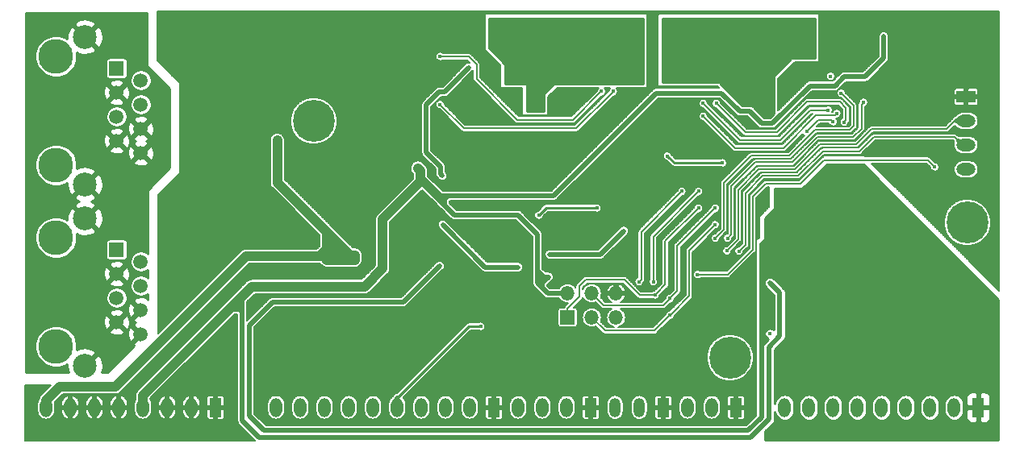
<source format=gbr>
G04 #@! TF.GenerationSoftware,KiCad,Pcbnew,(5.0.0-rc2-dev-495-g4202bb6af)*
G04 #@! TF.CreationDate,2018-05-11T16:10:11-03:00*
G04 #@! TF.ProjectId,atmega_can_shield,61746D6567615F63616E5F736869656C,rev?*
G04 #@! TF.SameCoordinates,PX6a95280PY3efb0c0*
G04 #@! TF.FileFunction,Copper,L2,Bot,Signal*
G04 #@! TF.FilePolarity,Positive*
%FSLAX46Y46*%
G04 Gerber Fmt 4.6, Leading zero omitted, Abs format (unit mm)*
G04 Created by KiCad (PCBNEW (5.0.0-rc2-dev-495-g4202bb6af)) date Fri May 11 16:10:11 2018*
%MOMM*%
%LPD*%
G01*
G04 APERTURE LIST*
%ADD10C,0.700000*%
%ADD11C,4.400000*%
%ADD12C,2.500000*%
%ADD13C,1.500000*%
%ADD14R,1.500000X1.500000*%
%ADD15C,3.650000*%
%ADD16R,2.000000X1.300000*%
%ADD17O,2.000000X1.300000*%
%ADD18O,1.500000X1.500000*%
%ADD19R,1.300000X2.000000*%
%ADD20O,1.300000X2.000000*%
%ADD21O,1.200000X2.000000*%
%ADD22C,0.400000*%
%ADD23C,1.000000*%
%ADD24C,0.500000*%
%ADD25C,0.150000*%
%ADD26C,0.250000*%
%ADD27C,0.200000*%
%ADD28C,0.254000*%
G04 APERTURE END LIST*
D10*
X75461726Y-35512548D03*
X74295000Y-35029274D03*
X73128274Y-35512548D03*
X72645000Y-36679274D03*
X73128274Y-37846000D03*
X74295000Y-38329274D03*
X75461726Y-37846000D03*
X75945000Y-36679274D03*
D11*
X74295000Y-36679274D03*
X99187000Y-22479000D03*
D10*
X100837000Y-22479000D03*
X100353726Y-23645726D03*
X99187000Y-24129000D03*
X98020274Y-23645726D03*
X97537000Y-22479000D03*
X98020274Y-21312274D03*
X99187000Y-20829000D03*
X100353726Y-21312274D03*
X31774726Y-10644274D03*
X30608000Y-10161000D03*
X29441274Y-10644274D03*
X28958000Y-11811000D03*
X29441274Y-12977726D03*
X30608000Y-13461000D03*
X31774726Y-12977726D03*
X32258000Y-11811000D03*
D11*
X30608000Y-11811000D03*
D12*
X6621304Y-18469296D03*
X6621304Y-2969296D03*
D13*
X12461304Y-15164296D03*
X9921304Y-13894296D03*
X12461304Y-12624296D03*
X9921304Y-11354296D03*
X12461304Y-10084296D03*
X9921304Y-8814296D03*
X12461304Y-7544296D03*
D14*
X9921304Y-6274296D03*
D15*
X3571304Y-5004296D03*
X3571304Y-16434296D03*
D12*
X6621304Y-37519296D03*
X6621304Y-22019296D03*
D13*
X12461304Y-34214296D03*
X9921304Y-32944296D03*
X12461304Y-31674296D03*
X9921304Y-30404296D03*
X12461304Y-29134296D03*
X9921304Y-27864296D03*
X12461304Y-26594296D03*
D14*
X9921304Y-25324296D03*
D15*
X3571304Y-24054296D03*
X3571304Y-35484296D03*
D16*
X99060000Y-9271000D03*
D17*
X99060000Y-11811000D03*
X99060000Y-14351000D03*
X99060000Y-16891000D03*
D14*
X57251600Y-32461200D03*
D18*
X59791600Y-32461200D03*
X62331600Y-32461200D03*
X57251600Y-29921200D03*
X59791600Y-29921200D03*
X62331600Y-29921200D03*
D19*
X49530000Y-41910000D03*
D20*
X46990000Y-41910000D03*
X44450000Y-41910000D03*
X41910000Y-41910000D03*
X39370000Y-41910000D03*
X36830000Y-41910000D03*
X34290000Y-41910000D03*
X31750000Y-41910000D03*
X29210000Y-41910000D03*
X26670000Y-41910000D03*
D19*
X100330000Y-41910000D03*
D20*
X97790000Y-41910000D03*
X95250000Y-41910000D03*
X92710000Y-41910000D03*
X90170000Y-41910000D03*
X87630000Y-41910000D03*
X85090000Y-41910000D03*
X82550000Y-41910000D03*
X80010000Y-41910000D03*
D19*
X67310000Y-41910000D03*
D21*
X64770000Y-41910000D03*
X62230000Y-41910000D03*
D19*
X59690000Y-41910000D03*
D20*
X57150000Y-41910000D03*
X54610000Y-41910000D03*
X52070000Y-41910000D03*
D19*
X74930000Y-41910000D03*
D20*
X72390000Y-41910000D03*
X69850000Y-41910000D03*
D19*
X20320000Y-41910000D03*
D20*
X17780000Y-41910000D03*
X15240000Y-41910000D03*
X12700000Y-41910000D03*
X10160000Y-41910000D03*
X7620000Y-41910000D03*
X5080000Y-41910000D03*
X2540000Y-41910000D03*
D22*
X46990000Y-8763000D03*
X45593000Y-10287000D03*
X78486000Y-34163000D03*
X46990000Y-8763000D03*
X45593000Y-10287000D03*
X16510000Y-3810000D03*
X16510000Y-6604000D03*
X14604998Y-5207000D03*
X26797000Y-8128000D03*
X26797000Y-2159000D03*
X41275000Y-4191000D03*
X39116000Y-4191000D03*
X35052000Y-34925000D03*
X64643000Y-8636000D03*
X63500000Y-8636000D03*
X44196000Y-13589000D03*
X17272000Y-38227000D03*
X16129000Y-39243000D03*
X19050000Y-38989000D03*
X21209000Y-37211000D03*
X25146000Y-889000D03*
X25146000Y-9525000D03*
X25400000Y-37338000D03*
X26924000Y-37338000D03*
X28575000Y-37338000D03*
X30226000Y-36830000D03*
X32004000Y-36830000D03*
X33782000Y-36830000D03*
X28448000Y-14732000D03*
X15494000Y-3810000D03*
X14605000Y-4191000D03*
X30226000Y-16002000D03*
X28448000Y-17272000D03*
X34925000Y-23876000D03*
X37592000Y-15367000D03*
X36068000Y-16764000D03*
X49022000Y-31750000D03*
X36195000Y-32639000D03*
X34798000Y-32639000D03*
X33274000Y-32639000D03*
X32258000Y-31623000D03*
X86868000Y-6350000D03*
X17780000Y-12319000D03*
X17780000Y-9398000D03*
X18288000Y-15875000D03*
X22225000Y-15875000D03*
X22479000Y-11811000D03*
X22479000Y-10033000D03*
X25400000Y-12954000D03*
X29591000Y-17272000D03*
X29464000Y-14732000D03*
X30226000Y-15113000D03*
X30226000Y-16891000D03*
X37211000Y-18034000D03*
X34798000Y-22860000D03*
X34544000Y-21336000D03*
X34544000Y-19685000D03*
X36322000Y-19685000D03*
X43053000Y-21336000D03*
X43053000Y-21971000D03*
X43053000Y-22606000D03*
X43053000Y-23241000D03*
X43053000Y-23876002D03*
X43053000Y-26543000D03*
X44577000Y-25527000D03*
X43815000Y-24892000D03*
X43053000Y-25527000D03*
X24003000Y-31623000D03*
X24892000Y-30607000D03*
X25273000Y-33274000D03*
X26035000Y-32512000D03*
X26924000Y-31750000D03*
X33528000Y-33782000D03*
X33528000Y-36068000D03*
X18415000Y-20193000D03*
X20415000Y-20193000D03*
X22415000Y-20193000D03*
X24415000Y-20193000D03*
X26415000Y-20193000D03*
X18415000Y-22193000D03*
X20415000Y-22193000D03*
X22415000Y-22193000D03*
X24415000Y-22193000D03*
X26415000Y-22193000D03*
X18415000Y-24193000D03*
X20415000Y-24193000D03*
X22415000Y-24193000D03*
X24415000Y-24193000D03*
X26415000Y-24193000D03*
X18415000Y-26193000D03*
X20415000Y-26193000D03*
X18415000Y-28193000D03*
X24415000Y-28193000D03*
X28415000Y-22193000D03*
X26415000Y-24193000D03*
X28415000Y-24193000D03*
X16415000Y-20193000D03*
X14796000Y-20193000D03*
X18415000Y-22193000D03*
X16415000Y-22193000D03*
X14796000Y-22193000D03*
X18415000Y-24193000D03*
X16415000Y-24193000D03*
X14796000Y-24193000D03*
X18415000Y-26193000D03*
X16415000Y-26193000D03*
X18415000Y-28193000D03*
X16415000Y-28193000D03*
X24415000Y-20193000D03*
X22415000Y-20193000D03*
X20415000Y-20193000D03*
X18415000Y-20193000D03*
X16415000Y-20193000D03*
X24415000Y-18193000D03*
X22415000Y-18193000D03*
X20415000Y-18193000D03*
X18415000Y-18193000D03*
X16415000Y-18193000D03*
X94107000Y-18796000D03*
X101600000Y-25400000D03*
X101600000Y-15240000D03*
X101600000Y-10160000D03*
X101600000Y-5080000D03*
X101600000Y-1270000D03*
X96520000Y-1270000D03*
X91440000Y-1270000D03*
X85090000Y-1270000D03*
X48260000Y-1270000D03*
X43180000Y-1143000D03*
X38100000Y-1143000D03*
X33020000Y-1143000D03*
X27940000Y-1270000D03*
X1270000Y-40640000D03*
X1270000Y-44450000D03*
X6350000Y-44450000D03*
X11430000Y-44450000D03*
X16510000Y-44450000D03*
X21590000Y-44450000D03*
X88773000Y-8382000D03*
X89789000Y-7366000D03*
X90805000Y-6350000D03*
X88646000Y-11811000D03*
X91186000Y-11811000D03*
X92837000Y-8890000D03*
X91567000Y-14351000D03*
X97155000Y-14732000D03*
X88773000Y-10414000D03*
X93726000Y-10541000D03*
X21463000Y-889000D03*
X16383000Y-889000D03*
X55753000Y-31623000D03*
X77406500Y-21145500D03*
X60642500Y-23558498D03*
X59245500Y-22288500D03*
X89045383Y-14496383D03*
X89865200Y-9144000D03*
X50867810Y-20828000D03*
X50673000Y-29972000D03*
X50867810Y-22467010D03*
X50867810Y-25527000D03*
X50658261Y-9666739D03*
X41767990Y-13589000D03*
X41767990Y-11684000D03*
X71983600Y-15290800D03*
X68783200Y-15290800D03*
X77317600Y-19862800D03*
X84531200Y-12209810D03*
X53238400Y-21336000D03*
X56184800Y-27330400D03*
X63449200Y-27432000D03*
X61315600Y-34747200D03*
X72999600Y-21590000D03*
X71932800Y-22656800D03*
X70967600Y-23571200D03*
X69951600Y-24587200D03*
X69392800Y-27127200D03*
X69392800Y-28651200D03*
X63906400Y-32715200D03*
X73050400Y-19812000D03*
X71780400Y-21082000D03*
X70662800Y-22199600D03*
X69596000Y-23215600D03*
X69545200Y-21539200D03*
X70866000Y-20218400D03*
X72136000Y-18948400D03*
X73152000Y-17932400D03*
X72491600Y-16865600D03*
X71526400Y-17729200D03*
X70612000Y-18694400D03*
X69494400Y-19862800D03*
X69494400Y-18084800D03*
X70561200Y-16967200D03*
X70967600Y-25450800D03*
X76809600Y-26111200D03*
X75285600Y-27686000D03*
X71729600Y-27330400D03*
X71678800Y-30480000D03*
X69240400Y-35814000D03*
X58318400Y-38760400D03*
X56692800Y-37896800D03*
X54864000Y-37134800D03*
X50444400Y-36372800D03*
X62636400Y-39573200D03*
X64211200Y-39725600D03*
X41148000Y-38354000D03*
X38760400Y-39522400D03*
X34747200Y-40487600D03*
X32816800Y-39471600D03*
X31089600Y-38608000D03*
X35661600Y-41402000D03*
X63500000Y-10668000D03*
X49682400Y-10261600D03*
X49631600Y-11582400D03*
X101752400Y-19761200D03*
X45720000Y-36830000D03*
X80401273Y-9484473D03*
X66294000Y-7874000D03*
X66294000Y-1143000D03*
X48133000Y-4445000D03*
X76327000Y-34163000D03*
X70485000Y-36068000D03*
X14859000Y-30353000D03*
X16510000Y-30353000D03*
X54356000Y-17399000D03*
X65151000Y-17272000D03*
X72085200Y-13004800D03*
X67462400Y-13004800D03*
X81081111Y-14177511D03*
X80457288Y-14801333D03*
X81665311Y-13593311D03*
X91186000Y-16654810D03*
X76390500Y-12065000D03*
X9906000Y-39624000D03*
X14732000Y-34798000D03*
X26797000Y-13843000D03*
X34925000Y-26416000D03*
X78486000Y-28829000D03*
X22860000Y-30480000D03*
X52070000Y-21717000D03*
X55245000Y-28194000D03*
X21717000Y-31623000D03*
X19812000Y-33655000D03*
X41529000Y-16764000D03*
X90424000Y-2920999D03*
X69850000Y-5969000D03*
X68580000Y-7112000D03*
X77851000Y-8128000D03*
X77851000Y-6096000D03*
X76708000Y-7112000D03*
X73787000Y-6604000D03*
X51435000Y-6096000D03*
X52578000Y-7112000D03*
X62357000Y-6096000D03*
X63500000Y-7112000D03*
X61214000Y-7112000D03*
X55626000Y-6350000D03*
X58166000Y-6350000D03*
X82550000Y-1397000D03*
X78740000Y-1397000D03*
X74930000Y-1397000D03*
X71120000Y-1397000D03*
X64770000Y-1397000D03*
X60960000Y-1397000D03*
X57150000Y-1397000D03*
X53340000Y-1397000D03*
X49784000Y-1397000D03*
X82550000Y-4953000D03*
X64770000Y-7620000D03*
X57150000Y-4445000D03*
X74930000Y-4445000D03*
X68580000Y-4572000D03*
X76884344Y-9672847D03*
X49911000Y-4572000D03*
X64770000Y-4826000D03*
X68580000Y-1397000D03*
X54102000Y-8382000D03*
X84836000Y-7112000D03*
X81026000Y-23876000D03*
X83693000Y-39116000D03*
X91313000Y-35433000D03*
X91313000Y-31496000D03*
X91313000Y-39116000D03*
X91313000Y-27559000D03*
X93853000Y-35560000D03*
X93853000Y-31623000D03*
X93853000Y-39243000D03*
X93853000Y-27686000D03*
X96393000Y-35433000D03*
X96393000Y-31496000D03*
X96393000Y-39116000D03*
X96393000Y-27559000D03*
X90170000Y-23495000D03*
X87249000Y-20447000D03*
X81026000Y-27559000D03*
X81407000Y-35433000D03*
X79629000Y-39116000D03*
X80010000Y-44323000D03*
X82550000Y-44323000D03*
X85090000Y-44323000D03*
X87630000Y-44323000D03*
X90170000Y-44323000D03*
X92710000Y-44323000D03*
X95250000Y-44323000D03*
X97790000Y-44323000D03*
X83566000Y-17526000D03*
X82804000Y-18415000D03*
X90170000Y-18796000D03*
X93091000Y-21717000D03*
X96012000Y-24638000D03*
X100330000Y-32258000D03*
X100330000Y-36195000D03*
X100330000Y-39751000D03*
X86233000Y-39243000D03*
X83693000Y-31496000D03*
X86233000Y-31623000D03*
X86233000Y-35560000D03*
X87249000Y-23495000D03*
X84455000Y-23495000D03*
X88773000Y-39243000D03*
X88773000Y-31623000D03*
X86233000Y-27686000D03*
X88773000Y-27686000D03*
X88773000Y-35560000D03*
X83693000Y-35433000D03*
X83693000Y-27559000D03*
X81534000Y-31496000D03*
X81299000Y-21463000D03*
X43815000Y-27051000D03*
X99314000Y-29337000D03*
X83566000Y-18415000D03*
X84455000Y-19685000D03*
X87884000Y-16654810D03*
X70866000Y-27940000D03*
X95758000Y-16637000D03*
X48132998Y-33401000D03*
X73964800Y-25450800D03*
X75234800Y-25501600D03*
X70990000Y-20960000D03*
X66421000Y-30099000D03*
X72740000Y-22709992D03*
X67990000Y-32210000D03*
X72740000Y-20960000D03*
X67990000Y-30460000D03*
X73490000Y-16210000D03*
X67716400Y-15494000D03*
X71475600Y-11328402D03*
X85496400Y-11023600D03*
X84582000Y-10668000D03*
X71475600Y-9956800D03*
X72847200Y-9956800D03*
X86258400Y-11938000D03*
X69240000Y-19210000D03*
X64740000Y-28710000D03*
X70990000Y-19210000D03*
X66239992Y-28710000D03*
X88290400Y-9855200D03*
X85090000Y-11887200D03*
X82325710Y-12932912D03*
X74041000Y-24130000D03*
X72745600Y-24130001D03*
X85953598Y-8890000D03*
X54229000Y-21717000D03*
X60325000Y-20955004D03*
X43857000Y-10085000D03*
X62039500Y-8699500D03*
X60807600Y-8686800D03*
X43857000Y-5038000D03*
X46863000Y-6223000D03*
X52070000Y-27178000D03*
X55372000Y-25844500D03*
X44145200Y-22707600D03*
X44094400Y-17576800D03*
X63144400Y-23368000D03*
X6223000Y-7493000D03*
X6223000Y-8763000D03*
X6223000Y-10160000D03*
X6223000Y-11557000D03*
X6223000Y-12954000D03*
X6223000Y-14478000D03*
X10541000Y-16510000D03*
X10541000Y-17907000D03*
X10541000Y-19431000D03*
X10541000Y-20828000D03*
X6223000Y-27813000D03*
X6223000Y-33528000D03*
X6223000Y-29210000D03*
X6223000Y-26543000D03*
X6223000Y-30607000D03*
X6223000Y-32004000D03*
X14986000Y-16256000D03*
X14986000Y-12827000D03*
X13970000Y-13716000D03*
X13970000Y-14985996D03*
X12700000Y-1270000D03*
X7620000Y-1270000D03*
X1270000Y-1270000D03*
X1270000Y-6350000D03*
X1270000Y-11430000D03*
X1270000Y-16510000D03*
X1270000Y-21590000D03*
X1270000Y-26670000D03*
X1270000Y-31750000D03*
X1270000Y-36830000D03*
X9398000Y-22733000D03*
X8763000Y-24003000D03*
X11557000Y-25019000D03*
D23*
X3937000Y-39751000D02*
X2540000Y-41148000D01*
X2540000Y-41148000D02*
X2540000Y-41910000D01*
X9779000Y-39751000D02*
X3937000Y-39751000D01*
D24*
X14732000Y-34798000D02*
X14351000Y-35179000D01*
D23*
X23495000Y-26035000D02*
X14351000Y-35179000D01*
X14351000Y-35179000D02*
X9779000Y-39751000D01*
X32893000Y-26416000D02*
X32512000Y-26035000D01*
X33528000Y-26416000D02*
X33528000Y-25781000D01*
X34925000Y-26416000D02*
X33528000Y-26416000D01*
X33528000Y-26416000D02*
X32893000Y-26416000D01*
X26797000Y-13843000D02*
X26797000Y-18288000D01*
X26797000Y-18288000D02*
X27305000Y-18796000D01*
X27305000Y-18796000D02*
X31877000Y-23368000D01*
X32512000Y-26035000D02*
X32004000Y-26035000D01*
X32004000Y-23495000D02*
X31877000Y-23368000D01*
X32512000Y-26035000D02*
X32512000Y-24892000D01*
X32512000Y-24892000D02*
X32512000Y-25019000D01*
X32512000Y-25019000D02*
X33020000Y-25527000D01*
X32893000Y-26416000D02*
X32004000Y-26416000D01*
X32004000Y-26035000D02*
X31623000Y-26035000D01*
X32004000Y-26416000D02*
X31623000Y-26035000D01*
X30861000Y-26035000D02*
X31242000Y-26035000D01*
X31242000Y-26035000D02*
X32004000Y-25273000D01*
X32004000Y-26035000D02*
X32004000Y-25273000D01*
X32004000Y-25273000D02*
X32004000Y-23495000D01*
X31623000Y-26035000D02*
X30861000Y-26035000D01*
X30861000Y-26035000D02*
X23495000Y-26035000D01*
D24*
X33528000Y-25781000D02*
X34798000Y-25781000D01*
X34798000Y-25781000D02*
X34925000Y-25908000D01*
D23*
X33528000Y-25019000D02*
X31877000Y-23368000D01*
X34925000Y-25908000D02*
X34417000Y-25908000D01*
X34417000Y-25908000D02*
X33528000Y-25019000D01*
X34925000Y-26416000D02*
X34925000Y-25908000D01*
X12700000Y-40640000D02*
X12700000Y-41910000D01*
X24130000Y-29210000D02*
X22860000Y-30480000D01*
X24130000Y-29210000D02*
X23876000Y-29464000D01*
D24*
X22860000Y-30480000D02*
X23114000Y-30734000D01*
X78785999Y-29128999D02*
X78486000Y-28829000D01*
X79502000Y-34417000D02*
X79502000Y-29845000D01*
X76427965Y-45085000D02*
X78359000Y-43153965D01*
X24892000Y-45085000D02*
X76427965Y-45085000D01*
X79502000Y-29845000D02*
X78785999Y-29128999D01*
X78359000Y-43153965D02*
X78359000Y-35560000D01*
X78359000Y-35560000D02*
X79502000Y-34417000D01*
X23114000Y-43307000D02*
X24892000Y-45085000D01*
X52369999Y-22016999D02*
X52070000Y-21717000D01*
X54102000Y-23749000D02*
X52369999Y-22016999D01*
X54102000Y-28194000D02*
X55245000Y-28194000D01*
X22860000Y-30480000D02*
X23241000Y-30099000D01*
X21717000Y-31623000D02*
X22098000Y-31242000D01*
D23*
X23241000Y-30099000D02*
X22098000Y-31242000D01*
X22098000Y-31242000D02*
X12700000Y-40640000D01*
X41828999Y-17063999D02*
X41828999Y-18184316D01*
X41529000Y-16764000D02*
X41828999Y-17063999D01*
D24*
X52070000Y-21717000D02*
X45361683Y-21717000D01*
D23*
X35941000Y-29210000D02*
X24130000Y-29210000D01*
X41828999Y-18184316D02*
X37846000Y-22167315D01*
X37846000Y-27305000D02*
X35941000Y-29210000D01*
X37846000Y-22167315D02*
X37846000Y-27305000D01*
D24*
X41828999Y-17571999D02*
X41828999Y-17063999D01*
X43942000Y-19685000D02*
X41828999Y-17571999D01*
X43942000Y-20297317D02*
X41828999Y-18184316D01*
X44554317Y-19685000D02*
X43942000Y-20297317D01*
X44704000Y-19685000D02*
X44554317Y-19685000D01*
X44323000Y-19685000D02*
X44323000Y-20215683D01*
X44091683Y-20447000D02*
X43942000Y-20297317D01*
X44704000Y-19685000D02*
X44323000Y-19685000D01*
X44323000Y-20215683D02*
X44091683Y-20447000D01*
X44323000Y-19685000D02*
X43942000Y-19685000D01*
X44323000Y-20678317D02*
X44345683Y-20701000D01*
X44323000Y-20215683D02*
X44323000Y-20678317D01*
X45361683Y-21717000D02*
X44345683Y-20701000D01*
X44345683Y-20701000D02*
X44091683Y-20447000D01*
X23114000Y-31877000D02*
X22860000Y-31623000D01*
X22860000Y-31623000D02*
X21717000Y-31623000D01*
X23114000Y-31877000D02*
X23114000Y-38100000D01*
X23114000Y-30734000D02*
X23114000Y-31496000D01*
X23114000Y-31496000D02*
X22860000Y-31242000D01*
X23114000Y-31496000D02*
X23114000Y-31877000D01*
X44323000Y-20066000D02*
X44704000Y-19685000D01*
X44323000Y-20215683D02*
X44323000Y-20066000D01*
X54102000Y-27940000D02*
X54102000Y-28854400D01*
X54102000Y-28194000D02*
X54102000Y-27940000D01*
X55270400Y-29921200D02*
X57251600Y-29921200D01*
X57251600Y-29921200D02*
X55168800Y-29921200D01*
X23114000Y-41910000D02*
X23114000Y-43307000D01*
X23114000Y-38100000D02*
X23114000Y-41910000D01*
X54737000Y-28194000D02*
X54102000Y-27559000D01*
X55245000Y-28194000D02*
X54737000Y-28194000D01*
X54102000Y-27940000D02*
X54102000Y-27559000D01*
X54102000Y-27559000D02*
X54102000Y-23749000D01*
X55245000Y-28194000D02*
X54610000Y-28829000D01*
X54610000Y-28829000D02*
X54610000Y-29311600D01*
X54610000Y-29311600D02*
X54584600Y-29337000D01*
X55168800Y-29921200D02*
X54584600Y-29337000D01*
X54584600Y-29337000D02*
X54102000Y-28854400D01*
X54102000Y-28854400D02*
X54203600Y-28854400D01*
X54203600Y-28854400D02*
X54610000Y-28448000D01*
X90424000Y-5207000D02*
X90424000Y-2920999D01*
X88455500Y-7175500D02*
X90424000Y-5207000D01*
X85280500Y-8128000D02*
X86233000Y-7175500D01*
X77597000Y-12065000D02*
X78740000Y-12065000D01*
X86233000Y-7175500D02*
X88455500Y-7175500D01*
X78740000Y-12065000D02*
X82677000Y-8128000D01*
X55753000Y-19685000D02*
X66548000Y-8890000D01*
X44704000Y-19685000D02*
X55753000Y-19685000D01*
X66548000Y-8890000D02*
X73406000Y-8890000D01*
X75311000Y-10795000D02*
X76327000Y-10795000D01*
X82677000Y-8128000D02*
X85280500Y-8128000D01*
X73406000Y-8890000D02*
X75311000Y-10795000D01*
X76327000Y-10795000D02*
X77597000Y-12065000D01*
X76200000Y-44323000D02*
X74930000Y-44323000D01*
X23876000Y-33274000D02*
X26289000Y-30861000D01*
X26289000Y-30861000D02*
X38100004Y-30861000D01*
X23876000Y-42799000D02*
X23876000Y-33274000D01*
X77597000Y-27305000D02*
X77597000Y-42926000D01*
X77597000Y-42926000D02*
X76200000Y-44323000D01*
X25400000Y-44323000D02*
X23876000Y-42799000D01*
X81026000Y-23876000D02*
X77597000Y-27305000D01*
X38100004Y-30861000D02*
X40005000Y-30861000D01*
X40005000Y-30861000D02*
X43815000Y-27051000D01*
X26670000Y-44323000D02*
X25400000Y-44323000D01*
X31750000Y-44323000D02*
X26670000Y-44323000D01*
X36830000Y-44323000D02*
X31750000Y-44323000D01*
X41910000Y-44323000D02*
X36830000Y-44323000D01*
X46990000Y-44323000D02*
X41910000Y-44323000D01*
X52070000Y-44323000D02*
X46990000Y-44323000D01*
X58420000Y-44323000D02*
X52070000Y-44323000D01*
X64770000Y-44323000D02*
X58420000Y-44323000D01*
X69850000Y-44323000D02*
X64770000Y-44323000D01*
X74930000Y-44323000D02*
X69850000Y-44323000D01*
D25*
X74066400Y-27940000D02*
X71148842Y-27940000D01*
X76657200Y-25349200D02*
X74066400Y-27940000D01*
X95034100Y-15913100D02*
X84162900Y-15913100D01*
X95758000Y-16637000D02*
X95034100Y-15913100D01*
X76657200Y-19761200D02*
X76657200Y-25349200D01*
X84162900Y-15913100D02*
X81686400Y-18389600D01*
X71148842Y-27940000D02*
X70866000Y-27940000D01*
X81686400Y-18389600D02*
X78028800Y-18389600D01*
X78028800Y-18389600D02*
X76657200Y-19761200D01*
D26*
X46913800Y-33401000D02*
X48132998Y-33401000D01*
X39370000Y-40944800D02*
X46913800Y-33401000D01*
D24*
X39370000Y-41910000D02*
X39370000Y-40944800D01*
D25*
X97860000Y-11811000D02*
X99060000Y-11811000D01*
X89154000Y-12649200D02*
X97021800Y-12649200D01*
X87553800Y-14249400D02*
X89154000Y-12649200D01*
X73964800Y-25450800D02*
X75133200Y-24282400D01*
X97021800Y-12649200D02*
X97860000Y-11811000D01*
X75133200Y-19050000D02*
X77317600Y-16865600D01*
X75133200Y-24282400D02*
X75133200Y-19050000D01*
X81114900Y-16865600D02*
X83731100Y-14249400D01*
X77317600Y-16865600D02*
X81114900Y-16865600D01*
X83731100Y-14249400D02*
X87553800Y-14249400D01*
D24*
X99060000Y-11811000D02*
X98044000Y-11811000D01*
D25*
X97860000Y-13501000D02*
X98710000Y-14351000D01*
X89369000Y-13501000D02*
X97860000Y-13501000D01*
X87884000Y-14986000D02*
X89369000Y-13501000D01*
X75895200Y-19405600D02*
X77724000Y-17576800D01*
X84010500Y-14986000D02*
X87884000Y-14986000D01*
X77724000Y-17576800D02*
X81419700Y-17576800D01*
X75895200Y-24841200D02*
X75895200Y-19405600D01*
X75234800Y-25501600D02*
X75895200Y-24841200D01*
X81419700Y-17576800D02*
X84010500Y-14986000D01*
D24*
X98710000Y-14351000D02*
X98265500Y-13906500D01*
X99060000Y-14351000D02*
X98710000Y-14351000D01*
D27*
X58470800Y-29159200D02*
X59131200Y-28498800D01*
X57251600Y-32461200D02*
X57251600Y-31511200D01*
X57251600Y-31511200D02*
X58470800Y-30292000D01*
X66620999Y-29899001D02*
X66421000Y-30099000D01*
X70990000Y-20960000D02*
X67490000Y-24460000D01*
X66138158Y-30099000D02*
X66421000Y-30099000D01*
X63195200Y-28498800D02*
X64795400Y-30099000D01*
X58470800Y-30292000D02*
X58470800Y-29159200D01*
X64795400Y-30099000D02*
X66138158Y-30099000D01*
X59131200Y-28498800D02*
X63195200Y-28498800D01*
X67490000Y-24460000D02*
X67490000Y-29030000D01*
X67490000Y-29030000D02*
X66620999Y-29899001D01*
X68189999Y-32010001D02*
X67990000Y-32210000D01*
X69990000Y-30210000D02*
X68189999Y-32010001D01*
X72740000Y-22709992D02*
X69990000Y-25459992D01*
X69990000Y-25459992D02*
X69990000Y-30210000D01*
X66367200Y-33832800D02*
X67990000Y-32210000D01*
X59791600Y-32461200D02*
X61163200Y-33832800D01*
X61163200Y-33832800D02*
X66367200Y-33832800D01*
X68740000Y-29710000D02*
X67990000Y-30460000D01*
X72740000Y-20960000D02*
X68740000Y-24960000D01*
X68740000Y-24960000D02*
X68740000Y-29710000D01*
X67790001Y-30659999D02*
X67990000Y-30460000D01*
X67258800Y-31191200D02*
X67790001Y-30659999D01*
X59791600Y-29921200D02*
X61061600Y-31191200D01*
X61061600Y-31191200D02*
X67258800Y-31191200D01*
D26*
X68432400Y-16210000D02*
X67916399Y-15693999D01*
X67916399Y-15693999D02*
X67716400Y-15494000D01*
X73490000Y-16210000D02*
X68432400Y-16210000D01*
D27*
X85296401Y-11223599D02*
X85496400Y-11023600D01*
X79883000Y-14668500D02*
X83327901Y-11223599D01*
X74815698Y-14668500D02*
X79883000Y-14668500D01*
X71475600Y-11328402D02*
X74815698Y-14668500D01*
X83327901Y-11223599D02*
X85296401Y-11223599D01*
X75336400Y-13817600D02*
X71675599Y-10156799D01*
X79552800Y-13817600D02*
X75336400Y-13817600D01*
X82702400Y-10668000D02*
X79552800Y-13817600D01*
X84582000Y-10668000D02*
X82702400Y-10668000D01*
X71675599Y-10156799D02*
X71475600Y-9956800D01*
X79197200Y-13004800D02*
X82397600Y-9804400D01*
X86458399Y-11738001D02*
X86258400Y-11938000D01*
X82397600Y-9804400D02*
X85830002Y-9804400D01*
X85830002Y-9804400D02*
X86458399Y-10432797D01*
X86458399Y-10432797D02*
X86458399Y-11738001D01*
X72847200Y-9956800D02*
X75895200Y-13004800D01*
X75895200Y-13004800D02*
X79197200Y-13004800D01*
X64990000Y-28460000D02*
X64740000Y-28710000D01*
X69240000Y-19210000D02*
X64990000Y-23460000D01*
X64990000Y-23460000D02*
X64990000Y-28460000D01*
X66239992Y-23960008D02*
X66239992Y-28427158D01*
X70990000Y-19210000D02*
X66239992Y-23960008D01*
X66239992Y-28427158D02*
X66239992Y-28710000D01*
D25*
X82525709Y-12732913D02*
X82325710Y-12932912D01*
X83571421Y-11687201D02*
X82525709Y-12732913D01*
X84890001Y-11687201D02*
X83571421Y-11687201D01*
X85090000Y-11887200D02*
X84890001Y-11687201D01*
X76962000Y-16154400D02*
X74422000Y-18694400D01*
X88074500Y-10071100D02*
X88074500Y-12636500D01*
X88290400Y-9855200D02*
X88074500Y-10071100D01*
X88074500Y-12636500D02*
X87185500Y-13525500D01*
X87185500Y-13525500D02*
X83439000Y-13525500D01*
X74422000Y-18694400D02*
X74422000Y-23749000D01*
X83439000Y-13525500D02*
X80810100Y-16154400D01*
X74422000Y-23749000D02*
X74041000Y-24130000D01*
X80810100Y-16154400D02*
X76962000Y-16154400D01*
X86153597Y-9089999D02*
X85953598Y-8890000D01*
X87274400Y-10210802D02*
X86153597Y-9089999D01*
X72745600Y-24130001D02*
X73609200Y-23266401D01*
X86855300Y-12763500D02*
X87274400Y-12344400D01*
X73609200Y-18338800D02*
X76504800Y-15443200D01*
X76504800Y-15443200D02*
X80518424Y-15443200D01*
X73609200Y-23266401D02*
X73609200Y-18338800D01*
X80518424Y-15443200D02*
X83198124Y-12763500D01*
X87274400Y-12344400D02*
X87274400Y-10210802D01*
X83198124Y-12763500D02*
X86855300Y-12763500D01*
D26*
X60042158Y-20955004D02*
X60325000Y-20955004D01*
X60042154Y-20955000D02*
X60042158Y-20955004D01*
X54229000Y-21717000D02*
X54991000Y-20955000D01*
X54991000Y-20955000D02*
X60042154Y-20955000D01*
D27*
X58166000Y-12573000D02*
X61839501Y-8899499D01*
X61839501Y-8899499D02*
X62039500Y-8699500D01*
X43857000Y-10085000D02*
X46345000Y-12573000D01*
X46345000Y-12573000D02*
X58166000Y-12573000D01*
X46846400Y-5038000D02*
X43857000Y-5038000D01*
X47701200Y-7416800D02*
X47701200Y-5892800D01*
X51968400Y-11684000D02*
X47701200Y-7416800D01*
X60807600Y-8686800D02*
X57810400Y-11684000D01*
X47701200Y-5892800D02*
X46846400Y-5038000D01*
X57810400Y-11684000D02*
X51968400Y-11684000D01*
D24*
X44345199Y-22907599D02*
X44145200Y-22707600D01*
X52070000Y-27178000D02*
X48615600Y-27178000D01*
X48615600Y-27178000D02*
X44345199Y-22907599D01*
X55372000Y-25844500D02*
X60667900Y-25844500D01*
X60667900Y-25844500D02*
X63144400Y-23368000D01*
X43894401Y-17376801D02*
X44094400Y-17576800D01*
X44348400Y-8737600D02*
X43789600Y-8737600D01*
X46863000Y-6223000D02*
X44348400Y-8737600D01*
X43789600Y-8737600D02*
X42418000Y-10109200D01*
X42418000Y-10109200D02*
X42418000Y-15113000D01*
X42418000Y-15113000D02*
X43894401Y-16589401D01*
X43894401Y-16589401D02*
X43894401Y-17376801D01*
D28*
G36*
X13081000Y-5969000D02*
X13083440Y-5993776D01*
X13090667Y-6017601D01*
X13102403Y-6039557D01*
X13118197Y-6058803D01*
X15494000Y-8434606D01*
X15494000Y-16711394D01*
X13245197Y-18960197D01*
X13229403Y-18979443D01*
X13217667Y-19001399D01*
X13210440Y-19025224D01*
X13208000Y-19050000D01*
X13208000Y-25747173D01*
X13179725Y-25718898D01*
X12995139Y-25595562D01*
X12790038Y-25510606D01*
X12572304Y-25467296D01*
X12350304Y-25467296D01*
X12132570Y-25510606D01*
X11927469Y-25595562D01*
X11742883Y-25718898D01*
X11585906Y-25875875D01*
X11462570Y-26060461D01*
X11377614Y-26265562D01*
X11334304Y-26483296D01*
X11334304Y-26705296D01*
X11377614Y-26923030D01*
X11462570Y-27128131D01*
X11585906Y-27312717D01*
X11742883Y-27469694D01*
X11927469Y-27593030D01*
X12132570Y-27677986D01*
X12350304Y-27721296D01*
X12572304Y-27721296D01*
X12790038Y-27677986D01*
X12995139Y-27593030D01*
X13179725Y-27469694D01*
X13208000Y-27441419D01*
X13208000Y-28287173D01*
X13179725Y-28258898D01*
X12995139Y-28135562D01*
X12790038Y-28050606D01*
X12572304Y-28007296D01*
X12350304Y-28007296D01*
X12132570Y-28050606D01*
X11927469Y-28135562D01*
X11742883Y-28258898D01*
X11585906Y-28415875D01*
X11462570Y-28600461D01*
X11377614Y-28805562D01*
X11334304Y-29023296D01*
X11334304Y-29245296D01*
X11377614Y-29463030D01*
X11462570Y-29668131D01*
X11585906Y-29852717D01*
X11742883Y-30009694D01*
X11927469Y-30133030D01*
X12132570Y-30217986D01*
X12350304Y-30261296D01*
X12572304Y-30261296D01*
X12790038Y-30217986D01*
X12995139Y-30133030D01*
X13179725Y-30009694D01*
X13208000Y-29981419D01*
X13208000Y-30605417D01*
X13173167Y-30478436D01*
X12926188Y-30362536D01*
X12661344Y-30297046D01*
X12388812Y-30284484D01*
X12119066Y-30325331D01*
X11862472Y-30418019D01*
X11749441Y-30478436D01*
X11683916Y-30717303D01*
X12461304Y-31494691D01*
X12475447Y-31480549D01*
X12655052Y-31660154D01*
X12640909Y-31674296D01*
X12655052Y-31688439D01*
X12475447Y-31868044D01*
X12461304Y-31853901D01*
X11683916Y-32631289D01*
X11749441Y-32870156D01*
X11904400Y-32942874D01*
X11862472Y-32958019D01*
X11749441Y-33018436D01*
X11683916Y-33257303D01*
X12461304Y-34034691D01*
X12475447Y-34020549D01*
X12655052Y-34200154D01*
X12640909Y-34214296D01*
X12655052Y-34228439D01*
X12475447Y-34408044D01*
X12461304Y-34393901D01*
X11683916Y-35171289D01*
X11749441Y-35410156D01*
X11771082Y-35420312D01*
X8964394Y-38227000D01*
X8374846Y-38227000D01*
X8390737Y-38195170D01*
X8488594Y-37836984D01*
X8514693Y-37466590D01*
X8468029Y-37098221D01*
X8350398Y-36746034D01*
X8224881Y-36511210D01*
X7934909Y-36385296D01*
X6800909Y-37519296D01*
X6815052Y-37533439D01*
X6635447Y-37713044D01*
X6621304Y-37698901D01*
X6607162Y-37713044D01*
X6427557Y-37533439D01*
X6441699Y-37519296D01*
X6427557Y-37505154D01*
X6607162Y-37325549D01*
X6621304Y-37339691D01*
X7755304Y-36205691D01*
X7629390Y-35915719D01*
X7297178Y-35749863D01*
X6938992Y-35652006D01*
X6568598Y-35625907D01*
X6200229Y-35672571D01*
X5848042Y-35790202D01*
X5744597Y-35845495D01*
X5773304Y-35701174D01*
X5773304Y-35267418D01*
X5688683Y-34841996D01*
X5522691Y-34441258D01*
X5281709Y-34080603D01*
X5102395Y-33901289D01*
X9143916Y-33901289D01*
X9209441Y-34140156D01*
X9456420Y-34256056D01*
X9721264Y-34321546D01*
X9993796Y-34334108D01*
X10263542Y-34293261D01*
X10281461Y-34286788D01*
X11071492Y-34286788D01*
X11112339Y-34556534D01*
X11205027Y-34813128D01*
X11265444Y-34926159D01*
X11504311Y-34991684D01*
X12281699Y-34214296D01*
X11504311Y-33436908D01*
X11265444Y-33502433D01*
X11149544Y-33749412D01*
X11084054Y-34014256D01*
X11071492Y-34286788D01*
X10281461Y-34286788D01*
X10520136Y-34200573D01*
X10633167Y-34140156D01*
X10698692Y-33901289D01*
X9921304Y-33123901D01*
X9143916Y-33901289D01*
X5102395Y-33901289D01*
X4974997Y-33773891D01*
X4614342Y-33532909D01*
X4213604Y-33366917D01*
X3788182Y-33282296D01*
X3354426Y-33282296D01*
X2929004Y-33366917D01*
X2528266Y-33532909D01*
X2167611Y-33773891D01*
X1860899Y-34080603D01*
X1619917Y-34441258D01*
X1453925Y-34841996D01*
X1369304Y-35267418D01*
X1369304Y-35701174D01*
X1453925Y-36126596D01*
X1619917Y-36527334D01*
X1860899Y-36887989D01*
X2167611Y-37194701D01*
X2528266Y-37435683D01*
X2929004Y-37601675D01*
X3354426Y-37686296D01*
X3788182Y-37686296D01*
X4213604Y-37601675D01*
X4614342Y-37435683D01*
X4743606Y-37349311D01*
X4727915Y-37572002D01*
X4774579Y-37940371D01*
X4870314Y-38227000D01*
X427000Y-38227000D01*
X427000Y-33016788D01*
X8531492Y-33016788D01*
X8572339Y-33286534D01*
X8665027Y-33543128D01*
X8725444Y-33656159D01*
X8964311Y-33721684D01*
X9741699Y-32944296D01*
X10100909Y-32944296D01*
X10878297Y-33721684D01*
X11117164Y-33656159D01*
X11233064Y-33409180D01*
X11298554Y-33144336D01*
X11311116Y-32871804D01*
X11270269Y-32602058D01*
X11177581Y-32345464D01*
X11117164Y-32232433D01*
X10878297Y-32166908D01*
X10100909Y-32944296D01*
X9741699Y-32944296D01*
X8964311Y-32166908D01*
X8725444Y-32232433D01*
X8609544Y-32479412D01*
X8544054Y-32744256D01*
X8531492Y-33016788D01*
X427000Y-33016788D01*
X427000Y-31987303D01*
X9143916Y-31987303D01*
X9921304Y-32764691D01*
X10698692Y-31987303D01*
X10633167Y-31748436D01*
X10629656Y-31746788D01*
X11071492Y-31746788D01*
X11112339Y-32016534D01*
X11205027Y-32273128D01*
X11265444Y-32386159D01*
X11504311Y-32451684D01*
X12281699Y-31674296D01*
X11504311Y-30896908D01*
X11265444Y-30962433D01*
X11149544Y-31209412D01*
X11084054Y-31474256D01*
X11071492Y-31746788D01*
X10629656Y-31746788D01*
X10386188Y-31632536D01*
X10121344Y-31567046D01*
X9848812Y-31554484D01*
X9579066Y-31595331D01*
X9322472Y-31688019D01*
X9209441Y-31748436D01*
X9143916Y-31987303D01*
X427000Y-31987303D01*
X427000Y-30293296D01*
X8794304Y-30293296D01*
X8794304Y-30515296D01*
X8837614Y-30733030D01*
X8922570Y-30938131D01*
X9045906Y-31122717D01*
X9202883Y-31279694D01*
X9387469Y-31403030D01*
X9592570Y-31487986D01*
X9810304Y-31531296D01*
X10032304Y-31531296D01*
X10250038Y-31487986D01*
X10455139Y-31403030D01*
X10639725Y-31279694D01*
X10796702Y-31122717D01*
X10920038Y-30938131D01*
X11004994Y-30733030D01*
X11048304Y-30515296D01*
X11048304Y-30293296D01*
X11004994Y-30075562D01*
X10920038Y-29870461D01*
X10796702Y-29685875D01*
X10639725Y-29528898D01*
X10455139Y-29405562D01*
X10250038Y-29320606D01*
X10032304Y-29277296D01*
X9810304Y-29277296D01*
X9592570Y-29320606D01*
X9387469Y-29405562D01*
X9202883Y-29528898D01*
X9045906Y-29685875D01*
X8922570Y-29870461D01*
X8837614Y-30075562D01*
X8794304Y-30293296D01*
X427000Y-30293296D01*
X427000Y-28821289D01*
X9143916Y-28821289D01*
X9209441Y-29060156D01*
X9456420Y-29176056D01*
X9721264Y-29241546D01*
X9993796Y-29254108D01*
X10263542Y-29213261D01*
X10520136Y-29120573D01*
X10633167Y-29060156D01*
X10698692Y-28821289D01*
X9921304Y-28043901D01*
X9143916Y-28821289D01*
X427000Y-28821289D01*
X427000Y-27936788D01*
X8531492Y-27936788D01*
X8572339Y-28206534D01*
X8665027Y-28463128D01*
X8725444Y-28576159D01*
X8964311Y-28641684D01*
X9741699Y-27864296D01*
X10100909Y-27864296D01*
X10878297Y-28641684D01*
X11117164Y-28576159D01*
X11233064Y-28329180D01*
X11298554Y-28064336D01*
X11311116Y-27791804D01*
X11270269Y-27522058D01*
X11177581Y-27265464D01*
X11117164Y-27152433D01*
X10878297Y-27086908D01*
X10100909Y-27864296D01*
X9741699Y-27864296D01*
X8964311Y-27086908D01*
X8725444Y-27152433D01*
X8609544Y-27399412D01*
X8544054Y-27664256D01*
X8531492Y-27936788D01*
X427000Y-27936788D01*
X427000Y-26907303D01*
X9143916Y-26907303D01*
X9921304Y-27684691D01*
X10698692Y-26907303D01*
X10633167Y-26668436D01*
X10386188Y-26552536D01*
X10121344Y-26487046D01*
X9848812Y-26474484D01*
X9579066Y-26515331D01*
X9322472Y-26608019D01*
X9209441Y-26668436D01*
X9143916Y-26907303D01*
X427000Y-26907303D01*
X427000Y-23837418D01*
X1369304Y-23837418D01*
X1369304Y-24271174D01*
X1453925Y-24696596D01*
X1619917Y-25097334D01*
X1860899Y-25457989D01*
X2167611Y-25764701D01*
X2528266Y-26005683D01*
X2929004Y-26171675D01*
X3354426Y-26256296D01*
X3788182Y-26256296D01*
X4213604Y-26171675D01*
X4614342Y-26005683D01*
X4974997Y-25764701D01*
X5281709Y-25457989D01*
X5522691Y-25097334D01*
X5688683Y-24696596D01*
X5713009Y-24574296D01*
X8792480Y-24574296D01*
X8792480Y-26074296D01*
X8799759Y-26148201D01*
X8821316Y-26219266D01*
X8856323Y-26284759D01*
X8903435Y-26342165D01*
X8960841Y-26389277D01*
X9026334Y-26424284D01*
X9097399Y-26445841D01*
X9171304Y-26453120D01*
X10671304Y-26453120D01*
X10745209Y-26445841D01*
X10816274Y-26424284D01*
X10881767Y-26389277D01*
X10939173Y-26342165D01*
X10986285Y-26284759D01*
X11021292Y-26219266D01*
X11042849Y-26148201D01*
X11050128Y-26074296D01*
X11050128Y-24574296D01*
X11042849Y-24500391D01*
X11021292Y-24429326D01*
X10986285Y-24363833D01*
X10939173Y-24306427D01*
X10881767Y-24259315D01*
X10816274Y-24224308D01*
X10745209Y-24202751D01*
X10671304Y-24195472D01*
X9171304Y-24195472D01*
X9097399Y-24202751D01*
X9026334Y-24224308D01*
X8960841Y-24259315D01*
X8903435Y-24306427D01*
X8856323Y-24363833D01*
X8821316Y-24429326D01*
X8799759Y-24500391D01*
X8792480Y-24574296D01*
X5713009Y-24574296D01*
X5773304Y-24271174D01*
X5773304Y-23837418D01*
X5743574Y-23687953D01*
X5945430Y-23788729D01*
X6303616Y-23886586D01*
X6674010Y-23912685D01*
X7042379Y-23866021D01*
X7394566Y-23748390D01*
X7629390Y-23622873D01*
X7755304Y-23332901D01*
X6621304Y-22198901D01*
X6607162Y-22213044D01*
X6427557Y-22033439D01*
X6441699Y-22019296D01*
X6800909Y-22019296D01*
X7934909Y-23153296D01*
X8224881Y-23027382D01*
X8390737Y-22695170D01*
X8488594Y-22336984D01*
X8514693Y-21966590D01*
X8468029Y-21598221D01*
X8350398Y-21246034D01*
X8224881Y-21011210D01*
X7934909Y-20885296D01*
X6800909Y-22019296D01*
X6441699Y-22019296D01*
X5307699Y-20885296D01*
X5017727Y-21011210D01*
X4851871Y-21343422D01*
X4754014Y-21701608D01*
X4727915Y-22072002D01*
X4742694Y-22188671D01*
X4614342Y-22102909D01*
X4213604Y-21936917D01*
X3788182Y-21852296D01*
X3354426Y-21852296D01*
X2929004Y-21936917D01*
X2528266Y-22102909D01*
X2167611Y-22343891D01*
X1860899Y-22650603D01*
X1619917Y-23011258D01*
X1453925Y-23411996D01*
X1369304Y-23837418D01*
X427000Y-23837418D01*
X427000Y-19782901D01*
X5487304Y-19782901D01*
X5613218Y-20072873D01*
X5945430Y-20238729D01*
X5976631Y-20247253D01*
X5848042Y-20290202D01*
X5613218Y-20415719D01*
X5487304Y-20705691D01*
X6621304Y-21839691D01*
X7755304Y-20705691D01*
X7629390Y-20415719D01*
X7297178Y-20249863D01*
X7265977Y-20241339D01*
X7394566Y-20198390D01*
X7629390Y-20072873D01*
X7755304Y-19782901D01*
X6621304Y-18648901D01*
X5487304Y-19782901D01*
X427000Y-19782901D01*
X427000Y-16217418D01*
X1369304Y-16217418D01*
X1369304Y-16651174D01*
X1453925Y-17076596D01*
X1619917Y-17477334D01*
X1860899Y-17837989D01*
X2167611Y-18144701D01*
X2528266Y-18385683D01*
X2929004Y-18551675D01*
X3354426Y-18636296D01*
X3788182Y-18636296D01*
X4213604Y-18551675D01*
X4614342Y-18385683D01*
X4743606Y-18299311D01*
X4727915Y-18522002D01*
X4774579Y-18890371D01*
X4892210Y-19242558D01*
X5017727Y-19477382D01*
X5307699Y-19603296D01*
X6441699Y-18469296D01*
X6800909Y-18469296D01*
X7934909Y-19603296D01*
X8224881Y-19477382D01*
X8390737Y-19145170D01*
X8488594Y-18786984D01*
X8514693Y-18416590D01*
X8468029Y-18048221D01*
X8350398Y-17696034D01*
X8224881Y-17461210D01*
X7934909Y-17335296D01*
X6800909Y-18469296D01*
X6441699Y-18469296D01*
X6427557Y-18455154D01*
X6607162Y-18275549D01*
X6621304Y-18289691D01*
X7755304Y-17155691D01*
X7629390Y-16865719D01*
X7297178Y-16699863D01*
X6938992Y-16602006D01*
X6568598Y-16575907D01*
X6200229Y-16622571D01*
X5848042Y-16740202D01*
X5744597Y-16795495D01*
X5773304Y-16651174D01*
X5773304Y-16217418D01*
X5754183Y-16121289D01*
X11683916Y-16121289D01*
X11749441Y-16360156D01*
X11996420Y-16476056D01*
X12261264Y-16541546D01*
X12533796Y-16554108D01*
X12803542Y-16513261D01*
X13060136Y-16420573D01*
X13173167Y-16360156D01*
X13238692Y-16121289D01*
X12461304Y-15343901D01*
X11683916Y-16121289D01*
X5754183Y-16121289D01*
X5688683Y-15791996D01*
X5522691Y-15391258D01*
X5281709Y-15030603D01*
X5102395Y-14851289D01*
X9143916Y-14851289D01*
X9209441Y-15090156D01*
X9456420Y-15206056D01*
X9721264Y-15271546D01*
X9993796Y-15284108D01*
X10263542Y-15243261D01*
X10281461Y-15236788D01*
X11071492Y-15236788D01*
X11112339Y-15506534D01*
X11205027Y-15763128D01*
X11265444Y-15876159D01*
X11504311Y-15941684D01*
X12281699Y-15164296D01*
X12640909Y-15164296D01*
X13418297Y-15941684D01*
X13657164Y-15876159D01*
X13773064Y-15629180D01*
X13838554Y-15364336D01*
X13851116Y-15091804D01*
X13810269Y-14822058D01*
X13717581Y-14565464D01*
X13657164Y-14452433D01*
X13418297Y-14386908D01*
X12640909Y-15164296D01*
X12281699Y-15164296D01*
X11504311Y-14386908D01*
X11265444Y-14452433D01*
X11149544Y-14699412D01*
X11084054Y-14964256D01*
X11071492Y-15236788D01*
X10281461Y-15236788D01*
X10520136Y-15150573D01*
X10633167Y-15090156D01*
X10698692Y-14851289D01*
X9921304Y-14073901D01*
X9143916Y-14851289D01*
X5102395Y-14851289D01*
X4974997Y-14723891D01*
X4614342Y-14482909D01*
X4213604Y-14316917D01*
X3788182Y-14232296D01*
X3354426Y-14232296D01*
X2929004Y-14316917D01*
X2528266Y-14482909D01*
X2167611Y-14723891D01*
X1860899Y-15030603D01*
X1619917Y-15391258D01*
X1453925Y-15791996D01*
X1369304Y-16217418D01*
X427000Y-16217418D01*
X427000Y-13966788D01*
X8531492Y-13966788D01*
X8572339Y-14236534D01*
X8665027Y-14493128D01*
X8725444Y-14606159D01*
X8964311Y-14671684D01*
X9741699Y-13894296D01*
X10100909Y-13894296D01*
X10878297Y-14671684D01*
X11117164Y-14606159D01*
X11233064Y-14359180D01*
X11298554Y-14094336D01*
X11311116Y-13821804D01*
X11274696Y-13581289D01*
X11683916Y-13581289D01*
X11749441Y-13820156D01*
X11904400Y-13892874D01*
X11862472Y-13908019D01*
X11749441Y-13968436D01*
X11683916Y-14207303D01*
X12461304Y-14984691D01*
X13238692Y-14207303D01*
X13173167Y-13968436D01*
X13018208Y-13895718D01*
X13060136Y-13880573D01*
X13173167Y-13820156D01*
X13238692Y-13581289D01*
X12461304Y-12803901D01*
X11683916Y-13581289D01*
X11274696Y-13581289D01*
X11270269Y-13552058D01*
X11177581Y-13295464D01*
X11117164Y-13182433D01*
X10878297Y-13116908D01*
X10100909Y-13894296D01*
X9741699Y-13894296D01*
X8964311Y-13116908D01*
X8725444Y-13182433D01*
X8609544Y-13429412D01*
X8544054Y-13694256D01*
X8531492Y-13966788D01*
X427000Y-13966788D01*
X427000Y-12937303D01*
X9143916Y-12937303D01*
X9921304Y-13714691D01*
X10698692Y-12937303D01*
X10633167Y-12698436D01*
X10629656Y-12696788D01*
X11071492Y-12696788D01*
X11112339Y-12966534D01*
X11205027Y-13223128D01*
X11265444Y-13336159D01*
X11504311Y-13401684D01*
X12281699Y-12624296D01*
X12640909Y-12624296D01*
X13418297Y-13401684D01*
X13657164Y-13336159D01*
X13773064Y-13089180D01*
X13838554Y-12824336D01*
X13851116Y-12551804D01*
X13810269Y-12282058D01*
X13717581Y-12025464D01*
X13657164Y-11912433D01*
X13418297Y-11846908D01*
X12640909Y-12624296D01*
X12281699Y-12624296D01*
X11504311Y-11846908D01*
X11265444Y-11912433D01*
X11149544Y-12159412D01*
X11084054Y-12424256D01*
X11071492Y-12696788D01*
X10629656Y-12696788D01*
X10386188Y-12582536D01*
X10121344Y-12517046D01*
X9848812Y-12504484D01*
X9579066Y-12545331D01*
X9322472Y-12638019D01*
X9209441Y-12698436D01*
X9143916Y-12937303D01*
X427000Y-12937303D01*
X427000Y-11243296D01*
X8794304Y-11243296D01*
X8794304Y-11465296D01*
X8837614Y-11683030D01*
X8922570Y-11888131D01*
X9045906Y-12072717D01*
X9202883Y-12229694D01*
X9387469Y-12353030D01*
X9592570Y-12437986D01*
X9810304Y-12481296D01*
X10032304Y-12481296D01*
X10250038Y-12437986D01*
X10455139Y-12353030D01*
X10639725Y-12229694D01*
X10796702Y-12072717D01*
X10920038Y-11888131D01*
X11004994Y-11683030D01*
X11008122Y-11667303D01*
X11683916Y-11667303D01*
X12461304Y-12444691D01*
X13238692Y-11667303D01*
X13173167Y-11428436D01*
X12926188Y-11312536D01*
X12661344Y-11247046D01*
X12388812Y-11234484D01*
X12119066Y-11275331D01*
X11862472Y-11368019D01*
X11749441Y-11428436D01*
X11683916Y-11667303D01*
X11008122Y-11667303D01*
X11048304Y-11465296D01*
X11048304Y-11243296D01*
X11004994Y-11025562D01*
X10920038Y-10820461D01*
X10796702Y-10635875D01*
X10639725Y-10478898D01*
X10455139Y-10355562D01*
X10250038Y-10270606D01*
X10032304Y-10227296D01*
X9810304Y-10227296D01*
X9592570Y-10270606D01*
X9387469Y-10355562D01*
X9202883Y-10478898D01*
X9045906Y-10635875D01*
X8922570Y-10820461D01*
X8837614Y-11025562D01*
X8794304Y-11243296D01*
X427000Y-11243296D01*
X427000Y-9771289D01*
X9143916Y-9771289D01*
X9209441Y-10010156D01*
X9456420Y-10126056D01*
X9721264Y-10191546D01*
X9993796Y-10204108D01*
X10263542Y-10163261D01*
X10520136Y-10070573D01*
X10633167Y-10010156D01*
X10643278Y-9973296D01*
X11334304Y-9973296D01*
X11334304Y-10195296D01*
X11377614Y-10413030D01*
X11462570Y-10618131D01*
X11585906Y-10802717D01*
X11742883Y-10959694D01*
X11927469Y-11083030D01*
X12132570Y-11167986D01*
X12350304Y-11211296D01*
X12572304Y-11211296D01*
X12790038Y-11167986D01*
X12995139Y-11083030D01*
X13179725Y-10959694D01*
X13336702Y-10802717D01*
X13460038Y-10618131D01*
X13544994Y-10413030D01*
X13588304Y-10195296D01*
X13588304Y-9973296D01*
X13544994Y-9755562D01*
X13460038Y-9550461D01*
X13336702Y-9365875D01*
X13179725Y-9208898D01*
X12995139Y-9085562D01*
X12790038Y-9000606D01*
X12572304Y-8957296D01*
X12350304Y-8957296D01*
X12132570Y-9000606D01*
X11927469Y-9085562D01*
X11742883Y-9208898D01*
X11585906Y-9365875D01*
X11462570Y-9550461D01*
X11377614Y-9755562D01*
X11334304Y-9973296D01*
X10643278Y-9973296D01*
X10698692Y-9771289D01*
X9921304Y-8993901D01*
X9143916Y-9771289D01*
X427000Y-9771289D01*
X427000Y-8886788D01*
X8531492Y-8886788D01*
X8572339Y-9156534D01*
X8665027Y-9413128D01*
X8725444Y-9526159D01*
X8964311Y-9591684D01*
X9741699Y-8814296D01*
X10100909Y-8814296D01*
X10878297Y-9591684D01*
X11117164Y-9526159D01*
X11233064Y-9279180D01*
X11298554Y-9014336D01*
X11311116Y-8741804D01*
X11270269Y-8472058D01*
X11177581Y-8215464D01*
X11117164Y-8102433D01*
X10878297Y-8036908D01*
X10100909Y-8814296D01*
X9741699Y-8814296D01*
X8964311Y-8036908D01*
X8725444Y-8102433D01*
X8609544Y-8349412D01*
X8544054Y-8614256D01*
X8531492Y-8886788D01*
X427000Y-8886788D01*
X427000Y-7857303D01*
X9143916Y-7857303D01*
X9921304Y-8634691D01*
X10698692Y-7857303D01*
X10633167Y-7618436D01*
X10386188Y-7502536D01*
X10121344Y-7437046D01*
X10039988Y-7433296D01*
X11334304Y-7433296D01*
X11334304Y-7655296D01*
X11377614Y-7873030D01*
X11462570Y-8078131D01*
X11585906Y-8262717D01*
X11742883Y-8419694D01*
X11927469Y-8543030D01*
X12132570Y-8627986D01*
X12350304Y-8671296D01*
X12572304Y-8671296D01*
X12790038Y-8627986D01*
X12995139Y-8543030D01*
X13179725Y-8419694D01*
X13336702Y-8262717D01*
X13460038Y-8078131D01*
X13544994Y-7873030D01*
X13588304Y-7655296D01*
X13588304Y-7433296D01*
X13544994Y-7215562D01*
X13460038Y-7010461D01*
X13336702Y-6825875D01*
X13179725Y-6668898D01*
X12995139Y-6545562D01*
X12790038Y-6460606D01*
X12572304Y-6417296D01*
X12350304Y-6417296D01*
X12132570Y-6460606D01*
X11927469Y-6545562D01*
X11742883Y-6668898D01*
X11585906Y-6825875D01*
X11462570Y-7010461D01*
X11377614Y-7215562D01*
X11334304Y-7433296D01*
X10039988Y-7433296D01*
X9848812Y-7424484D01*
X9579066Y-7465331D01*
X9322472Y-7558019D01*
X9209441Y-7618436D01*
X9143916Y-7857303D01*
X427000Y-7857303D01*
X427000Y-4787418D01*
X1369304Y-4787418D01*
X1369304Y-5221174D01*
X1453925Y-5646596D01*
X1619917Y-6047334D01*
X1860899Y-6407989D01*
X2167611Y-6714701D01*
X2528266Y-6955683D01*
X2929004Y-7121675D01*
X3354426Y-7206296D01*
X3788182Y-7206296D01*
X4213604Y-7121675D01*
X4614342Y-6955683D01*
X4974997Y-6714701D01*
X5281709Y-6407989D01*
X5522691Y-6047334D01*
X5688683Y-5646596D01*
X5713009Y-5524296D01*
X8792480Y-5524296D01*
X8792480Y-7024296D01*
X8799759Y-7098201D01*
X8821316Y-7169266D01*
X8856323Y-7234759D01*
X8903435Y-7292165D01*
X8960841Y-7339277D01*
X9026334Y-7374284D01*
X9097399Y-7395841D01*
X9171304Y-7403120D01*
X10671304Y-7403120D01*
X10745209Y-7395841D01*
X10816274Y-7374284D01*
X10881767Y-7339277D01*
X10939173Y-7292165D01*
X10986285Y-7234759D01*
X11021292Y-7169266D01*
X11042849Y-7098201D01*
X11050128Y-7024296D01*
X11050128Y-5524296D01*
X11042849Y-5450391D01*
X11021292Y-5379326D01*
X10986285Y-5313833D01*
X10939173Y-5256427D01*
X10881767Y-5209315D01*
X10816274Y-5174308D01*
X10745209Y-5152751D01*
X10671304Y-5145472D01*
X9171304Y-5145472D01*
X9097399Y-5152751D01*
X9026334Y-5174308D01*
X8960841Y-5209315D01*
X8903435Y-5256427D01*
X8856323Y-5313833D01*
X8821316Y-5379326D01*
X8799759Y-5450391D01*
X8792480Y-5524296D01*
X5713009Y-5524296D01*
X5773304Y-5221174D01*
X5773304Y-4787418D01*
X5743574Y-4637953D01*
X5945430Y-4738729D01*
X6303616Y-4836586D01*
X6674010Y-4862685D01*
X7042379Y-4816021D01*
X7394566Y-4698390D01*
X7629390Y-4572873D01*
X7755304Y-4282901D01*
X6621304Y-3148901D01*
X6607162Y-3163044D01*
X6427557Y-2983439D01*
X6441699Y-2969296D01*
X6800909Y-2969296D01*
X7934909Y-4103296D01*
X8224881Y-3977382D01*
X8390737Y-3645170D01*
X8488594Y-3286984D01*
X8514693Y-2916590D01*
X8468029Y-2548221D01*
X8350398Y-2196034D01*
X8224881Y-1961210D01*
X7934909Y-1835296D01*
X6800909Y-2969296D01*
X6441699Y-2969296D01*
X5307699Y-1835296D01*
X5017727Y-1961210D01*
X4851871Y-2293422D01*
X4754014Y-2651608D01*
X4727915Y-3022002D01*
X4742694Y-3138671D01*
X4614342Y-3052909D01*
X4213604Y-2886917D01*
X3788182Y-2802296D01*
X3354426Y-2802296D01*
X2929004Y-2886917D01*
X2528266Y-3052909D01*
X2167611Y-3293891D01*
X1860899Y-3600603D01*
X1619917Y-3961258D01*
X1453925Y-4361996D01*
X1369304Y-4787418D01*
X427000Y-4787418D01*
X427000Y-1655691D01*
X5487304Y-1655691D01*
X6621304Y-2789691D01*
X7755304Y-1655691D01*
X7629390Y-1365719D01*
X7297178Y-1199863D01*
X6938992Y-1102006D01*
X6568598Y-1075907D01*
X6200229Y-1122571D01*
X5848042Y-1240202D01*
X5613218Y-1365719D01*
X5487304Y-1655691D01*
X427000Y-1655691D01*
X427000Y-427000D01*
X13081000Y-427000D01*
X13081000Y-5969000D01*
X13081000Y-5969000D01*
G37*
X13081000Y-5969000D02*
X13083440Y-5993776D01*
X13090667Y-6017601D01*
X13102403Y-6039557D01*
X13118197Y-6058803D01*
X15494000Y-8434606D01*
X15494000Y-16711394D01*
X13245197Y-18960197D01*
X13229403Y-18979443D01*
X13217667Y-19001399D01*
X13210440Y-19025224D01*
X13208000Y-19050000D01*
X13208000Y-25747173D01*
X13179725Y-25718898D01*
X12995139Y-25595562D01*
X12790038Y-25510606D01*
X12572304Y-25467296D01*
X12350304Y-25467296D01*
X12132570Y-25510606D01*
X11927469Y-25595562D01*
X11742883Y-25718898D01*
X11585906Y-25875875D01*
X11462570Y-26060461D01*
X11377614Y-26265562D01*
X11334304Y-26483296D01*
X11334304Y-26705296D01*
X11377614Y-26923030D01*
X11462570Y-27128131D01*
X11585906Y-27312717D01*
X11742883Y-27469694D01*
X11927469Y-27593030D01*
X12132570Y-27677986D01*
X12350304Y-27721296D01*
X12572304Y-27721296D01*
X12790038Y-27677986D01*
X12995139Y-27593030D01*
X13179725Y-27469694D01*
X13208000Y-27441419D01*
X13208000Y-28287173D01*
X13179725Y-28258898D01*
X12995139Y-28135562D01*
X12790038Y-28050606D01*
X12572304Y-28007296D01*
X12350304Y-28007296D01*
X12132570Y-28050606D01*
X11927469Y-28135562D01*
X11742883Y-28258898D01*
X11585906Y-28415875D01*
X11462570Y-28600461D01*
X11377614Y-28805562D01*
X11334304Y-29023296D01*
X11334304Y-29245296D01*
X11377614Y-29463030D01*
X11462570Y-29668131D01*
X11585906Y-29852717D01*
X11742883Y-30009694D01*
X11927469Y-30133030D01*
X12132570Y-30217986D01*
X12350304Y-30261296D01*
X12572304Y-30261296D01*
X12790038Y-30217986D01*
X12995139Y-30133030D01*
X13179725Y-30009694D01*
X13208000Y-29981419D01*
X13208000Y-30605417D01*
X13173167Y-30478436D01*
X12926188Y-30362536D01*
X12661344Y-30297046D01*
X12388812Y-30284484D01*
X12119066Y-30325331D01*
X11862472Y-30418019D01*
X11749441Y-30478436D01*
X11683916Y-30717303D01*
X12461304Y-31494691D01*
X12475447Y-31480549D01*
X12655052Y-31660154D01*
X12640909Y-31674296D01*
X12655052Y-31688439D01*
X12475447Y-31868044D01*
X12461304Y-31853901D01*
X11683916Y-32631289D01*
X11749441Y-32870156D01*
X11904400Y-32942874D01*
X11862472Y-32958019D01*
X11749441Y-33018436D01*
X11683916Y-33257303D01*
X12461304Y-34034691D01*
X12475447Y-34020549D01*
X12655052Y-34200154D01*
X12640909Y-34214296D01*
X12655052Y-34228439D01*
X12475447Y-34408044D01*
X12461304Y-34393901D01*
X11683916Y-35171289D01*
X11749441Y-35410156D01*
X11771082Y-35420312D01*
X8964394Y-38227000D01*
X8374846Y-38227000D01*
X8390737Y-38195170D01*
X8488594Y-37836984D01*
X8514693Y-37466590D01*
X8468029Y-37098221D01*
X8350398Y-36746034D01*
X8224881Y-36511210D01*
X7934909Y-36385296D01*
X6800909Y-37519296D01*
X6815052Y-37533439D01*
X6635447Y-37713044D01*
X6621304Y-37698901D01*
X6607162Y-37713044D01*
X6427557Y-37533439D01*
X6441699Y-37519296D01*
X6427557Y-37505154D01*
X6607162Y-37325549D01*
X6621304Y-37339691D01*
X7755304Y-36205691D01*
X7629390Y-35915719D01*
X7297178Y-35749863D01*
X6938992Y-35652006D01*
X6568598Y-35625907D01*
X6200229Y-35672571D01*
X5848042Y-35790202D01*
X5744597Y-35845495D01*
X5773304Y-35701174D01*
X5773304Y-35267418D01*
X5688683Y-34841996D01*
X5522691Y-34441258D01*
X5281709Y-34080603D01*
X5102395Y-33901289D01*
X9143916Y-33901289D01*
X9209441Y-34140156D01*
X9456420Y-34256056D01*
X9721264Y-34321546D01*
X9993796Y-34334108D01*
X10263542Y-34293261D01*
X10281461Y-34286788D01*
X11071492Y-34286788D01*
X11112339Y-34556534D01*
X11205027Y-34813128D01*
X11265444Y-34926159D01*
X11504311Y-34991684D01*
X12281699Y-34214296D01*
X11504311Y-33436908D01*
X11265444Y-33502433D01*
X11149544Y-33749412D01*
X11084054Y-34014256D01*
X11071492Y-34286788D01*
X10281461Y-34286788D01*
X10520136Y-34200573D01*
X10633167Y-34140156D01*
X10698692Y-33901289D01*
X9921304Y-33123901D01*
X9143916Y-33901289D01*
X5102395Y-33901289D01*
X4974997Y-33773891D01*
X4614342Y-33532909D01*
X4213604Y-33366917D01*
X3788182Y-33282296D01*
X3354426Y-33282296D01*
X2929004Y-33366917D01*
X2528266Y-33532909D01*
X2167611Y-33773891D01*
X1860899Y-34080603D01*
X1619917Y-34441258D01*
X1453925Y-34841996D01*
X1369304Y-35267418D01*
X1369304Y-35701174D01*
X1453925Y-36126596D01*
X1619917Y-36527334D01*
X1860899Y-36887989D01*
X2167611Y-37194701D01*
X2528266Y-37435683D01*
X2929004Y-37601675D01*
X3354426Y-37686296D01*
X3788182Y-37686296D01*
X4213604Y-37601675D01*
X4614342Y-37435683D01*
X4743606Y-37349311D01*
X4727915Y-37572002D01*
X4774579Y-37940371D01*
X4870314Y-38227000D01*
X427000Y-38227000D01*
X427000Y-33016788D01*
X8531492Y-33016788D01*
X8572339Y-33286534D01*
X8665027Y-33543128D01*
X8725444Y-33656159D01*
X8964311Y-33721684D01*
X9741699Y-32944296D01*
X10100909Y-32944296D01*
X10878297Y-33721684D01*
X11117164Y-33656159D01*
X11233064Y-33409180D01*
X11298554Y-33144336D01*
X11311116Y-32871804D01*
X11270269Y-32602058D01*
X11177581Y-32345464D01*
X11117164Y-32232433D01*
X10878297Y-32166908D01*
X10100909Y-32944296D01*
X9741699Y-32944296D01*
X8964311Y-32166908D01*
X8725444Y-32232433D01*
X8609544Y-32479412D01*
X8544054Y-32744256D01*
X8531492Y-33016788D01*
X427000Y-33016788D01*
X427000Y-31987303D01*
X9143916Y-31987303D01*
X9921304Y-32764691D01*
X10698692Y-31987303D01*
X10633167Y-31748436D01*
X10629656Y-31746788D01*
X11071492Y-31746788D01*
X11112339Y-32016534D01*
X11205027Y-32273128D01*
X11265444Y-32386159D01*
X11504311Y-32451684D01*
X12281699Y-31674296D01*
X11504311Y-30896908D01*
X11265444Y-30962433D01*
X11149544Y-31209412D01*
X11084054Y-31474256D01*
X11071492Y-31746788D01*
X10629656Y-31746788D01*
X10386188Y-31632536D01*
X10121344Y-31567046D01*
X9848812Y-31554484D01*
X9579066Y-31595331D01*
X9322472Y-31688019D01*
X9209441Y-31748436D01*
X9143916Y-31987303D01*
X427000Y-31987303D01*
X427000Y-30293296D01*
X8794304Y-30293296D01*
X8794304Y-30515296D01*
X8837614Y-30733030D01*
X8922570Y-30938131D01*
X9045906Y-31122717D01*
X9202883Y-31279694D01*
X9387469Y-31403030D01*
X9592570Y-31487986D01*
X9810304Y-31531296D01*
X10032304Y-31531296D01*
X10250038Y-31487986D01*
X10455139Y-31403030D01*
X10639725Y-31279694D01*
X10796702Y-31122717D01*
X10920038Y-30938131D01*
X11004994Y-30733030D01*
X11048304Y-30515296D01*
X11048304Y-30293296D01*
X11004994Y-30075562D01*
X10920038Y-29870461D01*
X10796702Y-29685875D01*
X10639725Y-29528898D01*
X10455139Y-29405562D01*
X10250038Y-29320606D01*
X10032304Y-29277296D01*
X9810304Y-29277296D01*
X9592570Y-29320606D01*
X9387469Y-29405562D01*
X9202883Y-29528898D01*
X9045906Y-29685875D01*
X8922570Y-29870461D01*
X8837614Y-30075562D01*
X8794304Y-30293296D01*
X427000Y-30293296D01*
X427000Y-28821289D01*
X9143916Y-28821289D01*
X9209441Y-29060156D01*
X9456420Y-29176056D01*
X9721264Y-29241546D01*
X9993796Y-29254108D01*
X10263542Y-29213261D01*
X10520136Y-29120573D01*
X10633167Y-29060156D01*
X10698692Y-28821289D01*
X9921304Y-28043901D01*
X9143916Y-28821289D01*
X427000Y-28821289D01*
X427000Y-27936788D01*
X8531492Y-27936788D01*
X8572339Y-28206534D01*
X8665027Y-28463128D01*
X8725444Y-28576159D01*
X8964311Y-28641684D01*
X9741699Y-27864296D01*
X10100909Y-27864296D01*
X10878297Y-28641684D01*
X11117164Y-28576159D01*
X11233064Y-28329180D01*
X11298554Y-28064336D01*
X11311116Y-27791804D01*
X11270269Y-27522058D01*
X11177581Y-27265464D01*
X11117164Y-27152433D01*
X10878297Y-27086908D01*
X10100909Y-27864296D01*
X9741699Y-27864296D01*
X8964311Y-27086908D01*
X8725444Y-27152433D01*
X8609544Y-27399412D01*
X8544054Y-27664256D01*
X8531492Y-27936788D01*
X427000Y-27936788D01*
X427000Y-26907303D01*
X9143916Y-26907303D01*
X9921304Y-27684691D01*
X10698692Y-26907303D01*
X10633167Y-26668436D01*
X10386188Y-26552536D01*
X10121344Y-26487046D01*
X9848812Y-26474484D01*
X9579066Y-26515331D01*
X9322472Y-26608019D01*
X9209441Y-26668436D01*
X9143916Y-26907303D01*
X427000Y-26907303D01*
X427000Y-23837418D01*
X1369304Y-23837418D01*
X1369304Y-24271174D01*
X1453925Y-24696596D01*
X1619917Y-25097334D01*
X1860899Y-25457989D01*
X2167611Y-25764701D01*
X2528266Y-26005683D01*
X2929004Y-26171675D01*
X3354426Y-26256296D01*
X3788182Y-26256296D01*
X4213604Y-26171675D01*
X4614342Y-26005683D01*
X4974997Y-25764701D01*
X5281709Y-25457989D01*
X5522691Y-25097334D01*
X5688683Y-24696596D01*
X5713009Y-24574296D01*
X8792480Y-24574296D01*
X8792480Y-26074296D01*
X8799759Y-26148201D01*
X8821316Y-26219266D01*
X8856323Y-26284759D01*
X8903435Y-26342165D01*
X8960841Y-26389277D01*
X9026334Y-26424284D01*
X9097399Y-26445841D01*
X9171304Y-26453120D01*
X10671304Y-26453120D01*
X10745209Y-26445841D01*
X10816274Y-26424284D01*
X10881767Y-26389277D01*
X10939173Y-26342165D01*
X10986285Y-26284759D01*
X11021292Y-26219266D01*
X11042849Y-26148201D01*
X11050128Y-26074296D01*
X11050128Y-24574296D01*
X11042849Y-24500391D01*
X11021292Y-24429326D01*
X10986285Y-24363833D01*
X10939173Y-24306427D01*
X10881767Y-24259315D01*
X10816274Y-24224308D01*
X10745209Y-24202751D01*
X10671304Y-24195472D01*
X9171304Y-24195472D01*
X9097399Y-24202751D01*
X9026334Y-24224308D01*
X8960841Y-24259315D01*
X8903435Y-24306427D01*
X8856323Y-24363833D01*
X8821316Y-24429326D01*
X8799759Y-24500391D01*
X8792480Y-24574296D01*
X5713009Y-24574296D01*
X5773304Y-24271174D01*
X5773304Y-23837418D01*
X5743574Y-23687953D01*
X5945430Y-23788729D01*
X6303616Y-23886586D01*
X6674010Y-23912685D01*
X7042379Y-23866021D01*
X7394566Y-23748390D01*
X7629390Y-23622873D01*
X7755304Y-23332901D01*
X6621304Y-22198901D01*
X6607162Y-22213044D01*
X6427557Y-22033439D01*
X6441699Y-22019296D01*
X6800909Y-22019296D01*
X7934909Y-23153296D01*
X8224881Y-23027382D01*
X8390737Y-22695170D01*
X8488594Y-22336984D01*
X8514693Y-21966590D01*
X8468029Y-21598221D01*
X8350398Y-21246034D01*
X8224881Y-21011210D01*
X7934909Y-20885296D01*
X6800909Y-22019296D01*
X6441699Y-22019296D01*
X5307699Y-20885296D01*
X5017727Y-21011210D01*
X4851871Y-21343422D01*
X4754014Y-21701608D01*
X4727915Y-22072002D01*
X4742694Y-22188671D01*
X4614342Y-22102909D01*
X4213604Y-21936917D01*
X3788182Y-21852296D01*
X3354426Y-21852296D01*
X2929004Y-21936917D01*
X2528266Y-22102909D01*
X2167611Y-22343891D01*
X1860899Y-22650603D01*
X1619917Y-23011258D01*
X1453925Y-23411996D01*
X1369304Y-23837418D01*
X427000Y-23837418D01*
X427000Y-19782901D01*
X5487304Y-19782901D01*
X5613218Y-20072873D01*
X5945430Y-20238729D01*
X5976631Y-20247253D01*
X5848042Y-20290202D01*
X5613218Y-20415719D01*
X5487304Y-20705691D01*
X6621304Y-21839691D01*
X7755304Y-20705691D01*
X7629390Y-20415719D01*
X7297178Y-20249863D01*
X7265977Y-20241339D01*
X7394566Y-20198390D01*
X7629390Y-20072873D01*
X7755304Y-19782901D01*
X6621304Y-18648901D01*
X5487304Y-19782901D01*
X427000Y-19782901D01*
X427000Y-16217418D01*
X1369304Y-16217418D01*
X1369304Y-16651174D01*
X1453925Y-17076596D01*
X1619917Y-17477334D01*
X1860899Y-17837989D01*
X2167611Y-18144701D01*
X2528266Y-18385683D01*
X2929004Y-18551675D01*
X3354426Y-18636296D01*
X3788182Y-18636296D01*
X4213604Y-18551675D01*
X4614342Y-18385683D01*
X4743606Y-18299311D01*
X4727915Y-18522002D01*
X4774579Y-18890371D01*
X4892210Y-19242558D01*
X5017727Y-19477382D01*
X5307699Y-19603296D01*
X6441699Y-18469296D01*
X6800909Y-18469296D01*
X7934909Y-19603296D01*
X8224881Y-19477382D01*
X8390737Y-19145170D01*
X8488594Y-18786984D01*
X8514693Y-18416590D01*
X8468029Y-18048221D01*
X8350398Y-17696034D01*
X8224881Y-17461210D01*
X7934909Y-17335296D01*
X6800909Y-18469296D01*
X6441699Y-18469296D01*
X6427557Y-18455154D01*
X6607162Y-18275549D01*
X6621304Y-18289691D01*
X7755304Y-17155691D01*
X7629390Y-16865719D01*
X7297178Y-16699863D01*
X6938992Y-16602006D01*
X6568598Y-16575907D01*
X6200229Y-16622571D01*
X5848042Y-16740202D01*
X5744597Y-16795495D01*
X5773304Y-16651174D01*
X5773304Y-16217418D01*
X5754183Y-16121289D01*
X11683916Y-16121289D01*
X11749441Y-16360156D01*
X11996420Y-16476056D01*
X12261264Y-16541546D01*
X12533796Y-16554108D01*
X12803542Y-16513261D01*
X13060136Y-16420573D01*
X13173167Y-16360156D01*
X13238692Y-16121289D01*
X12461304Y-15343901D01*
X11683916Y-16121289D01*
X5754183Y-16121289D01*
X5688683Y-15791996D01*
X5522691Y-15391258D01*
X5281709Y-15030603D01*
X5102395Y-14851289D01*
X9143916Y-14851289D01*
X9209441Y-15090156D01*
X9456420Y-15206056D01*
X9721264Y-15271546D01*
X9993796Y-15284108D01*
X10263542Y-15243261D01*
X10281461Y-15236788D01*
X11071492Y-15236788D01*
X11112339Y-15506534D01*
X11205027Y-15763128D01*
X11265444Y-15876159D01*
X11504311Y-15941684D01*
X12281699Y-15164296D01*
X12640909Y-15164296D01*
X13418297Y-15941684D01*
X13657164Y-15876159D01*
X13773064Y-15629180D01*
X13838554Y-15364336D01*
X13851116Y-15091804D01*
X13810269Y-14822058D01*
X13717581Y-14565464D01*
X13657164Y-14452433D01*
X13418297Y-14386908D01*
X12640909Y-15164296D01*
X12281699Y-15164296D01*
X11504311Y-14386908D01*
X11265444Y-14452433D01*
X11149544Y-14699412D01*
X11084054Y-14964256D01*
X11071492Y-15236788D01*
X10281461Y-15236788D01*
X10520136Y-15150573D01*
X10633167Y-15090156D01*
X10698692Y-14851289D01*
X9921304Y-14073901D01*
X9143916Y-14851289D01*
X5102395Y-14851289D01*
X4974997Y-14723891D01*
X4614342Y-14482909D01*
X4213604Y-14316917D01*
X3788182Y-14232296D01*
X3354426Y-14232296D01*
X2929004Y-14316917D01*
X2528266Y-14482909D01*
X2167611Y-14723891D01*
X1860899Y-15030603D01*
X1619917Y-15391258D01*
X1453925Y-15791996D01*
X1369304Y-16217418D01*
X427000Y-16217418D01*
X427000Y-13966788D01*
X8531492Y-13966788D01*
X8572339Y-14236534D01*
X8665027Y-14493128D01*
X8725444Y-14606159D01*
X8964311Y-14671684D01*
X9741699Y-13894296D01*
X10100909Y-13894296D01*
X10878297Y-14671684D01*
X11117164Y-14606159D01*
X11233064Y-14359180D01*
X11298554Y-14094336D01*
X11311116Y-13821804D01*
X11274696Y-13581289D01*
X11683916Y-13581289D01*
X11749441Y-13820156D01*
X11904400Y-13892874D01*
X11862472Y-13908019D01*
X11749441Y-13968436D01*
X11683916Y-14207303D01*
X12461304Y-14984691D01*
X13238692Y-14207303D01*
X13173167Y-13968436D01*
X13018208Y-13895718D01*
X13060136Y-13880573D01*
X13173167Y-13820156D01*
X13238692Y-13581289D01*
X12461304Y-12803901D01*
X11683916Y-13581289D01*
X11274696Y-13581289D01*
X11270269Y-13552058D01*
X11177581Y-13295464D01*
X11117164Y-13182433D01*
X10878297Y-13116908D01*
X10100909Y-13894296D01*
X9741699Y-13894296D01*
X8964311Y-13116908D01*
X8725444Y-13182433D01*
X8609544Y-13429412D01*
X8544054Y-13694256D01*
X8531492Y-13966788D01*
X427000Y-13966788D01*
X427000Y-12937303D01*
X9143916Y-12937303D01*
X9921304Y-13714691D01*
X10698692Y-12937303D01*
X10633167Y-12698436D01*
X10629656Y-12696788D01*
X11071492Y-12696788D01*
X11112339Y-12966534D01*
X11205027Y-13223128D01*
X11265444Y-13336159D01*
X11504311Y-13401684D01*
X12281699Y-12624296D01*
X12640909Y-12624296D01*
X13418297Y-13401684D01*
X13657164Y-13336159D01*
X13773064Y-13089180D01*
X13838554Y-12824336D01*
X13851116Y-12551804D01*
X13810269Y-12282058D01*
X13717581Y-12025464D01*
X13657164Y-11912433D01*
X13418297Y-11846908D01*
X12640909Y-12624296D01*
X12281699Y-12624296D01*
X11504311Y-11846908D01*
X11265444Y-11912433D01*
X11149544Y-12159412D01*
X11084054Y-12424256D01*
X11071492Y-12696788D01*
X10629656Y-12696788D01*
X10386188Y-12582536D01*
X10121344Y-12517046D01*
X9848812Y-12504484D01*
X9579066Y-12545331D01*
X9322472Y-12638019D01*
X9209441Y-12698436D01*
X9143916Y-12937303D01*
X427000Y-12937303D01*
X427000Y-11243296D01*
X8794304Y-11243296D01*
X8794304Y-11465296D01*
X8837614Y-11683030D01*
X8922570Y-11888131D01*
X9045906Y-12072717D01*
X9202883Y-12229694D01*
X9387469Y-12353030D01*
X9592570Y-12437986D01*
X9810304Y-12481296D01*
X10032304Y-12481296D01*
X10250038Y-12437986D01*
X10455139Y-12353030D01*
X10639725Y-12229694D01*
X10796702Y-12072717D01*
X10920038Y-11888131D01*
X11004994Y-11683030D01*
X11008122Y-11667303D01*
X11683916Y-11667303D01*
X12461304Y-12444691D01*
X13238692Y-11667303D01*
X13173167Y-11428436D01*
X12926188Y-11312536D01*
X12661344Y-11247046D01*
X12388812Y-11234484D01*
X12119066Y-11275331D01*
X11862472Y-11368019D01*
X11749441Y-11428436D01*
X11683916Y-11667303D01*
X11008122Y-11667303D01*
X11048304Y-11465296D01*
X11048304Y-11243296D01*
X11004994Y-11025562D01*
X10920038Y-10820461D01*
X10796702Y-10635875D01*
X10639725Y-10478898D01*
X10455139Y-10355562D01*
X10250038Y-10270606D01*
X10032304Y-10227296D01*
X9810304Y-10227296D01*
X9592570Y-10270606D01*
X9387469Y-10355562D01*
X9202883Y-10478898D01*
X9045906Y-10635875D01*
X8922570Y-10820461D01*
X8837614Y-11025562D01*
X8794304Y-11243296D01*
X427000Y-11243296D01*
X427000Y-9771289D01*
X9143916Y-9771289D01*
X9209441Y-10010156D01*
X9456420Y-10126056D01*
X9721264Y-10191546D01*
X9993796Y-10204108D01*
X10263542Y-10163261D01*
X10520136Y-10070573D01*
X10633167Y-10010156D01*
X10643278Y-9973296D01*
X11334304Y-9973296D01*
X11334304Y-10195296D01*
X11377614Y-10413030D01*
X11462570Y-10618131D01*
X11585906Y-10802717D01*
X11742883Y-10959694D01*
X11927469Y-11083030D01*
X12132570Y-11167986D01*
X12350304Y-11211296D01*
X12572304Y-11211296D01*
X12790038Y-11167986D01*
X12995139Y-11083030D01*
X13179725Y-10959694D01*
X13336702Y-10802717D01*
X13460038Y-10618131D01*
X13544994Y-10413030D01*
X13588304Y-10195296D01*
X13588304Y-9973296D01*
X13544994Y-9755562D01*
X13460038Y-9550461D01*
X13336702Y-9365875D01*
X13179725Y-9208898D01*
X12995139Y-9085562D01*
X12790038Y-9000606D01*
X12572304Y-8957296D01*
X12350304Y-8957296D01*
X12132570Y-9000606D01*
X11927469Y-9085562D01*
X11742883Y-9208898D01*
X11585906Y-9365875D01*
X11462570Y-9550461D01*
X11377614Y-9755562D01*
X11334304Y-9973296D01*
X10643278Y-9973296D01*
X10698692Y-9771289D01*
X9921304Y-8993901D01*
X9143916Y-9771289D01*
X427000Y-9771289D01*
X427000Y-8886788D01*
X8531492Y-8886788D01*
X8572339Y-9156534D01*
X8665027Y-9413128D01*
X8725444Y-9526159D01*
X8964311Y-9591684D01*
X9741699Y-8814296D01*
X10100909Y-8814296D01*
X10878297Y-9591684D01*
X11117164Y-9526159D01*
X11233064Y-9279180D01*
X11298554Y-9014336D01*
X11311116Y-8741804D01*
X11270269Y-8472058D01*
X11177581Y-8215464D01*
X11117164Y-8102433D01*
X10878297Y-8036908D01*
X10100909Y-8814296D01*
X9741699Y-8814296D01*
X8964311Y-8036908D01*
X8725444Y-8102433D01*
X8609544Y-8349412D01*
X8544054Y-8614256D01*
X8531492Y-8886788D01*
X427000Y-8886788D01*
X427000Y-7857303D01*
X9143916Y-7857303D01*
X9921304Y-8634691D01*
X10698692Y-7857303D01*
X10633167Y-7618436D01*
X10386188Y-7502536D01*
X10121344Y-7437046D01*
X10039988Y-7433296D01*
X11334304Y-7433296D01*
X11334304Y-7655296D01*
X11377614Y-7873030D01*
X11462570Y-8078131D01*
X11585906Y-8262717D01*
X11742883Y-8419694D01*
X11927469Y-8543030D01*
X12132570Y-8627986D01*
X12350304Y-8671296D01*
X12572304Y-8671296D01*
X12790038Y-8627986D01*
X12995139Y-8543030D01*
X13179725Y-8419694D01*
X13336702Y-8262717D01*
X13460038Y-8078131D01*
X13544994Y-7873030D01*
X13588304Y-7655296D01*
X13588304Y-7433296D01*
X13544994Y-7215562D01*
X13460038Y-7010461D01*
X13336702Y-6825875D01*
X13179725Y-6668898D01*
X12995139Y-6545562D01*
X12790038Y-6460606D01*
X12572304Y-6417296D01*
X12350304Y-6417296D01*
X12132570Y-6460606D01*
X11927469Y-6545562D01*
X11742883Y-6668898D01*
X11585906Y-6825875D01*
X11462570Y-7010461D01*
X11377614Y-7215562D01*
X11334304Y-7433296D01*
X10039988Y-7433296D01*
X9848812Y-7424484D01*
X9579066Y-7465331D01*
X9322472Y-7558019D01*
X9209441Y-7618436D01*
X9143916Y-7857303D01*
X427000Y-7857303D01*
X427000Y-4787418D01*
X1369304Y-4787418D01*
X1369304Y-5221174D01*
X1453925Y-5646596D01*
X1619917Y-6047334D01*
X1860899Y-6407989D01*
X2167611Y-6714701D01*
X2528266Y-6955683D01*
X2929004Y-7121675D01*
X3354426Y-7206296D01*
X3788182Y-7206296D01*
X4213604Y-7121675D01*
X4614342Y-6955683D01*
X4974997Y-6714701D01*
X5281709Y-6407989D01*
X5522691Y-6047334D01*
X5688683Y-5646596D01*
X5713009Y-5524296D01*
X8792480Y-5524296D01*
X8792480Y-7024296D01*
X8799759Y-7098201D01*
X8821316Y-7169266D01*
X8856323Y-7234759D01*
X8903435Y-7292165D01*
X8960841Y-7339277D01*
X9026334Y-7374284D01*
X9097399Y-7395841D01*
X9171304Y-7403120D01*
X10671304Y-7403120D01*
X10745209Y-7395841D01*
X10816274Y-7374284D01*
X10881767Y-7339277D01*
X10939173Y-7292165D01*
X10986285Y-7234759D01*
X11021292Y-7169266D01*
X11042849Y-7098201D01*
X11050128Y-7024296D01*
X11050128Y-5524296D01*
X11042849Y-5450391D01*
X11021292Y-5379326D01*
X10986285Y-5313833D01*
X10939173Y-5256427D01*
X10881767Y-5209315D01*
X10816274Y-5174308D01*
X10745209Y-5152751D01*
X10671304Y-5145472D01*
X9171304Y-5145472D01*
X9097399Y-5152751D01*
X9026334Y-5174308D01*
X8960841Y-5209315D01*
X8903435Y-5256427D01*
X8856323Y-5313833D01*
X8821316Y-5379326D01*
X8799759Y-5450391D01*
X8792480Y-5524296D01*
X5713009Y-5524296D01*
X5773304Y-5221174D01*
X5773304Y-4787418D01*
X5743574Y-4637953D01*
X5945430Y-4738729D01*
X6303616Y-4836586D01*
X6674010Y-4862685D01*
X7042379Y-4816021D01*
X7394566Y-4698390D01*
X7629390Y-4572873D01*
X7755304Y-4282901D01*
X6621304Y-3148901D01*
X6607162Y-3163044D01*
X6427557Y-2983439D01*
X6441699Y-2969296D01*
X6800909Y-2969296D01*
X7934909Y-4103296D01*
X8224881Y-3977382D01*
X8390737Y-3645170D01*
X8488594Y-3286984D01*
X8514693Y-2916590D01*
X8468029Y-2548221D01*
X8350398Y-2196034D01*
X8224881Y-1961210D01*
X7934909Y-1835296D01*
X6800909Y-2969296D01*
X6441699Y-2969296D01*
X5307699Y-1835296D01*
X5017727Y-1961210D01*
X4851871Y-2293422D01*
X4754014Y-2651608D01*
X4727915Y-3022002D01*
X4742694Y-3138671D01*
X4614342Y-3052909D01*
X4213604Y-2886917D01*
X3788182Y-2802296D01*
X3354426Y-2802296D01*
X2929004Y-2886917D01*
X2528266Y-3052909D01*
X2167611Y-3293891D01*
X1860899Y-3600603D01*
X1619917Y-3961258D01*
X1453925Y-4361996D01*
X1369304Y-4787418D01*
X427000Y-4787418D01*
X427000Y-1655691D01*
X5487304Y-1655691D01*
X6621304Y-2789691D01*
X7755304Y-1655691D01*
X7629390Y-1365719D01*
X7297178Y-1199863D01*
X6938992Y-1102006D01*
X6568598Y-1075907D01*
X6200229Y-1122571D01*
X5848042Y-1240202D01*
X5613218Y-1365719D01*
X5487304Y-1655691D01*
X427000Y-1655691D01*
X427000Y-427000D01*
X13081000Y-427000D01*
X13081000Y-5969000D01*
G36*
X102443000Y-30610725D02*
X102443000Y-45293000D01*
X77978000Y-45293000D01*
X77978000Y-44421677D01*
X78780579Y-43619098D01*
X78804501Y-43599466D01*
X78882853Y-43503993D01*
X78941075Y-43395068D01*
X78976927Y-43276878D01*
X78986000Y-43184759D01*
X78986000Y-43184758D01*
X78989033Y-43153965D01*
X78986000Y-43123171D01*
X78986000Y-42340909D01*
X78997860Y-42461326D01*
X79056585Y-42654916D01*
X79151949Y-42833331D01*
X79280288Y-42989712D01*
X79436669Y-43118051D01*
X79615083Y-43213415D01*
X79808673Y-43272140D01*
X80010000Y-43291969D01*
X80211326Y-43272140D01*
X80404916Y-43213415D01*
X80583331Y-43118051D01*
X80739712Y-42989712D01*
X80868051Y-42833331D01*
X80963415Y-42654917D01*
X81022140Y-42461327D01*
X81037000Y-42310451D01*
X81037000Y-41509550D01*
X81037000Y-41509549D01*
X81523000Y-41509549D01*
X81523000Y-42310450D01*
X81537860Y-42461326D01*
X81596585Y-42654916D01*
X81691949Y-42833331D01*
X81820288Y-42989712D01*
X81976669Y-43118051D01*
X82155083Y-43213415D01*
X82348673Y-43272140D01*
X82550000Y-43291969D01*
X82751326Y-43272140D01*
X82944916Y-43213415D01*
X83123331Y-43118051D01*
X83279712Y-42989712D01*
X83408051Y-42833331D01*
X83503415Y-42654917D01*
X83562140Y-42461327D01*
X83577000Y-42310451D01*
X83577000Y-41509550D01*
X83577000Y-41509549D01*
X84063000Y-41509549D01*
X84063000Y-42310450D01*
X84077860Y-42461326D01*
X84136585Y-42654916D01*
X84231949Y-42833331D01*
X84360288Y-42989712D01*
X84516669Y-43118051D01*
X84695083Y-43213415D01*
X84888673Y-43272140D01*
X85090000Y-43291969D01*
X85291326Y-43272140D01*
X85484916Y-43213415D01*
X85663331Y-43118051D01*
X85819712Y-42989712D01*
X85948051Y-42833331D01*
X86043415Y-42654917D01*
X86102140Y-42461327D01*
X86117000Y-42310451D01*
X86117000Y-41509550D01*
X86117000Y-41509549D01*
X86603000Y-41509549D01*
X86603000Y-42310450D01*
X86617860Y-42461326D01*
X86676585Y-42654916D01*
X86771949Y-42833331D01*
X86900288Y-42989712D01*
X87056669Y-43118051D01*
X87235083Y-43213415D01*
X87428673Y-43272140D01*
X87630000Y-43291969D01*
X87831326Y-43272140D01*
X88024916Y-43213415D01*
X88203331Y-43118051D01*
X88359712Y-42989712D01*
X88488051Y-42833331D01*
X88583415Y-42654917D01*
X88642140Y-42461327D01*
X88657000Y-42310451D01*
X88657000Y-41509550D01*
X88657000Y-41509549D01*
X89143000Y-41509549D01*
X89143000Y-42310450D01*
X89157860Y-42461326D01*
X89216585Y-42654916D01*
X89311949Y-42833331D01*
X89440288Y-42989712D01*
X89596669Y-43118051D01*
X89775083Y-43213415D01*
X89968673Y-43272140D01*
X90170000Y-43291969D01*
X90371326Y-43272140D01*
X90564916Y-43213415D01*
X90743331Y-43118051D01*
X90899712Y-42989712D01*
X91028051Y-42833331D01*
X91123415Y-42654917D01*
X91182140Y-42461327D01*
X91197000Y-42310451D01*
X91197000Y-41509550D01*
X91197000Y-41509549D01*
X91683000Y-41509549D01*
X91683000Y-42310450D01*
X91697860Y-42461326D01*
X91756585Y-42654916D01*
X91851949Y-42833331D01*
X91980288Y-42989712D01*
X92136669Y-43118051D01*
X92315083Y-43213415D01*
X92508673Y-43272140D01*
X92710000Y-43291969D01*
X92911326Y-43272140D01*
X93104916Y-43213415D01*
X93283331Y-43118051D01*
X93439712Y-42989712D01*
X93568051Y-42833331D01*
X93663415Y-42654917D01*
X93722140Y-42461327D01*
X93737000Y-42310451D01*
X93737000Y-41509550D01*
X93737000Y-41509549D01*
X94223000Y-41509549D01*
X94223000Y-42310450D01*
X94237860Y-42461326D01*
X94296585Y-42654916D01*
X94391949Y-42833331D01*
X94520288Y-42989712D01*
X94676669Y-43118051D01*
X94855083Y-43213415D01*
X95048673Y-43272140D01*
X95250000Y-43291969D01*
X95451326Y-43272140D01*
X95644916Y-43213415D01*
X95823331Y-43118051D01*
X95979712Y-42989712D01*
X96108051Y-42833331D01*
X96203415Y-42654917D01*
X96262140Y-42461327D01*
X96277000Y-42310451D01*
X96277000Y-41509550D01*
X96277000Y-41509549D01*
X96763000Y-41509549D01*
X96763000Y-42310450D01*
X96777860Y-42461326D01*
X96836585Y-42654916D01*
X96931949Y-42833331D01*
X97060288Y-42989712D01*
X97216669Y-43118051D01*
X97395083Y-43213415D01*
X97588673Y-43272140D01*
X97790000Y-43291969D01*
X97991326Y-43272140D01*
X98184916Y-43213415D01*
X98363331Y-43118051D01*
X98519712Y-42989712D01*
X98648051Y-42833331D01*
X98743415Y-42654917D01*
X98802140Y-42461327D01*
X98817000Y-42310451D01*
X98817000Y-42195750D01*
X99045000Y-42195750D01*
X99045000Y-42972542D01*
X99069403Y-43095223D01*
X99117270Y-43210785D01*
X99186763Y-43314789D01*
X99275211Y-43403237D01*
X99379215Y-43472730D01*
X99494777Y-43520597D01*
X99617458Y-43545000D01*
X100044250Y-43545000D01*
X100203000Y-43386250D01*
X100203000Y-42037000D01*
X100457000Y-42037000D01*
X100457000Y-43386250D01*
X100615750Y-43545000D01*
X101042542Y-43545000D01*
X101165223Y-43520597D01*
X101280785Y-43472730D01*
X101384789Y-43403237D01*
X101473237Y-43314789D01*
X101542730Y-43210785D01*
X101590597Y-43095223D01*
X101615000Y-42972542D01*
X101615000Y-42195750D01*
X101456250Y-42037000D01*
X100457000Y-42037000D01*
X100203000Y-42037000D01*
X99203750Y-42037000D01*
X99045000Y-42195750D01*
X98817000Y-42195750D01*
X98817000Y-41509550D01*
X98802140Y-41358674D01*
X98743415Y-41165083D01*
X98648051Y-40986669D01*
X98533804Y-40847458D01*
X99045000Y-40847458D01*
X99045000Y-41624250D01*
X99203750Y-41783000D01*
X100203000Y-41783000D01*
X100203000Y-40433750D01*
X100457000Y-40433750D01*
X100457000Y-41783000D01*
X101456250Y-41783000D01*
X101615000Y-41624250D01*
X101615000Y-40847458D01*
X101590597Y-40724777D01*
X101542730Y-40609215D01*
X101473237Y-40505211D01*
X101384789Y-40416763D01*
X101280785Y-40347270D01*
X101165223Y-40299403D01*
X101042542Y-40275000D01*
X100615750Y-40275000D01*
X100457000Y-40433750D01*
X100203000Y-40433750D01*
X100044250Y-40275000D01*
X99617458Y-40275000D01*
X99494777Y-40299403D01*
X99379215Y-40347270D01*
X99275211Y-40416763D01*
X99186763Y-40505211D01*
X99117270Y-40609215D01*
X99069403Y-40724777D01*
X99045000Y-40847458D01*
X98533804Y-40847458D01*
X98519712Y-40830288D01*
X98363331Y-40701949D01*
X98184917Y-40606585D01*
X97991327Y-40547860D01*
X97790000Y-40528031D01*
X97588674Y-40547860D01*
X97395084Y-40606585D01*
X97216670Y-40701949D01*
X97060289Y-40830288D01*
X96931950Y-40986669D01*
X96836586Y-41165083D01*
X96777860Y-41358673D01*
X96763000Y-41509549D01*
X96277000Y-41509549D01*
X96262140Y-41358674D01*
X96203415Y-41165083D01*
X96108051Y-40986669D01*
X95979712Y-40830288D01*
X95823331Y-40701949D01*
X95644917Y-40606585D01*
X95451327Y-40547860D01*
X95250000Y-40528031D01*
X95048674Y-40547860D01*
X94855084Y-40606585D01*
X94676670Y-40701949D01*
X94520289Y-40830288D01*
X94391950Y-40986669D01*
X94296586Y-41165083D01*
X94237860Y-41358673D01*
X94223000Y-41509549D01*
X93737000Y-41509549D01*
X93722140Y-41358674D01*
X93663415Y-41165083D01*
X93568051Y-40986669D01*
X93439712Y-40830288D01*
X93283331Y-40701949D01*
X93104917Y-40606585D01*
X92911327Y-40547860D01*
X92710000Y-40528031D01*
X92508674Y-40547860D01*
X92315084Y-40606585D01*
X92136670Y-40701949D01*
X91980289Y-40830288D01*
X91851950Y-40986669D01*
X91756586Y-41165083D01*
X91697860Y-41358673D01*
X91683000Y-41509549D01*
X91197000Y-41509549D01*
X91182140Y-41358674D01*
X91123415Y-41165083D01*
X91028051Y-40986669D01*
X90899712Y-40830288D01*
X90743331Y-40701949D01*
X90564917Y-40606585D01*
X90371327Y-40547860D01*
X90170000Y-40528031D01*
X89968674Y-40547860D01*
X89775084Y-40606585D01*
X89596670Y-40701949D01*
X89440289Y-40830288D01*
X89311950Y-40986669D01*
X89216586Y-41165083D01*
X89157860Y-41358673D01*
X89143000Y-41509549D01*
X88657000Y-41509549D01*
X88642140Y-41358674D01*
X88583415Y-41165083D01*
X88488051Y-40986669D01*
X88359712Y-40830288D01*
X88203331Y-40701949D01*
X88024917Y-40606585D01*
X87831327Y-40547860D01*
X87630000Y-40528031D01*
X87428674Y-40547860D01*
X87235084Y-40606585D01*
X87056670Y-40701949D01*
X86900289Y-40830288D01*
X86771950Y-40986669D01*
X86676586Y-41165083D01*
X86617860Y-41358673D01*
X86603000Y-41509549D01*
X86117000Y-41509549D01*
X86102140Y-41358674D01*
X86043415Y-41165083D01*
X85948051Y-40986669D01*
X85819712Y-40830288D01*
X85663331Y-40701949D01*
X85484917Y-40606585D01*
X85291327Y-40547860D01*
X85090000Y-40528031D01*
X84888674Y-40547860D01*
X84695084Y-40606585D01*
X84516670Y-40701949D01*
X84360289Y-40830288D01*
X84231950Y-40986669D01*
X84136586Y-41165083D01*
X84077860Y-41358673D01*
X84063000Y-41509549D01*
X83577000Y-41509549D01*
X83562140Y-41358674D01*
X83503415Y-41165083D01*
X83408051Y-40986669D01*
X83279712Y-40830288D01*
X83123331Y-40701949D01*
X82944917Y-40606585D01*
X82751327Y-40547860D01*
X82550000Y-40528031D01*
X82348674Y-40547860D01*
X82155084Y-40606585D01*
X81976670Y-40701949D01*
X81820289Y-40830288D01*
X81691950Y-40986669D01*
X81596586Y-41165083D01*
X81537860Y-41358673D01*
X81523000Y-41509549D01*
X81037000Y-41509549D01*
X81022140Y-41358674D01*
X80963415Y-41165083D01*
X80868051Y-40986669D01*
X80739712Y-40830288D01*
X80583331Y-40701949D01*
X80404917Y-40606585D01*
X80211327Y-40547860D01*
X80010000Y-40528031D01*
X79808674Y-40547860D01*
X79615084Y-40606585D01*
X79436670Y-40701949D01*
X79280289Y-40830288D01*
X79151950Y-40986669D01*
X79056586Y-41165083D01*
X78997860Y-41358673D01*
X78986000Y-41479090D01*
X78986000Y-35819711D01*
X79923579Y-34882133D01*
X79947501Y-34862501D01*
X80025853Y-34767028D01*
X80084075Y-34658103D01*
X80119927Y-34539913D01*
X80129000Y-34447794D01*
X80129000Y-34447793D01*
X80132033Y-34417001D01*
X80129000Y-34386207D01*
X80129000Y-29875791D01*
X80132033Y-29844999D01*
X80129000Y-29814206D01*
X80119927Y-29722087D01*
X80084075Y-29603897D01*
X80025853Y-29494972D01*
X79947501Y-29399499D01*
X79923578Y-29379866D01*
X79207580Y-28663869D01*
X78907581Y-28363870D01*
X78836027Y-28305148D01*
X78727103Y-28246926D01*
X78608912Y-28211073D01*
X78486000Y-28198967D01*
X78363088Y-28211073D01*
X78244897Y-28246926D01*
X78135973Y-28305148D01*
X78040500Y-28383500D01*
X77962148Y-28478973D01*
X77903926Y-28587897D01*
X77868073Y-28706088D01*
X77855967Y-28829000D01*
X77868073Y-28951912D01*
X77903926Y-29070103D01*
X77962148Y-29179027D01*
X78020870Y-29250581D01*
X78320869Y-29550580D01*
X78875001Y-30104713D01*
X78875000Y-33735999D01*
X78853816Y-33714815D01*
X78759312Y-33651669D01*
X78654305Y-33608174D01*
X78542830Y-33586000D01*
X78429170Y-33586000D01*
X78317695Y-33608174D01*
X78212688Y-33651669D01*
X78118184Y-33714815D01*
X78037815Y-33795184D01*
X77974669Y-33889688D01*
X77931174Y-33994695D01*
X77909000Y-34106170D01*
X77909000Y-34219830D01*
X77931174Y-34331305D01*
X77974669Y-34436312D01*
X78037815Y-34530816D01*
X78118184Y-34611185D01*
X78212688Y-34674331D01*
X78315409Y-34716879D01*
X77937422Y-35094867D01*
X77913500Y-35114499D01*
X77835148Y-35209972D01*
X77776926Y-35318897D01*
X77741073Y-35437088D01*
X77728967Y-35560000D01*
X77732001Y-35590804D01*
X77732000Y-42894253D01*
X77674930Y-42951324D01*
X77470000Y-42746394D01*
X77470000Y-24690606D01*
X77940803Y-24219803D01*
X77956597Y-24200557D01*
X77968333Y-24178601D01*
X77975560Y-24154776D01*
X77978000Y-24130000D01*
X77978000Y-22023606D01*
X78956803Y-21044803D01*
X78972597Y-21025557D01*
X78984333Y-21003601D01*
X78991560Y-20979776D01*
X78994000Y-20955000D01*
X78994000Y-18923000D01*
X81788000Y-18923000D01*
X81812776Y-18920560D01*
X81836601Y-18913333D01*
X81858557Y-18901597D01*
X81877018Y-18886580D01*
X84442734Y-16365100D01*
X88318100Y-16365100D01*
X102443000Y-30610725D01*
X102443000Y-30610725D01*
G37*
X102443000Y-30610725D02*
X102443000Y-45293000D01*
X77978000Y-45293000D01*
X77978000Y-44421677D01*
X78780579Y-43619098D01*
X78804501Y-43599466D01*
X78882853Y-43503993D01*
X78941075Y-43395068D01*
X78976927Y-43276878D01*
X78986000Y-43184759D01*
X78986000Y-43184758D01*
X78989033Y-43153965D01*
X78986000Y-43123171D01*
X78986000Y-42340909D01*
X78997860Y-42461326D01*
X79056585Y-42654916D01*
X79151949Y-42833331D01*
X79280288Y-42989712D01*
X79436669Y-43118051D01*
X79615083Y-43213415D01*
X79808673Y-43272140D01*
X80010000Y-43291969D01*
X80211326Y-43272140D01*
X80404916Y-43213415D01*
X80583331Y-43118051D01*
X80739712Y-42989712D01*
X80868051Y-42833331D01*
X80963415Y-42654917D01*
X81022140Y-42461327D01*
X81037000Y-42310451D01*
X81037000Y-41509550D01*
X81037000Y-41509549D01*
X81523000Y-41509549D01*
X81523000Y-42310450D01*
X81537860Y-42461326D01*
X81596585Y-42654916D01*
X81691949Y-42833331D01*
X81820288Y-42989712D01*
X81976669Y-43118051D01*
X82155083Y-43213415D01*
X82348673Y-43272140D01*
X82550000Y-43291969D01*
X82751326Y-43272140D01*
X82944916Y-43213415D01*
X83123331Y-43118051D01*
X83279712Y-42989712D01*
X83408051Y-42833331D01*
X83503415Y-42654917D01*
X83562140Y-42461327D01*
X83577000Y-42310451D01*
X83577000Y-41509550D01*
X83577000Y-41509549D01*
X84063000Y-41509549D01*
X84063000Y-42310450D01*
X84077860Y-42461326D01*
X84136585Y-42654916D01*
X84231949Y-42833331D01*
X84360288Y-42989712D01*
X84516669Y-43118051D01*
X84695083Y-43213415D01*
X84888673Y-43272140D01*
X85090000Y-43291969D01*
X85291326Y-43272140D01*
X85484916Y-43213415D01*
X85663331Y-43118051D01*
X85819712Y-42989712D01*
X85948051Y-42833331D01*
X86043415Y-42654917D01*
X86102140Y-42461327D01*
X86117000Y-42310451D01*
X86117000Y-41509550D01*
X86117000Y-41509549D01*
X86603000Y-41509549D01*
X86603000Y-42310450D01*
X86617860Y-42461326D01*
X86676585Y-42654916D01*
X86771949Y-42833331D01*
X86900288Y-42989712D01*
X87056669Y-43118051D01*
X87235083Y-43213415D01*
X87428673Y-43272140D01*
X87630000Y-43291969D01*
X87831326Y-43272140D01*
X88024916Y-43213415D01*
X88203331Y-43118051D01*
X88359712Y-42989712D01*
X88488051Y-42833331D01*
X88583415Y-42654917D01*
X88642140Y-42461327D01*
X88657000Y-42310451D01*
X88657000Y-41509550D01*
X88657000Y-41509549D01*
X89143000Y-41509549D01*
X89143000Y-42310450D01*
X89157860Y-42461326D01*
X89216585Y-42654916D01*
X89311949Y-42833331D01*
X89440288Y-42989712D01*
X89596669Y-43118051D01*
X89775083Y-43213415D01*
X89968673Y-43272140D01*
X90170000Y-43291969D01*
X90371326Y-43272140D01*
X90564916Y-43213415D01*
X90743331Y-43118051D01*
X90899712Y-42989712D01*
X91028051Y-42833331D01*
X91123415Y-42654917D01*
X91182140Y-42461327D01*
X91197000Y-42310451D01*
X91197000Y-41509550D01*
X91197000Y-41509549D01*
X91683000Y-41509549D01*
X91683000Y-42310450D01*
X91697860Y-42461326D01*
X91756585Y-42654916D01*
X91851949Y-42833331D01*
X91980288Y-42989712D01*
X92136669Y-43118051D01*
X92315083Y-43213415D01*
X92508673Y-43272140D01*
X92710000Y-43291969D01*
X92911326Y-43272140D01*
X93104916Y-43213415D01*
X93283331Y-43118051D01*
X93439712Y-42989712D01*
X93568051Y-42833331D01*
X93663415Y-42654917D01*
X93722140Y-42461327D01*
X93737000Y-42310451D01*
X93737000Y-41509550D01*
X93737000Y-41509549D01*
X94223000Y-41509549D01*
X94223000Y-42310450D01*
X94237860Y-42461326D01*
X94296585Y-42654916D01*
X94391949Y-42833331D01*
X94520288Y-42989712D01*
X94676669Y-43118051D01*
X94855083Y-43213415D01*
X95048673Y-43272140D01*
X95250000Y-43291969D01*
X95451326Y-43272140D01*
X95644916Y-43213415D01*
X95823331Y-43118051D01*
X95979712Y-42989712D01*
X96108051Y-42833331D01*
X96203415Y-42654917D01*
X96262140Y-42461327D01*
X96277000Y-42310451D01*
X96277000Y-41509550D01*
X96277000Y-41509549D01*
X96763000Y-41509549D01*
X96763000Y-42310450D01*
X96777860Y-42461326D01*
X96836585Y-42654916D01*
X96931949Y-42833331D01*
X97060288Y-42989712D01*
X97216669Y-43118051D01*
X97395083Y-43213415D01*
X97588673Y-43272140D01*
X97790000Y-43291969D01*
X97991326Y-43272140D01*
X98184916Y-43213415D01*
X98363331Y-43118051D01*
X98519712Y-42989712D01*
X98648051Y-42833331D01*
X98743415Y-42654917D01*
X98802140Y-42461327D01*
X98817000Y-42310451D01*
X98817000Y-42195750D01*
X99045000Y-42195750D01*
X99045000Y-42972542D01*
X99069403Y-43095223D01*
X99117270Y-43210785D01*
X99186763Y-43314789D01*
X99275211Y-43403237D01*
X99379215Y-43472730D01*
X99494777Y-43520597D01*
X99617458Y-43545000D01*
X100044250Y-43545000D01*
X100203000Y-43386250D01*
X100203000Y-42037000D01*
X100457000Y-42037000D01*
X100457000Y-43386250D01*
X100615750Y-43545000D01*
X101042542Y-43545000D01*
X101165223Y-43520597D01*
X101280785Y-43472730D01*
X101384789Y-43403237D01*
X101473237Y-43314789D01*
X101542730Y-43210785D01*
X101590597Y-43095223D01*
X101615000Y-42972542D01*
X101615000Y-42195750D01*
X101456250Y-42037000D01*
X100457000Y-42037000D01*
X100203000Y-42037000D01*
X99203750Y-42037000D01*
X99045000Y-42195750D01*
X98817000Y-42195750D01*
X98817000Y-41509550D01*
X98802140Y-41358674D01*
X98743415Y-41165083D01*
X98648051Y-40986669D01*
X98533804Y-40847458D01*
X99045000Y-40847458D01*
X99045000Y-41624250D01*
X99203750Y-41783000D01*
X100203000Y-41783000D01*
X100203000Y-40433750D01*
X100457000Y-40433750D01*
X100457000Y-41783000D01*
X101456250Y-41783000D01*
X101615000Y-41624250D01*
X101615000Y-40847458D01*
X101590597Y-40724777D01*
X101542730Y-40609215D01*
X101473237Y-40505211D01*
X101384789Y-40416763D01*
X101280785Y-40347270D01*
X101165223Y-40299403D01*
X101042542Y-40275000D01*
X100615750Y-40275000D01*
X100457000Y-40433750D01*
X100203000Y-40433750D01*
X100044250Y-40275000D01*
X99617458Y-40275000D01*
X99494777Y-40299403D01*
X99379215Y-40347270D01*
X99275211Y-40416763D01*
X99186763Y-40505211D01*
X99117270Y-40609215D01*
X99069403Y-40724777D01*
X99045000Y-40847458D01*
X98533804Y-40847458D01*
X98519712Y-40830288D01*
X98363331Y-40701949D01*
X98184917Y-40606585D01*
X97991327Y-40547860D01*
X97790000Y-40528031D01*
X97588674Y-40547860D01*
X97395084Y-40606585D01*
X97216670Y-40701949D01*
X97060289Y-40830288D01*
X96931950Y-40986669D01*
X96836586Y-41165083D01*
X96777860Y-41358673D01*
X96763000Y-41509549D01*
X96277000Y-41509549D01*
X96262140Y-41358674D01*
X96203415Y-41165083D01*
X96108051Y-40986669D01*
X95979712Y-40830288D01*
X95823331Y-40701949D01*
X95644917Y-40606585D01*
X95451327Y-40547860D01*
X95250000Y-40528031D01*
X95048674Y-40547860D01*
X94855084Y-40606585D01*
X94676670Y-40701949D01*
X94520289Y-40830288D01*
X94391950Y-40986669D01*
X94296586Y-41165083D01*
X94237860Y-41358673D01*
X94223000Y-41509549D01*
X93737000Y-41509549D01*
X93722140Y-41358674D01*
X93663415Y-41165083D01*
X93568051Y-40986669D01*
X93439712Y-40830288D01*
X93283331Y-40701949D01*
X93104917Y-40606585D01*
X92911327Y-40547860D01*
X92710000Y-40528031D01*
X92508674Y-40547860D01*
X92315084Y-40606585D01*
X92136670Y-40701949D01*
X91980289Y-40830288D01*
X91851950Y-40986669D01*
X91756586Y-41165083D01*
X91697860Y-41358673D01*
X91683000Y-41509549D01*
X91197000Y-41509549D01*
X91182140Y-41358674D01*
X91123415Y-41165083D01*
X91028051Y-40986669D01*
X90899712Y-40830288D01*
X90743331Y-40701949D01*
X90564917Y-40606585D01*
X90371327Y-40547860D01*
X90170000Y-40528031D01*
X89968674Y-40547860D01*
X89775084Y-40606585D01*
X89596670Y-40701949D01*
X89440289Y-40830288D01*
X89311950Y-40986669D01*
X89216586Y-41165083D01*
X89157860Y-41358673D01*
X89143000Y-41509549D01*
X88657000Y-41509549D01*
X88642140Y-41358674D01*
X88583415Y-41165083D01*
X88488051Y-40986669D01*
X88359712Y-40830288D01*
X88203331Y-40701949D01*
X88024917Y-40606585D01*
X87831327Y-40547860D01*
X87630000Y-40528031D01*
X87428674Y-40547860D01*
X87235084Y-40606585D01*
X87056670Y-40701949D01*
X86900289Y-40830288D01*
X86771950Y-40986669D01*
X86676586Y-41165083D01*
X86617860Y-41358673D01*
X86603000Y-41509549D01*
X86117000Y-41509549D01*
X86102140Y-41358674D01*
X86043415Y-41165083D01*
X85948051Y-40986669D01*
X85819712Y-40830288D01*
X85663331Y-40701949D01*
X85484917Y-40606585D01*
X85291327Y-40547860D01*
X85090000Y-40528031D01*
X84888674Y-40547860D01*
X84695084Y-40606585D01*
X84516670Y-40701949D01*
X84360289Y-40830288D01*
X84231950Y-40986669D01*
X84136586Y-41165083D01*
X84077860Y-41358673D01*
X84063000Y-41509549D01*
X83577000Y-41509549D01*
X83562140Y-41358674D01*
X83503415Y-41165083D01*
X83408051Y-40986669D01*
X83279712Y-40830288D01*
X83123331Y-40701949D01*
X82944917Y-40606585D01*
X82751327Y-40547860D01*
X82550000Y-40528031D01*
X82348674Y-40547860D01*
X82155084Y-40606585D01*
X81976670Y-40701949D01*
X81820289Y-40830288D01*
X81691950Y-40986669D01*
X81596586Y-41165083D01*
X81537860Y-41358673D01*
X81523000Y-41509549D01*
X81037000Y-41509549D01*
X81022140Y-41358674D01*
X80963415Y-41165083D01*
X80868051Y-40986669D01*
X80739712Y-40830288D01*
X80583331Y-40701949D01*
X80404917Y-40606585D01*
X80211327Y-40547860D01*
X80010000Y-40528031D01*
X79808674Y-40547860D01*
X79615084Y-40606585D01*
X79436670Y-40701949D01*
X79280289Y-40830288D01*
X79151950Y-40986669D01*
X79056586Y-41165083D01*
X78997860Y-41358673D01*
X78986000Y-41479090D01*
X78986000Y-35819711D01*
X79923579Y-34882133D01*
X79947501Y-34862501D01*
X80025853Y-34767028D01*
X80084075Y-34658103D01*
X80119927Y-34539913D01*
X80129000Y-34447794D01*
X80129000Y-34447793D01*
X80132033Y-34417001D01*
X80129000Y-34386207D01*
X80129000Y-29875791D01*
X80132033Y-29844999D01*
X80129000Y-29814206D01*
X80119927Y-29722087D01*
X80084075Y-29603897D01*
X80025853Y-29494972D01*
X79947501Y-29399499D01*
X79923578Y-29379866D01*
X79207580Y-28663869D01*
X78907581Y-28363870D01*
X78836027Y-28305148D01*
X78727103Y-28246926D01*
X78608912Y-28211073D01*
X78486000Y-28198967D01*
X78363088Y-28211073D01*
X78244897Y-28246926D01*
X78135973Y-28305148D01*
X78040500Y-28383500D01*
X77962148Y-28478973D01*
X77903926Y-28587897D01*
X77868073Y-28706088D01*
X77855967Y-28829000D01*
X77868073Y-28951912D01*
X77903926Y-29070103D01*
X77962148Y-29179027D01*
X78020870Y-29250581D01*
X78320869Y-29550580D01*
X78875001Y-30104713D01*
X78875000Y-33735999D01*
X78853816Y-33714815D01*
X78759312Y-33651669D01*
X78654305Y-33608174D01*
X78542830Y-33586000D01*
X78429170Y-33586000D01*
X78317695Y-33608174D01*
X78212688Y-33651669D01*
X78118184Y-33714815D01*
X78037815Y-33795184D01*
X77974669Y-33889688D01*
X77931174Y-33994695D01*
X77909000Y-34106170D01*
X77909000Y-34219830D01*
X77931174Y-34331305D01*
X77974669Y-34436312D01*
X78037815Y-34530816D01*
X78118184Y-34611185D01*
X78212688Y-34674331D01*
X78315409Y-34716879D01*
X77937422Y-35094867D01*
X77913500Y-35114499D01*
X77835148Y-35209972D01*
X77776926Y-35318897D01*
X77741073Y-35437088D01*
X77728967Y-35560000D01*
X77732001Y-35590804D01*
X77732000Y-42894253D01*
X77674930Y-42951324D01*
X77470000Y-42746394D01*
X77470000Y-24690606D01*
X77940803Y-24219803D01*
X77956597Y-24200557D01*
X77968333Y-24178601D01*
X77975560Y-24154776D01*
X77978000Y-24130000D01*
X77978000Y-22023606D01*
X78956803Y-21044803D01*
X78972597Y-21025557D01*
X78984333Y-21003601D01*
X78991560Y-20979776D01*
X78994000Y-20955000D01*
X78994000Y-18923000D01*
X81788000Y-18923000D01*
X81812776Y-18920560D01*
X81836601Y-18913333D01*
X81858557Y-18901597D01*
X81877018Y-18886580D01*
X84442734Y-16365100D01*
X88318100Y-16365100D01*
X102443000Y-30610725D01*
D25*
X102545001Y-325000D02*
X14172000Y-325000D01*
X102545001Y-467500D02*
X14172000Y-467500D01*
X48570587Y-610000D02*
X14172000Y-610000D01*
X66731587Y-610000D02*
X65602414Y-610000D01*
X102545001Y-610000D02*
X83636414Y-610000D01*
X48566000Y-752500D02*
X14172000Y-752500D01*
X66727000Y-752500D02*
X65607000Y-752500D01*
X102545001Y-752500D02*
X83641000Y-752500D01*
X48566000Y-895000D02*
X14172000Y-895000D01*
X66727000Y-895000D02*
X65607000Y-895000D01*
X102545001Y-895000D02*
X83641000Y-895000D01*
X48566000Y-1037500D02*
X14172000Y-1037500D01*
X66727000Y-1037500D02*
X65607000Y-1037500D01*
X102545001Y-1037500D02*
X83641000Y-1037500D01*
X48566000Y-1180000D02*
X14172000Y-1180000D01*
X66727000Y-1180000D02*
X65607000Y-1180000D01*
X102545001Y-1180000D02*
X83641000Y-1180000D01*
X48566000Y-1322500D02*
X14172000Y-1322500D01*
X66727000Y-1322500D02*
X65607000Y-1322500D01*
X102545001Y-1322500D02*
X83641000Y-1322500D01*
X48566000Y-1465000D02*
X14172000Y-1465000D01*
X66727000Y-1465000D02*
X65607000Y-1465000D01*
X102545001Y-1465000D02*
X83641000Y-1465000D01*
X48566000Y-1607500D02*
X14172000Y-1607500D01*
X66727000Y-1607500D02*
X65607000Y-1607500D01*
X102545001Y-1607500D02*
X83641000Y-1607500D01*
X48566000Y-1750000D02*
X14172000Y-1750000D01*
X66727000Y-1750000D02*
X65607000Y-1750000D01*
X102545001Y-1750000D02*
X83641000Y-1750000D01*
X48566000Y-1892500D02*
X14172000Y-1892500D01*
X66727000Y-1892500D02*
X65607000Y-1892500D01*
X102545001Y-1892500D02*
X83641000Y-1892500D01*
X48566000Y-2035000D02*
X14172000Y-2035000D01*
X66727000Y-2035000D02*
X65607000Y-2035000D01*
X102545001Y-2035000D02*
X83641000Y-2035000D01*
X48566000Y-2177500D02*
X14172000Y-2177500D01*
X66727000Y-2177500D02*
X65607000Y-2177500D01*
X102545001Y-2177500D02*
X83641000Y-2177500D01*
X48566000Y-2320000D02*
X14172000Y-2320000D01*
X66727000Y-2320000D02*
X65607000Y-2320000D01*
X102545001Y-2320000D02*
X83641000Y-2320000D01*
X48566000Y-2462500D02*
X14172000Y-2462500D01*
X66727000Y-2462500D02*
X65607000Y-2462500D01*
X90168082Y-2462500D02*
X83641000Y-2462500D01*
X102545001Y-2462500D02*
X90679920Y-2462500D01*
X48566000Y-2605000D02*
X14172000Y-2605000D01*
X66727000Y-2605000D02*
X65607000Y-2605000D01*
X90004173Y-2605000D02*
X83641000Y-2605000D01*
X102545001Y-2605000D02*
X90843829Y-2605000D01*
X48566000Y-2747500D02*
X14172000Y-2747500D01*
X66727000Y-2747500D02*
X65607000Y-2747500D01*
X89928009Y-2747500D02*
X83641000Y-2747500D01*
X102545001Y-2747500D02*
X90919993Y-2747500D01*
X48566000Y-2890000D02*
X14172000Y-2890000D01*
X66727000Y-2890000D02*
X65607000Y-2890000D01*
X89899515Y-2890000D02*
X83641000Y-2890000D01*
X102545001Y-2890000D02*
X90948487Y-2890000D01*
X48566000Y-3032500D02*
X14172000Y-3032500D01*
X66727000Y-3032500D02*
X65607000Y-3032500D01*
X89899001Y-3032500D02*
X83641000Y-3032500D01*
X102545001Y-3032500D02*
X90949000Y-3032500D01*
X48566000Y-3175000D02*
X14172000Y-3175000D01*
X66727000Y-3175000D02*
X65607000Y-3175000D01*
X89899001Y-3175000D02*
X83641000Y-3175000D01*
X102545001Y-3175000D02*
X90949000Y-3175000D01*
X48566000Y-3317500D02*
X14172000Y-3317500D01*
X66727000Y-3317500D02*
X65607000Y-3317500D01*
X89899001Y-3317500D02*
X83641000Y-3317500D01*
X102545001Y-3317500D02*
X90949000Y-3317500D01*
X48566000Y-3460000D02*
X14172000Y-3460000D01*
X66727000Y-3460000D02*
X65607000Y-3460000D01*
X89899001Y-3460000D02*
X83641000Y-3460000D01*
X102545001Y-3460000D02*
X90949000Y-3460000D01*
X48566000Y-3602500D02*
X14172000Y-3602500D01*
X66727000Y-3602500D02*
X65607000Y-3602500D01*
X89899001Y-3602500D02*
X83641000Y-3602500D01*
X102545001Y-3602500D02*
X90949000Y-3602500D01*
X48566000Y-3745000D02*
X14172000Y-3745000D01*
X66727000Y-3745000D02*
X65607000Y-3745000D01*
X89899001Y-3745000D02*
X83641000Y-3745000D01*
X102545001Y-3745000D02*
X90949000Y-3745000D01*
X48566000Y-3887500D02*
X14172000Y-3887500D01*
X66727000Y-3887500D02*
X65607000Y-3887500D01*
X89899001Y-3887500D02*
X83641000Y-3887500D01*
X102545001Y-3887500D02*
X90949000Y-3887500D01*
X48566000Y-4030000D02*
X14172000Y-4030000D01*
X66727000Y-4030000D02*
X65607000Y-4030000D01*
X89899001Y-4030000D02*
X83641000Y-4030000D01*
X102545001Y-4030000D02*
X90949000Y-4030000D01*
X48566000Y-4172500D02*
X14172000Y-4172500D01*
X66727000Y-4172500D02*
X65607000Y-4172500D01*
X89899001Y-4172500D02*
X83641000Y-4172500D01*
X102545001Y-4172500D02*
X90949000Y-4172500D01*
X48566000Y-4315000D02*
X14172000Y-4315000D01*
X66727000Y-4315000D02*
X65607000Y-4315000D01*
X89899001Y-4315000D02*
X83641000Y-4315000D01*
X102545001Y-4315000D02*
X90949000Y-4315000D01*
X48674434Y-4457500D02*
X14172000Y-4457500D01*
X66727000Y-4457500D02*
X65607000Y-4457500D01*
X89899001Y-4457500D02*
X83641000Y-4457500D01*
X102545001Y-4457500D02*
X90949000Y-4457500D01*
X43673192Y-4600000D02*
X14172000Y-4600000D01*
X48816934Y-4600000D02*
X44040809Y-4600000D01*
X66727000Y-4600000D02*
X65607000Y-4600000D01*
X89899001Y-4600000D02*
X83641000Y-4600000D01*
X102545001Y-4600000D02*
X90949000Y-4600000D01*
X43483170Y-4742500D02*
X14172000Y-4742500D01*
X48959434Y-4742500D02*
X47077448Y-4742500D01*
X66727000Y-4742500D02*
X65607000Y-4742500D01*
X89899001Y-4742500D02*
X83641000Y-4742500D01*
X102545001Y-4742500D02*
X90949000Y-4742500D01*
X43406239Y-4885000D02*
X14172000Y-4885000D01*
X49101934Y-4885000D02*
X47223730Y-4885000D01*
X66727000Y-4885000D02*
X65607000Y-4885000D01*
X89899001Y-4885000D02*
X83641000Y-4885000D01*
X102545001Y-4885000D02*
X90949000Y-4885000D01*
X43382000Y-5027500D02*
X14172000Y-5027500D01*
X49244434Y-5027500D02*
X47366230Y-5027500D01*
X66727000Y-5027500D02*
X65607000Y-5027500D01*
X89861039Y-5027500D02*
X83641000Y-5027500D01*
X102545001Y-5027500D02*
X90949000Y-5027500D01*
X43398950Y-5170000D02*
X14172000Y-5170000D01*
X49386934Y-5170000D02*
X47508730Y-5170000D01*
X66727000Y-5170000D02*
X65607000Y-5170000D01*
X89718539Y-5170000D02*
X83641000Y-5170000D01*
X102545001Y-5170000D02*
X90949000Y-5170000D01*
X43469137Y-5312500D02*
X14172000Y-5312500D01*
X49529434Y-5312500D02*
X47651230Y-5312500D01*
X66727000Y-5312500D02*
X65607000Y-5312500D01*
X89576039Y-5312500D02*
X83641000Y-5312500D01*
X102545001Y-5312500D02*
X90940619Y-5312500D01*
X43626107Y-5455000D02*
X14197066Y-5455000D01*
X46733070Y-5455000D02*
X44087892Y-5455000D01*
X49671934Y-5455000D02*
X47793730Y-5455000D01*
X66727000Y-5455000D02*
X65607000Y-5455000D01*
X89433539Y-5455000D02*
X83641000Y-5455000D01*
X102545001Y-5455000D02*
X90886731Y-5455000D01*
X46875570Y-5597500D02*
X14339566Y-5597500D01*
X49814434Y-5597500D02*
X47936230Y-5597500D01*
X66727000Y-5597500D02*
X65607000Y-5597500D01*
X89291039Y-5597500D02*
X83640064Y-5597500D01*
X102545001Y-5597500D02*
X90775961Y-5597500D01*
X46652921Y-5740000D02*
X14482066Y-5740000D01*
X49956934Y-5740000D02*
X48044735Y-5740000D01*
X66727000Y-5740000D02*
X65607000Y-5740000D01*
X89148539Y-5740000D02*
X80980066Y-5740000D01*
X102545001Y-5740000D02*
X90633461Y-5740000D01*
X46461039Y-5882500D02*
X14624566Y-5882500D01*
X50099434Y-5882500D02*
X48077000Y-5882500D01*
X66727000Y-5882500D02*
X65607000Y-5882500D01*
X89006039Y-5882500D02*
X80837566Y-5882500D01*
X102545001Y-5882500D02*
X90490961Y-5882500D01*
X46318539Y-6025000D02*
X14767066Y-6025000D01*
X50217000Y-6025000D02*
X48076200Y-6025000D01*
X66727000Y-6025000D02*
X65607000Y-6025000D01*
X88863539Y-6025000D02*
X80695066Y-6025000D01*
X102545001Y-6025000D02*
X90348461Y-6025000D01*
X46176039Y-6167500D02*
X14909566Y-6167500D01*
X50217000Y-6167500D02*
X48076200Y-6167500D01*
X66727000Y-6167500D02*
X65607000Y-6167500D01*
X88721039Y-6167500D02*
X80552566Y-6167500D01*
X102545001Y-6167500D02*
X90205961Y-6167500D01*
X46033539Y-6310000D02*
X15052066Y-6310000D01*
X50217000Y-6310000D02*
X48076200Y-6310000D01*
X66727000Y-6310000D02*
X65607000Y-6310000D01*
X88578539Y-6310000D02*
X80410066Y-6310000D01*
X102545001Y-6310000D02*
X90063461Y-6310000D01*
X45891039Y-6452500D02*
X15194566Y-6452500D01*
X50217000Y-6452500D02*
X48076200Y-6452500D01*
X66727000Y-6452500D02*
X65607000Y-6452500D01*
X88436039Y-6452500D02*
X80267566Y-6452500D01*
X102545001Y-6452500D02*
X89920961Y-6452500D01*
X45748539Y-6595000D02*
X15337066Y-6595000D01*
X47326201Y-6595000D02*
X47233461Y-6595000D01*
X50217000Y-6595000D02*
X48076200Y-6595000D01*
X66727000Y-6595000D02*
X65607000Y-6595000D01*
X88293539Y-6595000D02*
X80125066Y-6595000D01*
X102545001Y-6595000D02*
X89778461Y-6595000D01*
X45606039Y-6737500D02*
X15479566Y-6737500D01*
X47326201Y-6737500D02*
X47090961Y-6737500D01*
X50217000Y-6737500D02*
X48076200Y-6737500D01*
X66727000Y-6737500D02*
X65607000Y-6737500D01*
X84541503Y-6737500D02*
X79982566Y-6737500D01*
X85939143Y-6737500D02*
X85130498Y-6737500D01*
X102545001Y-6737500D02*
X89635961Y-6737500D01*
X45463539Y-6880000D02*
X15622066Y-6880000D01*
X47326201Y-6880000D02*
X46948461Y-6880000D01*
X50217000Y-6880000D02*
X48076200Y-6880000D01*
X66727000Y-6880000D02*
X65607000Y-6880000D01*
X84419741Y-6880000D02*
X79840066Y-6880000D01*
X85786039Y-6880000D02*
X85252260Y-6880000D01*
X102545001Y-6880000D02*
X89493461Y-6880000D01*
X45321039Y-7022500D02*
X15764566Y-7022500D01*
X47326201Y-7022500D02*
X46805961Y-7022500D01*
X50217000Y-7022500D02*
X48076200Y-7022500D01*
X66727000Y-7022500D02*
X65607000Y-7022500D01*
X84369497Y-7022500D02*
X79697566Y-7022500D01*
X85643539Y-7022500D02*
X85302504Y-7022500D01*
X102545001Y-7022500D02*
X89350961Y-7022500D01*
X45178539Y-7165000D02*
X15907066Y-7165000D01*
X47326201Y-7165000D02*
X46663461Y-7165000D01*
X50217000Y-7165000D02*
X48076200Y-7165000D01*
X66727000Y-7165000D02*
X65607000Y-7165000D01*
X84362236Y-7165000D02*
X79555066Y-7165000D01*
X85501039Y-7165000D02*
X85309763Y-7165000D01*
X102545001Y-7165000D02*
X89208461Y-7165000D01*
X45036039Y-7307500D02*
X16049566Y-7307500D01*
X47326201Y-7307500D02*
X46520961Y-7307500D01*
X50217000Y-7307500D02*
X48122230Y-7307500D01*
X66727000Y-7307500D02*
X65607000Y-7307500D01*
X84402842Y-7307500D02*
X79412566Y-7307500D01*
X85358539Y-7307500D02*
X85269157Y-7307500D01*
X102545001Y-7307500D02*
X89065961Y-7307500D01*
X44893539Y-7450000D02*
X16192066Y-7450000D01*
X47327655Y-7450000D02*
X46378461Y-7450000D01*
X50217000Y-7450000D02*
X48264730Y-7450000D01*
X66727000Y-7450000D02*
X65607000Y-7450000D01*
X84502249Y-7450000D02*
X79323000Y-7450000D01*
X85216039Y-7450000D02*
X85169751Y-7450000D01*
X102545001Y-7450000D02*
X88923461Y-7450000D01*
X44751039Y-7592500D02*
X16334566Y-7592500D01*
X47369906Y-7592500D02*
X46235961Y-7592500D01*
X50217000Y-7592500D02*
X48407230Y-7592500D01*
X66727000Y-7592500D02*
X65607000Y-7592500D01*
X85073539Y-7592500D02*
X79323000Y-7592500D01*
X102545001Y-7592500D02*
X88774945Y-7592500D01*
X44608539Y-7735000D02*
X16477066Y-7735000D01*
X47489070Y-7735000D02*
X46093461Y-7735000D01*
X50217000Y-7735000D02*
X48549730Y-7735000D01*
X66727000Y-7735000D02*
X65607000Y-7735000D01*
X82328310Y-7735000D02*
X79323000Y-7735000D01*
X102545001Y-7735000D02*
X86415961Y-7735000D01*
X44466039Y-7877500D02*
X16585000Y-7877500D01*
X47631570Y-7877500D02*
X45950961Y-7877500D01*
X50217000Y-7877500D02*
X48692230Y-7877500D01*
X66727000Y-7877500D02*
X65607000Y-7877500D01*
X82185038Y-7877500D02*
X79323000Y-7877500D01*
X102545001Y-7877500D02*
X86273461Y-7877500D01*
X44323539Y-8020000D02*
X16585000Y-8020000D01*
X47774070Y-8020000D02*
X45808461Y-8020000D01*
X50217000Y-8020000D02*
X48834730Y-8020000D01*
X66727000Y-8020000D02*
X65607000Y-8020000D01*
X82042538Y-8020000D02*
X79323000Y-8020000D01*
X102545001Y-8020000D02*
X86130961Y-8020000D01*
X44181039Y-8162500D02*
X16585000Y-8162500D01*
X47916570Y-8162500D02*
X45665961Y-8162500D01*
X50217000Y-8162500D02*
X48977230Y-8162500D01*
X66735808Y-8162500D02*
X65607000Y-8162500D01*
X81900038Y-8162500D02*
X79323000Y-8162500D01*
X102545001Y-8162500D02*
X85988461Y-8162500D01*
X43489163Y-8305000D02*
X16585000Y-8305000D01*
X48059070Y-8305000D02*
X45523461Y-8305000D01*
X50236477Y-8305000D02*
X49119730Y-8305000D01*
X73095934Y-8305000D02*
X65587522Y-8305000D01*
X81757538Y-8305000D02*
X79323000Y-8305000D01*
X102545001Y-8305000D02*
X85845961Y-8305000D01*
X43337239Y-8447500D02*
X16585000Y-8447500D01*
X48201570Y-8447500D02*
X45380961Y-8447500D01*
X52503000Y-8447500D02*
X49262230Y-8447500D01*
X60396218Y-8447500D02*
X56047566Y-8447500D01*
X61636604Y-8447500D02*
X61218983Y-8447500D01*
X66262149Y-8447500D02*
X62442397Y-8447500D01*
X81615038Y-8447500D02*
X79323000Y-8447500D01*
X85780654Y-8447500D02*
X85703461Y-8447500D01*
X97845190Y-8447500D02*
X86126543Y-8447500D01*
X99235000Y-8447500D02*
X98885000Y-8447500D01*
X102545001Y-8447500D02*
X100274811Y-8447500D01*
X43194739Y-8590000D02*
X16585000Y-8590000D01*
X48344070Y-8590000D02*
X45238461Y-8590000D01*
X52503000Y-8590000D02*
X49404730Y-8590000D01*
X60342549Y-8590000D02*
X55905066Y-8590000D01*
X61576976Y-8590000D02*
X61272651Y-8590000D01*
X66105539Y-8590000D02*
X62502025Y-8590000D01*
X81472538Y-8590000D02*
X79323000Y-8590000D01*
X85582775Y-8590000D02*
X85529869Y-8590000D01*
X97785779Y-8590000D02*
X86324422Y-8590000D01*
X99235000Y-8590000D02*
X98885000Y-8590000D01*
X102545001Y-8590000D02*
X100334222Y-8590000D01*
X43052239Y-8732500D02*
X16585000Y-8732500D01*
X48486570Y-8732500D02*
X45095961Y-8732500D01*
X52503000Y-8732500D02*
X49547230Y-8732500D01*
X60231571Y-8732500D02*
X55762566Y-8732500D01*
X61476171Y-8732500D02*
X61282600Y-8732500D01*
X65963039Y-8732500D02*
X62514500Y-8732500D01*
X81330038Y-8732500D02*
X79323000Y-8732500D01*
X85504701Y-8732500D02*
X82814962Y-8732500D01*
X97785000Y-8732500D02*
X86402496Y-8732500D01*
X99235000Y-8732500D02*
X98885000Y-8732500D01*
X102545001Y-8732500D02*
X100335000Y-8732500D01*
X42909739Y-8875000D02*
X16585000Y-8875000D01*
X48629070Y-8875000D02*
X44953461Y-8875000D01*
X52503000Y-8875000D02*
X49689730Y-8875000D01*
X60089071Y-8875000D02*
X55620066Y-8875000D01*
X61333671Y-8875000D02*
X61243780Y-8875000D01*
X65820539Y-8875000D02*
X62480941Y-8875000D01*
X81187538Y-8875000D02*
X79323000Y-8875000D01*
X85478598Y-8875000D02*
X82672462Y-8875000D01*
X97785000Y-8875000D02*
X86433572Y-8875000D01*
X99235000Y-8875000D02*
X98885000Y-8875000D01*
X102545001Y-8875000D02*
X100335000Y-8875000D01*
X42767239Y-9017500D02*
X16585000Y-9017500D01*
X48771570Y-9017500D02*
X44810961Y-9017500D01*
X52503000Y-9017500D02*
X49832230Y-9017500D01*
X59946571Y-9017500D02*
X55477566Y-9017500D01*
X61191171Y-9017500D02*
X61148651Y-9017500D01*
X65678039Y-9017500D02*
X62393251Y-9017500D01*
X81045038Y-9017500D02*
X79323000Y-9017500D01*
X85494653Y-9017500D02*
X82529962Y-9017500D01*
X97785000Y-9017500D02*
X86576072Y-9017500D01*
X99235000Y-9017500D02*
X98885000Y-9017500D01*
X102545001Y-9017500D02*
X100335000Y-9017500D01*
X42624739Y-9160000D02*
X16585000Y-9160000D01*
X48914070Y-9160000D02*
X44661265Y-9160000D01*
X52503000Y-9160000D02*
X49974730Y-9160000D01*
X59804071Y-9160000D02*
X55335066Y-9160000D01*
X61048671Y-9160000D02*
X60864729Y-9160000D01*
X65535539Y-9160000D02*
X62159179Y-9160000D01*
X80902538Y-9160000D02*
X79323000Y-9160000D01*
X85562729Y-9160000D02*
X82387462Y-9160000D01*
X102545001Y-9160000D02*
X86718572Y-9160000D01*
X42482239Y-9302500D02*
X16585000Y-9302500D01*
X49056570Y-9302500D02*
X43967161Y-9302500D01*
X52503000Y-9302500D02*
X50117230Y-9302500D01*
X59661571Y-9302500D02*
X55193000Y-9302500D01*
X60906171Y-9302500D02*
X60722229Y-9302500D01*
X65393039Y-9302500D02*
X61966829Y-9302500D01*
X80760039Y-9302500D02*
X79323000Y-9302500D01*
X85715971Y-9302500D02*
X82244962Y-9302500D01*
X102545001Y-9302500D02*
X86861072Y-9302500D01*
X29852543Y-9445000D02*
X16585000Y-9445000D01*
X42339739Y-9445000D02*
X31363458Y-9445000D01*
X49199070Y-9445000D02*
X43824661Y-9445000D01*
X52503000Y-9445000D02*
X50259730Y-9445000D01*
X59519071Y-9445000D02*
X55193000Y-9445000D01*
X60763671Y-9445000D02*
X60579729Y-9445000D01*
X65250539Y-9445000D02*
X61824329Y-9445000D01*
X73218538Y-9445000D02*
X66735461Y-9445000D01*
X80617539Y-9445000D02*
X79323000Y-9445000D01*
X82290549Y-9445000D02*
X82102462Y-9445000D01*
X86013624Y-9445000D02*
X85937054Y-9445000D01*
X88049331Y-9445000D02*
X87003572Y-9445000D01*
X102545001Y-9445000D02*
X88531470Y-9445000D01*
X29508519Y-9587500D02*
X16585000Y-9587500D01*
X42197239Y-9587500D02*
X31707482Y-9587500D01*
X49341570Y-9587500D02*
X43682161Y-9587500D01*
X52503000Y-9587500D02*
X50402230Y-9587500D01*
X59376571Y-9587500D02*
X55193000Y-9587500D01*
X60621171Y-9587500D02*
X60437229Y-9587500D01*
X65108039Y-9587500D02*
X61681829Y-9587500D01*
X71173320Y-9587500D02*
X66592961Y-9587500D01*
X72544920Y-9587500D02*
X71777881Y-9587500D01*
X73361038Y-9587500D02*
X73149481Y-9587500D01*
X80475039Y-9587500D02*
X79323000Y-9587500D01*
X82084171Y-9587500D02*
X81959962Y-9587500D01*
X86156124Y-9587500D02*
X86143432Y-9587500D01*
X87897995Y-9587500D02*
X87146072Y-9587500D01*
X97785000Y-9587500D02*
X88682806Y-9587500D01*
X99235000Y-9587500D02*
X98885000Y-9587500D01*
X102545001Y-9587500D02*
X100335000Y-9587500D01*
X29267556Y-9730000D02*
X16585000Y-9730000D01*
X42052495Y-9730000D02*
X31948445Y-9730000D01*
X43540249Y-9730000D02*
X43539661Y-9730000D01*
X49484070Y-9730000D02*
X44173751Y-9730000D01*
X52503000Y-9730000D02*
X50544730Y-9730000D01*
X59234071Y-9730000D02*
X55193000Y-9730000D01*
X60478671Y-9730000D02*
X60294729Y-9730000D01*
X64965539Y-9730000D02*
X61539329Y-9730000D01*
X71055866Y-9730000D02*
X66450461Y-9730000D01*
X72427466Y-9730000D02*
X71895335Y-9730000D01*
X73503538Y-9730000D02*
X73266935Y-9730000D01*
X80332539Y-9730000D02*
X79323000Y-9730000D01*
X81941671Y-9730000D02*
X81817462Y-9730000D01*
X86298624Y-9730000D02*
X86285932Y-9730000D01*
X87830999Y-9730000D02*
X87288572Y-9730000D01*
X97785000Y-9730000D02*
X88749802Y-9730000D01*
X99235000Y-9730000D02*
X98885000Y-9730000D01*
X102545001Y-9730000D02*
X100335000Y-9730000D01*
X29054289Y-9872500D02*
X16585000Y-9872500D01*
X41949229Y-9872500D02*
X32161712Y-9872500D01*
X43430885Y-9872500D02*
X43397161Y-9872500D01*
X49626570Y-9872500D02*
X44283116Y-9872500D01*
X52503000Y-9872500D02*
X50687230Y-9872500D01*
X59091571Y-9872500D02*
X55193000Y-9872500D01*
X60336171Y-9872500D02*
X60152229Y-9872500D01*
X64823039Y-9872500D02*
X61396829Y-9872500D01*
X71008063Y-9872500D02*
X66307961Y-9872500D01*
X72379663Y-9872500D02*
X71943138Y-9872500D01*
X73646038Y-9872500D02*
X73314738Y-9872500D01*
X80190039Y-9872500D02*
X79323000Y-9872500D01*
X81799171Y-9872500D02*
X81674962Y-9872500D01*
X86441124Y-9872500D02*
X86428432Y-9872500D01*
X87784714Y-9872500D02*
X87431072Y-9872500D01*
X97785000Y-9872500D02*
X88765400Y-9872500D01*
X99235000Y-9872500D02*
X98885000Y-9872500D01*
X102545001Y-9872500D02*
X100335000Y-9872500D01*
X28903822Y-10015000D02*
X16585000Y-10015000D01*
X41899739Y-10015000D02*
X32312178Y-10015000D01*
X43386619Y-10015000D02*
X43254661Y-10015000D01*
X49769070Y-10015000D02*
X44327382Y-10015000D01*
X52503000Y-10015000D02*
X50829730Y-10015000D01*
X58949071Y-10015000D02*
X55193000Y-10015000D01*
X60193671Y-10015000D02*
X60009729Y-10015000D01*
X64680539Y-10015000D02*
X61254329Y-10015000D01*
X71002870Y-10015000D02*
X66165461Y-10015000D01*
X72374470Y-10015000D02*
X72064130Y-10015000D01*
X73788538Y-10015000D02*
X73435730Y-10015000D01*
X80047539Y-10015000D02*
X79323000Y-10015000D01*
X81656671Y-10015000D02*
X81532462Y-10015000D01*
X86583624Y-10015000D02*
X86570932Y-10015000D01*
X87728333Y-10015000D02*
X87566484Y-10015000D01*
X97801278Y-10015000D02*
X88738344Y-10015000D01*
X99235000Y-10015000D02*
X98885000Y-10015000D01*
X102545001Y-10015000D02*
X100318721Y-10015000D01*
X28761322Y-10157500D02*
X16585000Y-10157500D01*
X41893000Y-10157500D02*
X32454678Y-10157500D01*
X43387115Y-10157500D02*
X43112161Y-10157500D01*
X49911570Y-10157500D02*
X44459830Y-10157500D01*
X52503000Y-10157500D02*
X50972230Y-10157500D01*
X58806571Y-10157500D02*
X55193000Y-10157500D01*
X60051171Y-10157500D02*
X59867229Y-10157500D01*
X64538039Y-10157500D02*
X61111829Y-10157500D01*
X71044596Y-10157500D02*
X66022961Y-10157500D01*
X72416196Y-10157500D02*
X72206630Y-10157500D01*
X73931038Y-10157500D02*
X73578230Y-10157500D01*
X79905039Y-10157500D02*
X79323000Y-10157500D01*
X81514171Y-10157500D02*
X81389962Y-10157500D01*
X86726124Y-10157500D02*
X86714065Y-10157500D01*
X87724500Y-10157500D02*
X87620843Y-10157500D01*
X97918960Y-10157500D02*
X88659686Y-10157500D01*
X99265250Y-10157500D02*
X98854750Y-10157500D01*
X102545001Y-10157500D02*
X100201039Y-10157500D01*
X28640962Y-10300000D02*
X16585000Y-10300000D01*
X41893000Y-10300000D02*
X32575039Y-10300000D01*
X43431920Y-10300000D02*
X42969661Y-10300000D01*
X50054070Y-10300000D02*
X44602330Y-10300000D01*
X52503000Y-10300000D02*
X51114730Y-10300000D01*
X58664071Y-10300000D02*
X55193000Y-10300000D01*
X59908671Y-10300000D02*
X59724729Y-10300000D01*
X64395539Y-10300000D02*
X60969329Y-10300000D01*
X71147049Y-10300000D02*
X65880461Y-10300000D01*
X72518649Y-10300000D02*
X72349130Y-10300000D01*
X74073537Y-10300000D02*
X73720730Y-10300000D01*
X79762539Y-10300000D02*
X79323000Y-10300000D01*
X81371671Y-10300000D02*
X81247462Y-10300000D01*
X82623699Y-10300000D02*
X82432329Y-10300000D01*
X85795272Y-10300000D02*
X84885751Y-10300000D01*
X86868624Y-10300000D02*
X86809990Y-10300000D01*
X87724500Y-10300000D02*
X87624400Y-10300000D01*
X102545001Y-10300000D02*
X88457791Y-10300000D01*
X28545746Y-10442500D02*
X16585000Y-10442500D01*
X41893000Y-10442500D02*
X32670255Y-10442500D01*
X43542749Y-10442500D02*
X42943000Y-10442500D01*
X50196570Y-10442500D02*
X44744830Y-10442500D01*
X52503000Y-10442500D02*
X51257230Y-10442500D01*
X58521571Y-10442500D02*
X55193000Y-10442500D01*
X59766171Y-10442500D02*
X59582229Y-10442500D01*
X64253039Y-10442500D02*
X60826829Y-10442500D01*
X71430970Y-10442500D02*
X65737961Y-10442500D01*
X72802570Y-10442500D02*
X72491630Y-10442500D01*
X74216037Y-10442500D02*
X73863230Y-10442500D01*
X79620039Y-10442500D02*
X79323000Y-10442500D01*
X81229171Y-10442500D02*
X81104962Y-10442500D01*
X82397571Y-10442500D02*
X82289829Y-10442500D01*
X85937772Y-10442500D02*
X85002603Y-10442500D01*
X86924401Y-10442500D02*
X86834257Y-10442500D01*
X87724500Y-10442500D02*
X87624400Y-10442500D01*
X102545001Y-10442500D02*
X88424500Y-10442500D01*
X28450531Y-10585000D02*
X16585000Y-10585000D01*
X41893000Y-10585000D02*
X32765470Y-10585000D01*
X43826670Y-10585000D02*
X42943000Y-10585000D01*
X50339070Y-10585000D02*
X44887330Y-10585000D01*
X52503000Y-10585000D02*
X51399730Y-10585000D01*
X58379071Y-10585000D02*
X55193000Y-10585000D01*
X59623671Y-10585000D02*
X59439729Y-10585000D01*
X64110539Y-10585000D02*
X60684329Y-10585000D01*
X71573470Y-10585000D02*
X65595461Y-10585000D01*
X72945070Y-10585000D02*
X72634130Y-10585000D01*
X74358537Y-10585000D02*
X74005730Y-10585000D01*
X79477539Y-10585000D02*
X79323000Y-10585000D01*
X81086671Y-10585000D02*
X80962461Y-10585000D01*
X82255071Y-10585000D02*
X82147329Y-10585000D01*
X85314041Y-10585000D02*
X85049796Y-10585000D01*
X86080272Y-10585000D02*
X85678760Y-10585000D01*
X86924401Y-10585000D02*
X86833399Y-10585000D01*
X87724500Y-10585000D02*
X87624400Y-10585000D01*
X102545001Y-10585000D02*
X88424500Y-10585000D01*
X28377881Y-10727500D02*
X16585000Y-10727500D01*
X41893000Y-10727500D02*
X32838120Y-10727500D01*
X43969170Y-10727500D02*
X42943000Y-10727500D01*
X50481570Y-10727500D02*
X45029830Y-10727500D01*
X52503000Y-10727500D02*
X51542230Y-10727500D01*
X58236571Y-10727500D02*
X55193000Y-10727500D01*
X59481171Y-10727500D02*
X59297229Y-10727500D01*
X63968039Y-10727500D02*
X60541829Y-10727500D01*
X71715970Y-10727500D02*
X65452961Y-10727500D01*
X73087570Y-10727500D02*
X72776630Y-10727500D01*
X74501037Y-10727500D02*
X74148230Y-10727500D01*
X79335039Y-10727500D02*
X79323000Y-10727500D01*
X80944171Y-10727500D02*
X80819961Y-10727500D01*
X82112571Y-10727500D02*
X82004829Y-10727500D01*
X85122971Y-10727500D02*
X85054470Y-10727500D01*
X86083399Y-10727500D02*
X85869830Y-10727500D01*
X86924401Y-10727500D02*
X86833399Y-10727500D01*
X87724500Y-10727500D02*
X87624400Y-10727500D01*
X102545001Y-10727500D02*
X88424500Y-10727500D01*
X28318855Y-10870000D02*
X16585000Y-10870000D01*
X41893000Y-10870000D02*
X32897146Y-10870000D01*
X44111670Y-10870000D02*
X42943000Y-10870000D01*
X50624070Y-10870000D02*
X45172330Y-10870000D01*
X52503000Y-10870000D02*
X51684730Y-10870000D01*
X58094071Y-10870000D02*
X55193000Y-10870000D01*
X59338671Y-10870000D02*
X59154729Y-10870000D01*
X63825539Y-10870000D02*
X60399329Y-10870000D01*
X71345374Y-10870000D02*
X65310461Y-10870000D01*
X71858470Y-10870000D02*
X71605827Y-10870000D01*
X73230070Y-10870000D02*
X72919130Y-10870000D01*
X74643537Y-10870000D02*
X74290730Y-10870000D01*
X80801671Y-10870000D02*
X80677461Y-10870000D01*
X81970071Y-10870000D02*
X81862329Y-10870000D01*
X86083399Y-10870000D02*
X85946913Y-10870000D01*
X86924401Y-10870000D02*
X86833399Y-10870000D01*
X87724500Y-10870000D02*
X87624400Y-10870000D01*
X102545001Y-10870000D02*
X88424500Y-10870000D01*
X28259830Y-11012500D02*
X16585000Y-11012500D01*
X41893000Y-11012500D02*
X32956171Y-11012500D01*
X44254170Y-11012500D02*
X42943000Y-11012500D01*
X50766570Y-11012500D02*
X45314830Y-11012500D01*
X52503000Y-11012500D02*
X51827230Y-11012500D01*
X57951571Y-11012500D02*
X55193000Y-11012500D01*
X59196171Y-11012500D02*
X59012229Y-11012500D01*
X63683039Y-11012500D02*
X60256829Y-11012500D01*
X71119751Y-11012500D02*
X65167961Y-11012500D01*
X72000970Y-11012500D02*
X71831449Y-11012500D01*
X73372570Y-11012500D02*
X73061630Y-11012500D01*
X74786037Y-11012500D02*
X74433230Y-11012500D01*
X80659171Y-11012500D02*
X80534961Y-11012500D01*
X81827571Y-11012500D02*
X81719829Y-11012500D01*
X86083399Y-11012500D02*
X85971400Y-11012500D01*
X86924401Y-11012500D02*
X86833399Y-11012500D01*
X87724500Y-11012500D02*
X87624400Y-11012500D01*
X98241637Y-11012500D02*
X88424500Y-11012500D01*
X102545001Y-11012500D02*
X99878364Y-11012500D01*
X28214999Y-11155000D02*
X16585000Y-11155000D01*
X41893000Y-11155000D02*
X33001002Y-11155000D01*
X44396670Y-11155000D02*
X42943000Y-11155000D01*
X50909070Y-11155000D02*
X45457331Y-11155000D01*
X52503000Y-11155000D02*
X51969730Y-11155000D01*
X57809071Y-11155000D02*
X55193000Y-11155000D01*
X59053671Y-11155000D02*
X58869729Y-11155000D01*
X63540539Y-11155000D02*
X60114329Y-11155000D01*
X71033290Y-11155000D02*
X65025461Y-11155000D01*
X72143470Y-11155000D02*
X71917911Y-11155000D01*
X73515070Y-11155000D02*
X73204130Y-11155000D01*
X74927281Y-11155000D02*
X74575730Y-11155000D01*
X80516671Y-11155000D02*
X80392461Y-11155000D01*
X81685071Y-11155000D02*
X81577329Y-11155000D01*
X82866171Y-11155000D02*
X82745729Y-11155000D01*
X86083399Y-11155000D02*
X85954568Y-11155000D01*
X86924401Y-11155000D02*
X86833399Y-11155000D01*
X87724500Y-11155000D02*
X87624400Y-11155000D01*
X98051746Y-11155000D02*
X88424500Y-11155000D01*
X102545001Y-11155000D02*
X100068255Y-11155000D01*
X28186654Y-11297500D02*
X16585000Y-11297500D01*
X41893000Y-11297500D02*
X33029347Y-11297500D01*
X44539170Y-11297500D02*
X42943000Y-11297500D01*
X51051570Y-11297500D02*
X45599831Y-11297500D01*
X57666571Y-11297500D02*
X52112230Y-11297500D01*
X58911171Y-11297500D02*
X58727229Y-11297500D01*
X63398039Y-11297500D02*
X59971829Y-11297500D01*
X71000600Y-11297500D02*
X64882961Y-11297500D01*
X72285970Y-11297500D02*
X71975028Y-11297500D01*
X73657570Y-11297500D02*
X73346630Y-11297500D01*
X75158953Y-11297500D02*
X74718230Y-11297500D01*
X80374171Y-11297500D02*
X80249961Y-11297500D01*
X81542571Y-11297500D02*
X81434829Y-11297500D01*
X82723671Y-11297500D02*
X82603229Y-11297500D01*
X86083399Y-11297500D02*
X85884663Y-11297500D01*
X86924401Y-11297500D02*
X86833399Y-11297500D01*
X87724500Y-11297500D02*
X87624400Y-11297500D01*
X97928216Y-11297500D02*
X88424500Y-11297500D01*
X102545001Y-11297500D02*
X100184375Y-11297500D01*
X28158309Y-11440000D02*
X16585000Y-11440000D01*
X41893000Y-11440000D02*
X33057692Y-11440000D01*
X44681670Y-11440000D02*
X42943000Y-11440000D01*
X51194070Y-11440000D02*
X45742331Y-11440000D01*
X58768671Y-11440000D02*
X58584729Y-11440000D01*
X63255539Y-11440000D02*
X59829329Y-11440000D01*
X71013492Y-11440000D02*
X64740461Y-11440000D01*
X72428470Y-11440000D02*
X72117528Y-11440000D01*
X73800070Y-11440000D02*
X73489130Y-11440000D01*
X76229538Y-11440000D02*
X74860730Y-11440000D01*
X80231671Y-11440000D02*
X80107461Y-11440000D01*
X81400071Y-11440000D02*
X81292329Y-11440000D01*
X82581171Y-11440000D02*
X82460729Y-11440000D01*
X86083399Y-11440000D02*
X85728190Y-11440000D01*
X86924401Y-11440000D02*
X86833399Y-11440000D01*
X87724500Y-11440000D02*
X87624400Y-11440000D01*
X97669310Y-11440000D02*
X88424500Y-11440000D01*
X102545001Y-11440000D02*
X100260543Y-11440000D01*
X28133000Y-11582500D02*
X16585000Y-11582500D01*
X41893000Y-11582500D02*
X33083000Y-11582500D01*
X44824170Y-11582500D02*
X42943000Y-11582500D01*
X51336570Y-11582500D02*
X45884831Y-11582500D01*
X58626171Y-11582500D02*
X58442229Y-11582500D01*
X63113039Y-11582500D02*
X59686829Y-11582500D01*
X71074105Y-11582500D02*
X64597961Y-11582500D01*
X72570970Y-11582500D02*
X72260028Y-11582500D01*
X73942570Y-11582500D02*
X73631630Y-11582500D01*
X76372038Y-11582500D02*
X75003230Y-11582500D01*
X80089171Y-11582500D02*
X79964961Y-11582500D01*
X81257571Y-11582500D02*
X81149829Y-11582500D01*
X82438671Y-11582500D02*
X82318229Y-11582500D01*
X85942149Y-11582500D02*
X85457051Y-11582500D01*
X86924401Y-11582500D02*
X86833399Y-11582500D01*
X87724500Y-11582500D02*
X87624400Y-11582500D01*
X97570846Y-11582500D02*
X88424500Y-11582500D01*
X102545001Y-11582500D02*
X100307307Y-11582500D01*
X28133000Y-11725000D02*
X16585000Y-11725000D01*
X41893000Y-11725000D02*
X33083000Y-11725000D01*
X44966669Y-11725000D02*
X42943000Y-11725000D01*
X51479070Y-11725000D02*
X46027331Y-11725000D01*
X58483671Y-11725000D02*
X58299729Y-11725000D01*
X62970539Y-11725000D02*
X59544329Y-11725000D01*
X71214174Y-11725000D02*
X64455461Y-11725000D01*
X72713470Y-11725000D02*
X72402528Y-11725000D01*
X74085070Y-11725000D02*
X73774130Y-11725000D01*
X76514538Y-11725000D02*
X75145730Y-11725000D01*
X79946671Y-11725000D02*
X79822461Y-11725000D01*
X81115071Y-11725000D02*
X81007329Y-11725000D01*
X82296171Y-11725000D02*
X82175729Y-11725000D01*
X85832492Y-11725000D02*
X85536951Y-11725000D01*
X86924401Y-11725000D02*
X86833933Y-11725000D01*
X87724500Y-11725000D02*
X87624400Y-11725000D01*
X97451027Y-11725000D02*
X88424500Y-11725000D01*
X102545001Y-11725000D02*
X100331005Y-11725000D01*
X28133000Y-11867500D02*
X16585000Y-11867500D01*
X41893000Y-11867500D02*
X33083000Y-11867500D01*
X45109169Y-11867500D02*
X42943000Y-11867500D01*
X51621570Y-11867500D02*
X46169831Y-11867500D01*
X58341171Y-11867500D02*
X58157229Y-11867500D01*
X62828039Y-11867500D02*
X59401829Y-11867500D01*
X71484368Y-11867500D02*
X64312961Y-11867500D01*
X72855970Y-11867500D02*
X72545028Y-11867500D01*
X74227570Y-11867500D02*
X73916630Y-11867500D01*
X76657038Y-11867500D02*
X75288230Y-11867500D01*
X79804171Y-11867500D02*
X79679961Y-11867500D01*
X80972571Y-11867500D02*
X80864829Y-11867500D01*
X82153671Y-11867500D02*
X82033229Y-11867500D01*
X85788118Y-11867500D02*
X85565000Y-11867500D01*
X86924401Y-11867500D02*
X86810989Y-11867500D01*
X87724500Y-11867500D02*
X87624400Y-11867500D01*
X97308527Y-11867500D02*
X88424500Y-11867500D01*
X102545001Y-11867500D02*
X100333910Y-11867500D01*
X28133000Y-12010000D02*
X16585000Y-12010000D01*
X41893000Y-12010000D02*
X33083000Y-12010000D01*
X45251669Y-12010000D02*
X42943000Y-12010000D01*
X51782796Y-12010000D02*
X46312331Y-12010000D01*
X58198671Y-12010000D02*
X57996003Y-12010000D01*
X62685539Y-12010000D02*
X59259329Y-12010000D01*
X71626868Y-12010000D02*
X64170461Y-12010000D01*
X72998470Y-12010000D02*
X72687528Y-12010000D01*
X74370070Y-12010000D02*
X74059130Y-12010000D01*
X76799538Y-12010000D02*
X75430730Y-12010000D01*
X79661671Y-12010000D02*
X79537461Y-12010000D01*
X80830071Y-12010000D02*
X80722329Y-12010000D01*
X82011171Y-12010000D02*
X81890729Y-12010000D01*
X85788415Y-12010000D02*
X85549879Y-12010000D01*
X86924401Y-12010000D02*
X86728383Y-12010000D01*
X87724500Y-12010000D02*
X87624400Y-12010000D01*
X97166027Y-12010000D02*
X88424500Y-12010000D01*
X102545001Y-12010000D02*
X100316255Y-12010000D01*
X28152440Y-12152500D02*
X16585000Y-12152500D01*
X41893000Y-12152500D02*
X33063559Y-12152500D01*
X45394169Y-12152500D02*
X42943000Y-12152500D01*
X58056171Y-12152500D02*
X46454831Y-12152500D01*
X62543039Y-12152500D02*
X59116829Y-12152500D01*
X71769368Y-12152500D02*
X64027961Y-12152500D01*
X73140970Y-12152500D02*
X72830028Y-12152500D01*
X74512570Y-12152500D02*
X74201630Y-12152500D01*
X76942038Y-12152500D02*
X75573230Y-12152500D01*
X79519171Y-12152500D02*
X79394961Y-12152500D01*
X80687571Y-12152500D02*
X80579829Y-12152500D01*
X81868671Y-12152500D02*
X81748229Y-12152500D01*
X84695990Y-12152500D02*
X83601096Y-12152500D01*
X85833112Y-12152500D02*
X85484009Y-12152500D01*
X86924401Y-12152500D02*
X86683687Y-12152500D01*
X87724500Y-12152500D02*
X87624400Y-12152500D01*
X97023527Y-12152500D02*
X88424500Y-12152500D01*
X102545001Y-12152500D02*
X100273028Y-12152500D01*
X28180785Y-12295000D02*
X16585000Y-12295000D01*
X41893000Y-12295000D02*
X33035214Y-12295000D01*
X45536669Y-12295000D02*
X42943000Y-12295000D01*
X62400539Y-12295000D02*
X58974329Y-12295000D01*
X71911868Y-12295000D02*
X63885461Y-12295000D01*
X73283470Y-12295000D02*
X72972528Y-12295000D01*
X74655070Y-12295000D02*
X74344130Y-12295000D01*
X77084538Y-12295000D02*
X75715730Y-12295000D01*
X79376671Y-12295000D02*
X79252461Y-12295000D01*
X80545071Y-12295000D02*
X80437329Y-12295000D01*
X81726171Y-12295000D02*
X81605729Y-12295000D01*
X84845339Y-12295000D02*
X83458596Y-12295000D01*
X85943649Y-12295000D02*
X85334660Y-12295000D01*
X86828827Y-12295000D02*
X86573151Y-12295000D01*
X87724500Y-12295000D02*
X87624400Y-12295000D01*
X96881027Y-12295000D02*
X88424500Y-12295000D01*
X102545001Y-12295000D02*
X100200142Y-12295000D01*
X28209130Y-12437500D02*
X16585000Y-12437500D01*
X41893000Y-12437500D02*
X33006869Y-12437500D01*
X45679169Y-12437500D02*
X42943000Y-12437500D01*
X62258039Y-12437500D02*
X58831829Y-12437500D01*
X72054368Y-12437500D02*
X63742961Y-12437500D01*
X73425970Y-12437500D02*
X73115028Y-12437500D01*
X74797570Y-12437500D02*
X74486630Y-12437500D01*
X77223540Y-12437500D02*
X75858230Y-12437500D01*
X79234171Y-12437500D02*
X79113459Y-12437500D01*
X80402571Y-12437500D02*
X80294829Y-12437500D01*
X81583671Y-12437500D02*
X81463229Y-12437500D01*
X87724500Y-12437500D02*
X87611906Y-12437500D01*
X88870726Y-12437500D02*
X88424500Y-12437500D01*
X98027535Y-12437500D02*
X97728473Y-12437500D01*
X102545001Y-12437500D02*
X100092464Y-12437500D01*
X28247609Y-12580000D02*
X16585000Y-12580000D01*
X41893000Y-12580000D02*
X32968390Y-12580000D01*
X45821669Y-12580000D02*
X42943000Y-12580000D01*
X62115539Y-12580000D02*
X58689329Y-12580000D01*
X72196868Y-12580000D02*
X63600461Y-12580000D01*
X73568470Y-12580000D02*
X73257528Y-12580000D01*
X74940070Y-12580000D02*
X74629130Y-12580000D01*
X77486160Y-12580000D02*
X76000730Y-12580000D01*
X79091671Y-12580000D02*
X78850839Y-12580000D01*
X80260071Y-12580000D02*
X80152329Y-12580000D01*
X81441171Y-12580000D02*
X81320729Y-12580000D01*
X87636027Y-12580000D02*
X87533822Y-12580000D01*
X88728226Y-12580000D02*
X88424500Y-12580000D01*
X98188944Y-12580000D02*
X97585973Y-12580000D01*
X102545001Y-12580000D02*
X99931055Y-12580000D01*
X28306635Y-12722500D02*
X16585000Y-12722500D01*
X41893000Y-12722500D02*
X32909364Y-12722500D01*
X45964169Y-12722500D02*
X42943000Y-12722500D01*
X61973039Y-12722500D02*
X58546829Y-12722500D01*
X72339368Y-12722500D02*
X63457961Y-12722500D01*
X73710970Y-12722500D02*
X73400028Y-12722500D01*
X75082570Y-12722500D02*
X74771630Y-12722500D01*
X80117571Y-12722500D02*
X80009829Y-12722500D01*
X81298671Y-12722500D02*
X81178229Y-12722500D01*
X87493527Y-12722500D02*
X87391273Y-12722500D01*
X88585726Y-12722500D02*
X88414160Y-12722500D01*
X98528288Y-12722500D02*
X97443473Y-12722500D01*
X102545001Y-12722500D02*
X99591711Y-12722500D01*
X28365660Y-12865000D02*
X16585000Y-12865000D01*
X41893000Y-12865000D02*
X32850339Y-12865000D01*
X46109687Y-12865000D02*
X42943000Y-12865000D01*
X61830539Y-12865000D02*
X58401312Y-12865000D01*
X72481868Y-12865000D02*
X63315461Y-12865000D01*
X73853470Y-12865000D02*
X73542528Y-12865000D01*
X75225070Y-12865000D02*
X74914130Y-12865000D01*
X79975071Y-12865000D02*
X79867329Y-12865000D01*
X81156171Y-12865000D02*
X81035729Y-12865000D01*
X87351027Y-12865000D02*
X87248773Y-12865000D01*
X88443226Y-12865000D02*
X88339749Y-12865000D01*
X102545001Y-12865000D02*
X97300973Y-12865000D01*
X28430819Y-13007500D02*
X16585000Y-13007500D01*
X41893000Y-13007500D02*
X32785180Y-13007500D01*
X61688039Y-13007500D02*
X42943000Y-13007500D01*
X72624368Y-13007500D02*
X63172961Y-13007500D01*
X73995970Y-13007500D02*
X73685028Y-13007500D01*
X75367570Y-13007500D02*
X75056630Y-13007500D01*
X79832571Y-13007500D02*
X79724829Y-13007500D01*
X81013671Y-13007500D02*
X80893229Y-13007500D01*
X87208527Y-13007500D02*
X87107829Y-13007500D01*
X88300726Y-13007500D02*
X88198473Y-13007500D01*
X102545001Y-13007500D02*
X89290674Y-13007500D01*
X26449464Y-13150000D02*
X16585000Y-13150000D01*
X28526034Y-13150000D02*
X27144536Y-13150000D01*
X41893000Y-13150000D02*
X32689965Y-13150000D01*
X61545539Y-13150000D02*
X42943000Y-13150000D01*
X72766868Y-13150000D02*
X63030461Y-13150000D01*
X74138470Y-13150000D02*
X73827528Y-13150000D01*
X75510070Y-13150000D02*
X75199130Y-13150000D01*
X79690071Y-13150000D02*
X79582329Y-13150000D01*
X80871171Y-13150000D02*
X80750729Y-13150000D01*
X87066027Y-13150000D02*
X83306597Y-13150000D01*
X88158226Y-13150000D02*
X88055973Y-13150000D01*
X89361964Y-13150000D02*
X89148174Y-13150000D01*
X97852965Y-13150000D02*
X89376036Y-13150000D01*
X102545001Y-13150000D02*
X97867036Y-13150000D01*
X26246211Y-13292500D02*
X16585000Y-13292500D01*
X28621249Y-13292500D02*
X27347790Y-13292500D01*
X41893000Y-13292500D02*
X32594750Y-13292500D01*
X61403039Y-13292500D02*
X42943000Y-13292500D01*
X72909368Y-13292500D02*
X62887961Y-13292500D01*
X74280970Y-13292500D02*
X73970028Y-13292500D01*
X75654647Y-13292500D02*
X75341630Y-13292500D01*
X79547571Y-13292500D02*
X79437752Y-13292500D01*
X80728671Y-13292500D02*
X80608229Y-13292500D01*
X82013547Y-13292500D02*
X81789329Y-13292500D01*
X83177027Y-13292500D02*
X83164097Y-13292500D01*
X88015727Y-13292500D02*
X87913473Y-13292500D01*
X89082526Y-13292500D02*
X89005674Y-13292500D01*
X102545001Y-13292500D02*
X98146473Y-13292500D01*
X26136319Y-13435000D02*
X16585000Y-13435000D01*
X28731822Y-13435000D02*
X27457682Y-13435000D01*
X41893000Y-13435000D02*
X32484178Y-13435000D01*
X61260539Y-13435000D02*
X42943000Y-13435000D01*
X73051868Y-13435000D02*
X62745461Y-13435000D01*
X74423470Y-13435000D02*
X74112528Y-13435000D01*
X79405071Y-13435000D02*
X75484130Y-13435000D01*
X80586171Y-13435000D02*
X80465729Y-13435000D01*
X82031651Y-13435000D02*
X81646829Y-13435000D01*
X83034527Y-13435000D02*
X83021597Y-13435000D01*
X87873227Y-13435000D02*
X87770973Y-13435000D01*
X88940026Y-13435000D02*
X88863174Y-13435000D01*
X98573189Y-13435000D02*
X98497096Y-13435000D01*
X102545001Y-13435000D02*
X99546812Y-13435000D01*
X26067668Y-13577500D02*
X16585000Y-13577500D01*
X28874322Y-13577500D02*
X27526334Y-13577500D01*
X41893000Y-13577500D02*
X32341678Y-13577500D01*
X61118039Y-13577500D02*
X42943000Y-13577500D01*
X73194368Y-13577500D02*
X62602961Y-13577500D01*
X74565970Y-13577500D02*
X74255028Y-13577500D01*
X80443671Y-13577500D02*
X80323229Y-13577500D01*
X81889151Y-13577500D02*
X81504329Y-13577500D01*
X82892027Y-13577500D02*
X82879097Y-13577500D01*
X87730727Y-13577500D02*
X87628473Y-13577500D01*
X88797526Y-13577500D02*
X88720674Y-13577500D01*
X102545001Y-13577500D02*
X99925136Y-13577500D01*
X26030366Y-13720000D02*
X16585000Y-13720000D01*
X29016822Y-13720000D02*
X27563635Y-13720000D01*
X41893000Y-13720000D02*
X32199178Y-13720000D01*
X60975539Y-13720000D02*
X42943000Y-13720000D01*
X73336868Y-13720000D02*
X62460461Y-13720000D01*
X74708470Y-13720000D02*
X74397528Y-13720000D01*
X80301171Y-13720000D02*
X80180729Y-13720000D01*
X81746651Y-13720000D02*
X81361829Y-13720000D01*
X82749527Y-13720000D02*
X82736597Y-13720000D01*
X87588227Y-13720000D02*
X87485973Y-13720000D01*
X88655026Y-13720000D02*
X88578174Y-13720000D01*
X102545001Y-13720000D02*
X100088772Y-13720000D01*
X26022000Y-13862500D02*
X16585000Y-13862500D01*
X29223405Y-13862500D02*
X27572000Y-13862500D01*
X41893000Y-13862500D02*
X31992594Y-13862500D01*
X60833039Y-13862500D02*
X42943000Y-13862500D01*
X73479368Y-13862500D02*
X62317961Y-13862500D01*
X74850970Y-13862500D02*
X74540028Y-13862500D01*
X80158671Y-13862500D02*
X80038229Y-13862500D01*
X81604151Y-13862500D02*
X81219329Y-13862500D01*
X82607027Y-13862500D02*
X82594097Y-13862500D01*
X87445727Y-13862500D02*
X87280270Y-13862500D01*
X88512526Y-13862500D02*
X88435673Y-13862500D01*
X97726527Y-13862500D02*
X89502474Y-13862500D01*
X102545001Y-13862500D02*
X100197738Y-13862500D01*
X26022000Y-14005000D02*
X16585000Y-14005000D01*
X29437299Y-14005000D02*
X27572000Y-14005000D01*
X41893000Y-14005000D02*
X31778700Y-14005000D01*
X60690539Y-14005000D02*
X42943000Y-14005000D01*
X73621868Y-14005000D02*
X62175461Y-14005000D01*
X74993470Y-14005000D02*
X74682528Y-14005000D01*
X80016171Y-14005000D02*
X79895729Y-14005000D01*
X81461651Y-14005000D02*
X81076829Y-14005000D01*
X82464527Y-14005000D02*
X82451597Y-14005000D01*
X83478899Y-14005000D02*
X83454473Y-14005000D01*
X88370027Y-14005000D02*
X88293173Y-14005000D01*
X97747661Y-14005000D02*
X89359974Y-14005000D01*
X102545001Y-14005000D02*
X100271664Y-14005000D01*
X26022000Y-14147500D02*
X16585000Y-14147500D01*
X29781323Y-14147500D02*
X27572000Y-14147500D01*
X41893000Y-14147500D02*
X31434676Y-14147500D01*
X60548039Y-14147500D02*
X42943000Y-14147500D01*
X73764368Y-14147500D02*
X62032961Y-14147500D01*
X75158092Y-14147500D02*
X74825028Y-14147500D01*
X79873671Y-14147500D02*
X79731107Y-14147500D01*
X81319151Y-14147500D02*
X80934329Y-14147500D01*
X82322027Y-14147500D02*
X82309097Y-14147500D01*
X83338026Y-14147500D02*
X83311973Y-14147500D01*
X88227527Y-14147500D02*
X88150673Y-14147500D01*
X97799026Y-14147500D02*
X89217474Y-14147500D01*
X102545001Y-14147500D02*
X100314891Y-14147500D01*
X26022000Y-14290000D02*
X16585000Y-14290000D01*
X41893000Y-14290000D02*
X27572000Y-14290000D01*
X60405539Y-14290000D02*
X42943000Y-14290000D01*
X73906868Y-14290000D02*
X61890461Y-14290000D01*
X79731171Y-14290000D02*
X74967528Y-14290000D01*
X81176651Y-14290000D02*
X80791829Y-14290000D01*
X82179527Y-14290000D02*
X82166597Y-14290000D01*
X83195526Y-14290000D02*
X83169473Y-14290000D01*
X88085027Y-14290000D02*
X88008173Y-14290000D01*
X97786534Y-14290000D02*
X89074974Y-14290000D01*
X102545001Y-14290000D02*
X100333467Y-14290000D01*
X26022000Y-14432500D02*
X16585000Y-14432500D01*
X41893000Y-14432500D02*
X27572000Y-14432500D01*
X60263039Y-14432500D02*
X42943000Y-14432500D01*
X74049368Y-14432500D02*
X61747961Y-14432500D01*
X81034151Y-14432500D02*
X80649329Y-14432500D01*
X82037027Y-14432500D02*
X82024097Y-14432500D01*
X83053026Y-14432500D02*
X83026973Y-14432500D01*
X87942527Y-14432500D02*
X87865673Y-14432500D01*
X97788552Y-14432500D02*
X88932474Y-14432500D01*
X102545001Y-14432500D02*
X100331447Y-14432500D01*
X26022000Y-14575000D02*
X16585000Y-14575000D01*
X41893000Y-14575000D02*
X27572000Y-14575000D01*
X60120539Y-14575000D02*
X42943000Y-14575000D01*
X74191868Y-14575000D02*
X61605461Y-14575000D01*
X80891651Y-14575000D02*
X80506829Y-14575000D01*
X81894527Y-14575000D02*
X81881597Y-14575000D01*
X82910526Y-14575000D02*
X82884473Y-14575000D01*
X87800027Y-14575000D02*
X87686151Y-14575000D01*
X97811328Y-14575000D02*
X88789973Y-14575000D01*
X102545001Y-14575000D02*
X100308671Y-14575000D01*
X26022000Y-14717500D02*
X16585000Y-14717500D01*
X41893000Y-14717500D02*
X27572000Y-14717500D01*
X59978039Y-14717500D02*
X42943000Y-14717500D01*
X74334368Y-14717500D02*
X61462961Y-14717500D01*
X80749151Y-14717500D02*
X80364329Y-14717500D01*
X81752027Y-14717500D02*
X81739097Y-14717500D01*
X82768026Y-14717500D02*
X82741973Y-14717500D01*
X83785961Y-14717500D02*
X83757974Y-14717500D01*
X97857052Y-14717500D02*
X88647473Y-14717500D01*
X102545001Y-14717500D02*
X100262947Y-14717500D01*
X26022000Y-14860000D02*
X16585000Y-14860000D01*
X41893000Y-14860000D02*
X27572000Y-14860000D01*
X59835539Y-14860000D02*
X42943000Y-14860000D01*
X74476868Y-14860000D02*
X61320461Y-14860000D01*
X80606651Y-14860000D02*
X80221829Y-14860000D01*
X81609527Y-14860000D02*
X81596597Y-14860000D01*
X82625526Y-14860000D02*
X82599473Y-14860000D01*
X83641526Y-14860000D02*
X83615474Y-14860000D01*
X97933220Y-14860000D02*
X88504973Y-14860000D01*
X102545001Y-14860000D02*
X100186779Y-14860000D01*
X26022000Y-15002500D02*
X16585000Y-15002500D01*
X41893000Y-15002500D02*
X27572000Y-15002500D01*
X59693039Y-15002500D02*
X43049962Y-15002500D01*
X74645060Y-15002500D02*
X61177961Y-15002500D01*
X80464151Y-15002500D02*
X80053637Y-15002500D01*
X81467027Y-15002500D02*
X81454097Y-15002500D01*
X82483026Y-15002500D02*
X82456973Y-15002500D01*
X83499026Y-15002500D02*
X83472974Y-15002500D01*
X98048052Y-15002500D02*
X88362473Y-15002500D01*
X102545001Y-15002500D02*
X100071947Y-15002500D01*
X26022000Y-15145000D02*
X16585000Y-15145000D01*
X41893612Y-15145000D02*
X27572000Y-15145000D01*
X59550539Y-15145000D02*
X43192462Y-15145000D01*
X67393649Y-15145000D02*
X61035461Y-15145000D01*
X76320220Y-15145000D02*
X68039151Y-15145000D01*
X81324527Y-15145000D02*
X81311597Y-15145000D01*
X82340526Y-15145000D02*
X82314473Y-15145000D01*
X83356526Y-15145000D02*
X83330474Y-15145000D01*
X98233217Y-15145000D02*
X88219973Y-15145000D01*
X102545001Y-15145000D02*
X99886782Y-15145000D01*
X26022000Y-15287500D02*
X16585000Y-15287500D01*
X41922311Y-15287500D02*
X27572000Y-15287500D01*
X59408039Y-15287500D02*
X43334962Y-15287500D01*
X67287800Y-15287500D02*
X60892961Y-15287500D01*
X76165527Y-15287500D02*
X68145001Y-15287500D01*
X81182027Y-15287500D02*
X81169097Y-15287500D01*
X82198027Y-15287500D02*
X82171973Y-15287500D01*
X83214026Y-15287500D02*
X83187974Y-15287500D01*
X102545001Y-15287500D02*
X88062406Y-15287500D01*
X26022000Y-15430000D02*
X16585000Y-15430000D01*
X41998993Y-15430000D02*
X27572000Y-15430000D01*
X59265539Y-15430000D02*
X43477462Y-15430000D01*
X67244825Y-15430000D02*
X60750461Y-15430000D01*
X76023027Y-15430000D02*
X68218085Y-15430000D01*
X81039527Y-15430000D02*
X81026597Y-15430000D01*
X82055527Y-15430000D02*
X82029473Y-15430000D01*
X83071526Y-15430000D02*
X83045474Y-15430000D01*
X84162401Y-15430000D02*
X84061474Y-15430000D01*
X102545001Y-15430000D02*
X88303600Y-15430000D01*
X26022000Y-15572500D02*
X16585000Y-15572500D01*
X42135038Y-15572500D02*
X27572000Y-15572500D01*
X59123039Y-15572500D02*
X43619962Y-15572500D01*
X67247708Y-15572500D02*
X60607961Y-15572500D01*
X75880527Y-15572500D02*
X68360585Y-15572500D01*
X80897027Y-15572500D02*
X80884097Y-15572500D01*
X81913027Y-15572500D02*
X81886973Y-15572500D01*
X82929026Y-15572500D02*
X82902974Y-15572500D01*
X84016434Y-15572500D02*
X83918974Y-15572500D01*
X102545001Y-15572500D02*
X95117003Y-15572500D01*
X26022000Y-15715000D02*
X16585000Y-15715000D01*
X42277538Y-15715000D02*
X27572000Y-15715000D01*
X58980539Y-15715000D02*
X43762462Y-15715000D01*
X67293805Y-15715000D02*
X60465461Y-15715000D01*
X75738027Y-15715000D02*
X68503085Y-15715000D01*
X80754527Y-15715000D02*
X80738942Y-15715000D01*
X81770527Y-15715000D02*
X81744473Y-15715000D01*
X82786526Y-15715000D02*
X82760474Y-15715000D01*
X83866027Y-15715000D02*
X83776474Y-15715000D01*
X102545001Y-15715000D02*
X95330974Y-15715000D01*
X26022000Y-15857500D02*
X16585000Y-15857500D01*
X42420038Y-15857500D02*
X27572000Y-15857500D01*
X58838039Y-15857500D02*
X43904962Y-15857500D01*
X67408149Y-15857500D02*
X60322961Y-15857500D01*
X75595527Y-15857500D02*
X73809251Y-15857500D01*
X76774988Y-15857500D02*
X76585473Y-15857500D01*
X81628027Y-15857500D02*
X81601973Y-15857500D01*
X82644026Y-15857500D02*
X82617973Y-15857500D01*
X83723527Y-15857500D02*
X83633974Y-15857500D01*
X102545001Y-15857500D02*
X95473474Y-15857500D01*
X26022000Y-16000000D02*
X16585000Y-16000000D01*
X41379257Y-16000000D02*
X27572000Y-16000000D01*
X42562538Y-16000000D02*
X41678744Y-16000000D01*
X58695539Y-16000000D02*
X44047462Y-16000000D01*
X67656715Y-16000000D02*
X60180461Y-16000000D01*
X75453027Y-16000000D02*
X73917152Y-16000000D01*
X76621426Y-16000000D02*
X76442973Y-16000000D01*
X81485527Y-16000000D02*
X81459473Y-16000000D01*
X82501527Y-16000000D02*
X82475473Y-16000000D01*
X83581027Y-16000000D02*
X83491474Y-16000000D01*
X98460709Y-16000000D02*
X95615974Y-16000000D01*
X102545001Y-16000000D02*
X99659292Y-16000000D01*
X26022000Y-16142500D02*
X16585000Y-16142500D01*
X41064663Y-16142500D02*
X27572000Y-16142500D01*
X42705038Y-16142500D02*
X41993338Y-16142500D01*
X58553039Y-16142500D02*
X44189962Y-16142500D01*
X67799215Y-16142500D02*
X60037961Y-16142500D01*
X75310527Y-16142500D02*
X73960880Y-16142500D01*
X76478926Y-16142500D02*
X76300473Y-16142500D01*
X81343027Y-16142500D02*
X81316973Y-16142500D01*
X82359027Y-16142500D02*
X82332973Y-16142500D01*
X83438527Y-16142500D02*
X83348974Y-16142500D01*
X98163965Y-16142500D02*
X95758474Y-16142500D01*
X102545001Y-16142500D02*
X99956036Y-16142500D01*
X26022000Y-16285000D02*
X16585000Y-16285000D01*
X40919533Y-16285000D02*
X27572000Y-16285000D01*
X42847538Y-16285000D02*
X42146015Y-16285000D01*
X58410539Y-16285000D02*
X44323749Y-16285000D01*
X67941715Y-16285000D02*
X59895461Y-16285000D01*
X75168027Y-16285000D02*
X73959387Y-16285000D01*
X76336426Y-16285000D02*
X76157973Y-16285000D01*
X81200527Y-16285000D02*
X81174473Y-16285000D01*
X82216527Y-16285000D02*
X82190473Y-16285000D01*
X83296027Y-16285000D02*
X83206474Y-16285000D01*
X94911026Y-16285000D02*
X89162066Y-16285000D01*
X98010712Y-16285000D02*
X96077751Y-16285000D01*
X102545001Y-16285000D02*
X100109289Y-16285000D01*
X26022000Y-16427500D02*
X16585000Y-16427500D01*
X40830102Y-16427500D02*
X27572000Y-16427500D01*
X42990038Y-16427500D02*
X42288515Y-16427500D01*
X58268039Y-16427500D02*
X44393912Y-16427500D01*
X68084215Y-16427500D02*
X59752961Y-16427500D01*
X75025527Y-16427500D02*
X73914044Y-16427500D01*
X76193926Y-16427500D02*
X76015473Y-16427500D01*
X81058027Y-16427500D02*
X81029034Y-16427500D01*
X82074027Y-16427500D02*
X82047973Y-16427500D01*
X83153527Y-16427500D02*
X83063974Y-16427500D01*
X95053526Y-16427500D02*
X89304566Y-16427500D01*
X97908901Y-16427500D02*
X96185359Y-16427500D01*
X102545001Y-16427500D02*
X100211100Y-16427500D01*
X26022000Y-16570000D02*
X16585000Y-16570000D01*
X40777979Y-16570000D02*
X27572000Y-16570000D01*
X43132538Y-16570000D02*
X42426158Y-16570000D01*
X58125539Y-16570000D02*
X44420030Y-16570000D01*
X68257370Y-16570000D02*
X59610461Y-16570000D01*
X74883027Y-16570000D02*
X73801751Y-16570000D01*
X76051426Y-16570000D02*
X75872973Y-16570000D01*
X77128156Y-16570000D02*
X77041374Y-16570000D01*
X81931527Y-16570000D02*
X81905473Y-16570000D01*
X83011027Y-16570000D02*
X82921474Y-16570000D01*
X95196026Y-16570000D02*
X89447066Y-16570000D01*
X97840753Y-16570000D02*
X96228979Y-16570000D01*
X102545001Y-16570000D02*
X100279248Y-16570000D01*
X26022000Y-16712500D02*
X16585000Y-16712500D01*
X40755324Y-16712500D02*
X27572000Y-16712500D01*
X43275038Y-16712500D02*
X42519882Y-16712500D01*
X57983039Y-16712500D02*
X44419401Y-16712500D01*
X74740527Y-16712500D02*
X59467961Y-16712500D01*
X75908926Y-16712500D02*
X75730473Y-16712500D01*
X76975727Y-16712500D02*
X76898874Y-16712500D01*
X81789027Y-16712500D02*
X81762973Y-16712500D01*
X82868527Y-16712500D02*
X82778973Y-16712500D01*
X95288712Y-16712500D02*
X89589566Y-16712500D01*
X97798107Y-16712500D02*
X96227287Y-16712500D01*
X102545001Y-16712500D02*
X100321894Y-16712500D01*
X26022000Y-16855000D02*
X16585000Y-16855000D01*
X40759214Y-16855000D02*
X27572000Y-16855000D01*
X43369401Y-16855000D02*
X42575472Y-16855000D01*
X57840539Y-16855000D02*
X44419401Y-16855000D01*
X74598027Y-16855000D02*
X59325461Y-16855000D01*
X75766426Y-16855000D02*
X75587973Y-16855000D01*
X76833227Y-16855000D02*
X76756374Y-16855000D01*
X81646527Y-16855000D02*
X81620473Y-16855000D01*
X82726027Y-16855000D02*
X82636473Y-16855000D01*
X95334162Y-16855000D02*
X89732066Y-16855000D01*
X97784071Y-16855000D02*
X96181837Y-16855000D01*
X102545001Y-16855000D02*
X100335930Y-16855000D01*
X26022000Y-16997500D02*
X16585000Y-16997500D01*
X40789960Y-16997500D02*
X27572000Y-16997500D01*
X43369401Y-16997500D02*
X42601199Y-16997500D01*
X57698039Y-16997500D02*
X44419401Y-16997500D01*
X74455527Y-16997500D02*
X59182961Y-16997500D01*
X75623926Y-16997500D02*
X75445473Y-16997500D01*
X76690727Y-16997500D02*
X76613874Y-16997500D01*
X81504027Y-16997500D02*
X81477973Y-16997500D01*
X82583527Y-16997500D02*
X82493973Y-16997500D01*
X95446749Y-16997500D02*
X89874566Y-16997500D01*
X97791014Y-16997500D02*
X96069251Y-16997500D01*
X102545001Y-16997500D02*
X100328985Y-16997500D01*
X26022000Y-17140000D02*
X16585000Y-17140000D01*
X40851214Y-17140000D02*
X27572000Y-17140000D01*
X43369401Y-17140000D02*
X42603999Y-17140000D01*
X57555539Y-17140000D02*
X44419401Y-17140000D01*
X74313027Y-17140000D02*
X59040461Y-17140000D01*
X75481426Y-17140000D02*
X75302973Y-17140000D01*
X76548227Y-17140000D02*
X76471374Y-17140000D01*
X81361527Y-17140000D02*
X81332250Y-17140000D01*
X82441027Y-17140000D02*
X82351473Y-17140000D01*
X97818911Y-17140000D02*
X90017066Y-17140000D01*
X102545001Y-17140000D02*
X100301088Y-17140000D01*
X26022000Y-17282500D02*
X16583965Y-17282500D01*
X40951950Y-17282500D02*
X27572000Y-17282500D01*
X43369401Y-17282500D02*
X42603999Y-17282500D01*
X57413039Y-17282500D02*
X44532035Y-17282500D01*
X74170527Y-17282500D02*
X58897961Y-17282500D01*
X75338927Y-17282500D02*
X75160473Y-17282500D01*
X76405727Y-17282500D02*
X76328874Y-17282500D01*
X77532124Y-17282500D02*
X77395673Y-17282500D01*
X82298527Y-17282500D02*
X82208973Y-17282500D01*
X97870415Y-17282500D02*
X90159566Y-17282500D01*
X102545001Y-17282500D02*
X100249584Y-17282500D01*
X26022000Y-17425000D02*
X16463066Y-17425000D01*
X41053999Y-17425000D02*
X27572000Y-17425000D01*
X43371609Y-17425000D02*
X42603999Y-17425000D01*
X57270539Y-17425000D02*
X44596975Y-17425000D01*
X74028027Y-17425000D02*
X58755461Y-17425000D01*
X75196427Y-17425000D02*
X75017973Y-17425000D01*
X76263227Y-17425000D02*
X76186374Y-17425000D01*
X77380827Y-17425000D02*
X77253173Y-17425000D01*
X82156027Y-17425000D02*
X82066473Y-17425000D01*
X97951623Y-17425000D02*
X90302066Y-17425000D01*
X102545001Y-17425000D02*
X100168376Y-17425000D01*
X26022000Y-17567500D02*
X16320566Y-17567500D01*
X41053999Y-17567500D02*
X27572000Y-17567500D01*
X43403626Y-17567500D02*
X42603999Y-17567500D01*
X57128039Y-17567500D02*
X44621024Y-17567500D01*
X73885527Y-17567500D02*
X58612961Y-17567500D01*
X75053927Y-17567500D02*
X74875473Y-17567500D01*
X76120727Y-17567500D02*
X76043874Y-17567500D01*
X77238327Y-17567500D02*
X77110673Y-17567500D01*
X82013527Y-17567500D02*
X81923973Y-17567500D01*
X98076232Y-17567500D02*
X90444566Y-17567500D01*
X102545001Y-17567500D02*
X100043767Y-17567500D01*
X26022000Y-17710000D02*
X16178066Y-17710000D01*
X41053999Y-17710000D02*
X27572000Y-17710000D01*
X43488688Y-17710000D02*
X42709462Y-17710000D01*
X56985539Y-17710000D02*
X44602616Y-17710000D01*
X73743027Y-17710000D02*
X58470461Y-17710000D01*
X74911427Y-17710000D02*
X74732973Y-17710000D01*
X75978227Y-17710000D02*
X75901373Y-17710000D01*
X77095827Y-17710000D02*
X76968173Y-17710000D01*
X81871027Y-17710000D02*
X81781473Y-17710000D01*
X98279988Y-17710000D02*
X90587066Y-17710000D01*
X102545001Y-17710000D02*
X99840011Y-17710000D01*
X26022000Y-17852500D02*
X16035566Y-17852500D01*
X41053999Y-17852500D02*
X27572000Y-17852500D01*
X43627639Y-17852500D02*
X42851962Y-17852500D01*
X56843039Y-17852500D02*
X44542324Y-17852500D01*
X73600527Y-17852500D02*
X58327961Y-17852500D01*
X74768927Y-17852500D02*
X74590473Y-17852500D01*
X75835727Y-17852500D02*
X75758873Y-17852500D01*
X76953327Y-17852500D02*
X76825673Y-17852500D01*
X81728527Y-17852500D02*
X81635466Y-17852500D01*
X102545001Y-17852500D02*
X90729566Y-17852500D01*
X26022000Y-17995000D02*
X15893066Y-17995000D01*
X40922301Y-17995000D02*
X27600015Y-17995000D01*
X43776418Y-17995000D02*
X42994462Y-17995000D01*
X56700539Y-17995000D02*
X44412380Y-17995000D01*
X73458027Y-17995000D02*
X58185461Y-17995000D01*
X74626427Y-17995000D02*
X74447973Y-17995000D01*
X75693227Y-17995000D02*
X75616373Y-17995000D01*
X76810827Y-17995000D02*
X76683173Y-17995000D01*
X81586027Y-17995000D02*
X77800773Y-17995000D01*
X102545001Y-17995000D02*
X90872066Y-17995000D01*
X26022000Y-18137500D02*
X15750566Y-18137500D01*
X40779801Y-18137500D02*
X27742515Y-18137500D01*
X56558039Y-18137500D02*
X43136962Y-18137500D01*
X73321630Y-18137500D02*
X58042961Y-18137500D01*
X74483927Y-18137500D02*
X74305473Y-18137500D01*
X75550727Y-18137500D02*
X75473873Y-18137500D01*
X76668327Y-18137500D02*
X76540673Y-18137500D01*
X77784277Y-18137500D02*
X77658273Y-18137500D01*
X102545001Y-18137500D02*
X91014566Y-18137500D01*
X26019039Y-18280000D02*
X15608066Y-18280000D01*
X40637301Y-18280000D02*
X27885015Y-18280000D01*
X56415539Y-18280000D02*
X43279462Y-18280000D01*
X73263299Y-18280000D02*
X57900461Y-18280000D01*
X74341427Y-18280000D02*
X74162973Y-18280000D01*
X75408227Y-18280000D02*
X75331373Y-18280000D01*
X76525827Y-18280000D02*
X76398173Y-18280000D01*
X77643426Y-18280000D02*
X77515773Y-18280000D01*
X102545001Y-18280000D02*
X91157066Y-18280000D01*
X26031498Y-18422500D02*
X15465566Y-18422500D01*
X40494801Y-18422500D02*
X28027515Y-18422500D01*
X56273039Y-18422500D02*
X43421962Y-18422500D01*
X73259201Y-18422500D02*
X57757961Y-18422500D01*
X74198927Y-18422500D02*
X74020473Y-18422500D01*
X75265727Y-18422500D02*
X75188873Y-18422500D01*
X76383327Y-18422500D02*
X76255673Y-18422500D01*
X77500926Y-18422500D02*
X77373273Y-18422500D01*
X102545001Y-18422500D02*
X91299566Y-18422500D01*
X26071156Y-18565000D02*
X15323066Y-18565000D01*
X40352301Y-18565000D02*
X28170015Y-18565000D01*
X56130539Y-18565000D02*
X43564462Y-18565000D01*
X73259201Y-18565000D02*
X57615461Y-18565000D01*
X74095505Y-18565000D02*
X73959200Y-18565000D01*
X75123227Y-18565000D02*
X75046373Y-18565000D01*
X76240827Y-18565000D02*
X76113173Y-18565000D01*
X77358426Y-18565000D02*
X77230773Y-18565000D01*
X102545001Y-18565000D02*
X91442066Y-18565000D01*
X26142465Y-18707500D02*
X15180566Y-18707500D01*
X40209801Y-18707500D02*
X28312515Y-18707500D01*
X55988039Y-18707500D02*
X43706962Y-18707500D01*
X73259201Y-18707500D02*
X57472961Y-18707500D01*
X74071597Y-18707500D02*
X73959200Y-18707500D01*
X74980727Y-18707500D02*
X74903873Y-18707500D01*
X76098327Y-18707500D02*
X75970673Y-18707500D01*
X77215926Y-18707500D02*
X77088273Y-18707500D01*
X102545001Y-18707500D02*
X91584566Y-18707500D01*
X26260160Y-18850000D02*
X15038066Y-18850000D01*
X40067301Y-18850000D02*
X28455015Y-18850000D01*
X55845539Y-18850000D02*
X43849462Y-18850000D01*
X68928249Y-18850000D02*
X57330461Y-18850000D01*
X70678249Y-18850000D02*
X69551751Y-18850000D01*
X73259201Y-18850000D02*
X71301751Y-18850000D01*
X74072000Y-18850000D02*
X73959200Y-18850000D01*
X74844563Y-18850000D02*
X74772000Y-18850000D01*
X75955827Y-18850000D02*
X75828173Y-18850000D01*
X77073427Y-18850000D02*
X76945773Y-18850000D01*
X78411000Y-18850000D02*
X78063374Y-18850000D01*
X102545001Y-18850000D02*
X91727066Y-18850000D01*
X26405485Y-18992500D02*
X14895566Y-18992500D01*
X39924801Y-18992500D02*
X28597515Y-18992500D01*
X55703039Y-18992500D02*
X43991962Y-18992500D01*
X68815956Y-18992500D02*
X57187961Y-18992500D01*
X70565956Y-18992500D02*
X69664045Y-18992500D01*
X73259201Y-18992500D02*
X71414045Y-18992500D01*
X74072000Y-18992500D02*
X73959200Y-18992500D01*
X74787171Y-18992500D02*
X74772000Y-18992500D01*
X75813327Y-18992500D02*
X75685673Y-18992500D01*
X76930927Y-18992500D02*
X76803273Y-18992500D01*
X78411000Y-18992500D02*
X77920874Y-18992500D01*
X102545001Y-18992500D02*
X91869566Y-18992500D01*
X26547985Y-19135000D02*
X14753066Y-19135000D01*
X39782301Y-19135000D02*
X28740015Y-19135000D01*
X42037221Y-19135000D02*
X41974329Y-19135000D01*
X55560539Y-19135000D02*
X44134462Y-19135000D01*
X68770613Y-19135000D02*
X57045461Y-19135000D01*
X70520613Y-19135000D02*
X69709388Y-19135000D01*
X73259201Y-19135000D02*
X71459388Y-19135000D01*
X74072000Y-19135000D02*
X73959200Y-19135000D01*
X74783201Y-19135000D02*
X74772000Y-19135000D01*
X75670827Y-19135000D02*
X75543173Y-19135000D01*
X76788427Y-19135000D02*
X76660773Y-19135000D01*
X78411000Y-19135000D02*
X77778374Y-19135000D01*
X102545001Y-19135000D02*
X92012066Y-19135000D01*
X26690485Y-19277500D02*
X14610566Y-19277500D01*
X39639801Y-19277500D02*
X28882515Y-19277500D01*
X42179721Y-19277500D02*
X41831829Y-19277500D01*
X68642171Y-19277500D02*
X56902961Y-19277500D01*
X70392171Y-19277500D02*
X69710879Y-19277500D01*
X73259201Y-19277500D02*
X71460879Y-19277500D01*
X74072000Y-19277500D02*
X73959200Y-19277500D01*
X74783201Y-19277500D02*
X74772000Y-19277500D01*
X75568312Y-19277500D02*
X75483200Y-19277500D01*
X76645927Y-19277500D02*
X76518273Y-19277500D01*
X78411000Y-19277500D02*
X77635874Y-19277500D01*
X102545001Y-19277500D02*
X92154566Y-19277500D01*
X26832985Y-19420000D02*
X14468066Y-19420000D01*
X39497301Y-19420000D02*
X29025015Y-19420000D01*
X42322221Y-19420000D02*
X41689329Y-19420000D01*
X68499671Y-19420000D02*
X56760461Y-19420000D01*
X70249671Y-19420000D02*
X69667151Y-19420000D01*
X73259201Y-19420000D02*
X71417151Y-19420000D01*
X74072000Y-19420000D02*
X73959200Y-19420000D01*
X74783201Y-19420000D02*
X74772000Y-19420000D01*
X75544925Y-19420000D02*
X75483200Y-19420000D01*
X76503427Y-19420000D02*
X76375773Y-19420000D01*
X78411000Y-19420000D02*
X77493373Y-19420000D01*
X102545001Y-19420000D02*
X92297066Y-19420000D01*
X26975485Y-19562500D02*
X14325566Y-19562500D01*
X39354801Y-19562500D02*
X29167515Y-19562500D01*
X42464721Y-19562500D02*
X41546829Y-19562500D01*
X68357171Y-19562500D02*
X56617961Y-19562500D01*
X70107171Y-19562500D02*
X69559251Y-19562500D01*
X73259201Y-19562500D02*
X71309251Y-19562500D01*
X74072000Y-19562500D02*
X73959200Y-19562500D01*
X74783201Y-19562500D02*
X74772000Y-19562500D01*
X75545201Y-19562500D02*
X75483200Y-19562500D01*
X76367496Y-19562500D02*
X76245200Y-19562500D01*
X78411000Y-19562500D02*
X77350873Y-19562500D01*
X102545001Y-19562500D02*
X92439566Y-19562500D01*
X27117985Y-19705000D02*
X14299000Y-19705000D01*
X39212301Y-19705000D02*
X29310015Y-19705000D01*
X42607221Y-19705000D02*
X41404329Y-19705000D01*
X68214671Y-19705000D02*
X56475461Y-19705000D01*
X69964671Y-19705000D02*
X69275329Y-19705000D01*
X73259201Y-19705000D02*
X71025329Y-19705000D01*
X74072000Y-19705000D02*
X73959200Y-19705000D01*
X74783201Y-19705000D02*
X74772000Y-19705000D01*
X75545201Y-19705000D02*
X75483200Y-19705000D01*
X76311043Y-19705000D02*
X76245200Y-19705000D01*
X78411000Y-19705000D02*
X77208373Y-19705000D01*
X102545001Y-19705000D02*
X92582066Y-19705000D01*
X27260485Y-19847500D02*
X14299000Y-19847500D01*
X39069801Y-19847500D02*
X29452515Y-19847500D01*
X42749721Y-19847500D02*
X41261829Y-19847500D01*
X68072171Y-19847500D02*
X56332961Y-19847500D01*
X69822171Y-19847500D02*
X69132829Y-19847500D01*
X73259201Y-19847500D02*
X70882829Y-19847500D01*
X74072000Y-19847500D02*
X73959200Y-19847500D01*
X74783201Y-19847500D02*
X74772000Y-19847500D01*
X75545201Y-19847500D02*
X75483200Y-19847500D01*
X76307200Y-19847500D02*
X76245200Y-19847500D01*
X78411000Y-19847500D02*
X77065873Y-19847500D01*
X102545001Y-19847500D02*
X92724566Y-19847500D01*
X27402985Y-19990000D02*
X14299000Y-19990000D01*
X38927301Y-19990000D02*
X29595015Y-19990000D01*
X42892221Y-19990000D02*
X41119329Y-19990000D01*
X67929671Y-19990000D02*
X56190461Y-19990000D01*
X69679671Y-19990000D02*
X68990329Y-19990000D01*
X73259201Y-19990000D02*
X70740329Y-19990000D01*
X74072000Y-19990000D02*
X73959200Y-19990000D01*
X74783201Y-19990000D02*
X74772000Y-19990000D01*
X75545201Y-19990000D02*
X75483200Y-19990000D01*
X76307200Y-19990000D02*
X76245200Y-19990000D01*
X78411000Y-19990000D02*
X77007200Y-19990000D01*
X102545001Y-19990000D02*
X92867066Y-19990000D01*
X27545485Y-20132500D02*
X14299000Y-20132500D01*
X38784801Y-20132500D02*
X29737515Y-20132500D01*
X43034721Y-20132500D02*
X40976829Y-20132500D01*
X67787171Y-20132500D02*
X56029496Y-20132500D01*
X69537171Y-20132500D02*
X68847829Y-20132500D01*
X73259201Y-20132500D02*
X70597829Y-20132500D01*
X74072000Y-20132500D02*
X73959200Y-20132500D01*
X74783201Y-20132500D02*
X74772000Y-20132500D01*
X75545201Y-20132500D02*
X75483200Y-20132500D01*
X76307200Y-20132500D02*
X76245200Y-20132500D01*
X78411000Y-20132500D02*
X77007200Y-20132500D01*
X98384466Y-20132500D02*
X93009566Y-20132500D01*
X102545001Y-20132500D02*
X99989535Y-20132500D01*
X27687985Y-20275000D02*
X14299000Y-20275000D01*
X38642301Y-20275000D02*
X29880015Y-20275000D01*
X43177221Y-20275000D02*
X40834329Y-20275000D01*
X67644671Y-20275000D02*
X44856461Y-20275000D01*
X69394671Y-20275000D02*
X68705329Y-20275000D01*
X73259201Y-20275000D02*
X70455329Y-20275000D01*
X74072000Y-20275000D02*
X73959200Y-20275000D01*
X74783201Y-20275000D02*
X74772000Y-20275000D01*
X75545201Y-20275000D02*
X75483200Y-20275000D01*
X76307200Y-20275000D02*
X76245200Y-20275000D01*
X78411000Y-20275000D02*
X77007200Y-20275000D01*
X98040442Y-20275000D02*
X93152066Y-20275000D01*
X102545001Y-20275000D02*
X100333559Y-20275000D01*
X27830485Y-20417500D02*
X14299000Y-20417500D01*
X38499801Y-20417500D02*
X30022515Y-20417500D01*
X43319721Y-20417500D02*
X40691829Y-20417500D01*
X67502171Y-20417500D02*
X44848000Y-20417500D01*
X69252171Y-20417500D02*
X68562829Y-20417500D01*
X73259201Y-20417500D02*
X70312829Y-20417500D01*
X74072000Y-20417500D02*
X73959200Y-20417500D01*
X74783201Y-20417500D02*
X74772000Y-20417500D01*
X75545201Y-20417500D02*
X75483200Y-20417500D01*
X76307200Y-20417500D02*
X76245200Y-20417500D01*
X78411000Y-20417500D02*
X77007200Y-20417500D01*
X97817372Y-20417500D02*
X93294566Y-20417500D01*
X102545001Y-20417500D02*
X100556629Y-20417500D01*
X27972985Y-20560000D02*
X14299000Y-20560000D01*
X38357301Y-20560000D02*
X30165015Y-20560000D01*
X43462221Y-20560000D02*
X40549329Y-20560000D01*
X54920587Y-20560000D02*
X44947145Y-20560000D01*
X67359671Y-20560000D02*
X60588812Y-20560000D01*
X69109671Y-20560000D02*
X68420329Y-20560000D01*
X70733666Y-20560000D02*
X70170329Y-20560000D01*
X72483666Y-20560000D02*
X71246335Y-20560000D01*
X73259201Y-20560000D02*
X72996335Y-20560000D01*
X74072000Y-20560000D02*
X73959200Y-20560000D01*
X74783201Y-20560000D02*
X74772000Y-20560000D01*
X75545201Y-20560000D02*
X75483200Y-20560000D01*
X76307200Y-20560000D02*
X76245200Y-20560000D01*
X78411000Y-20560000D02*
X77007200Y-20560000D01*
X97605822Y-20560000D02*
X93437066Y-20560000D01*
X102545001Y-20560000D02*
X100768178Y-20560000D01*
X28115485Y-20702500D02*
X14299000Y-20702500D01*
X38214801Y-20702500D02*
X30307516Y-20702500D01*
X43604722Y-20702500D02*
X40406829Y-20702500D01*
X54677815Y-20702500D02*
X45089645Y-20702500D01*
X67217171Y-20702500D02*
X60727560Y-20702500D01*
X68967171Y-20702500D02*
X68277829Y-20702500D01*
X70590779Y-20702500D02*
X70027829Y-20702500D01*
X72340779Y-20702500D02*
X71389222Y-20702500D01*
X73259201Y-20702500D02*
X73139222Y-20702500D01*
X74072000Y-20702500D02*
X73959200Y-20702500D01*
X74783201Y-20702500D02*
X74772000Y-20702500D01*
X75545201Y-20702500D02*
X75483200Y-20702500D01*
X76307200Y-20702500D02*
X76245200Y-20702500D01*
X78411000Y-20702500D02*
X77007200Y-20702500D01*
X97463322Y-20702500D02*
X93579566Y-20702500D01*
X102545001Y-20702500D02*
X100910678Y-20702500D01*
X28257985Y-20845000D02*
X14299000Y-20845000D01*
X38072301Y-20845000D02*
X30450016Y-20845000D01*
X43747222Y-20845000D02*
X40264329Y-20845000D01*
X54535315Y-20845000D02*
X45232145Y-20845000D01*
X67074671Y-20845000D02*
X60787425Y-20845000D01*
X68824671Y-20845000D02*
X68135329Y-20845000D01*
X70528570Y-20845000D02*
X69885329Y-20845000D01*
X72278570Y-20845000D02*
X71451431Y-20845000D01*
X73259201Y-20845000D02*
X73201431Y-20845000D01*
X74072000Y-20845000D02*
X73959200Y-20845000D01*
X74783201Y-20845000D02*
X74772000Y-20845000D01*
X75545201Y-20845000D02*
X75483200Y-20845000D01*
X76307200Y-20845000D02*
X76245200Y-20845000D01*
X78362934Y-20845000D02*
X77007200Y-20845000D01*
X97320822Y-20845000D02*
X93722066Y-20845000D01*
X102545001Y-20845000D02*
X101053178Y-20845000D01*
X28400485Y-20987500D02*
X14299000Y-20987500D01*
X37929801Y-20987500D02*
X30592516Y-20987500D01*
X43889722Y-20987500D02*
X40121829Y-20987500D01*
X54392815Y-20987500D02*
X45374645Y-20987500D01*
X66932171Y-20987500D02*
X60800000Y-20987500D01*
X68682171Y-20987500D02*
X67992829Y-20987500D01*
X70432171Y-20987500D02*
X69742829Y-20987500D01*
X72182170Y-20987500D02*
X71465000Y-20987500D01*
X73259201Y-20987500D02*
X73215000Y-20987500D01*
X74072000Y-20987500D02*
X73959200Y-20987500D01*
X74783201Y-20987500D02*
X74772000Y-20987500D01*
X75545201Y-20987500D02*
X75483200Y-20987500D01*
X76307200Y-20987500D02*
X76245200Y-20987500D01*
X78220434Y-20987500D02*
X77007200Y-20987500D01*
X97206932Y-20987500D02*
X93864566Y-20987500D01*
X102545001Y-20987500D02*
X101167069Y-20987500D01*
X28542985Y-21130000D02*
X14299000Y-21130000D01*
X37787301Y-21130000D02*
X30735016Y-21130000D01*
X44032221Y-21130000D02*
X39979329Y-21130000D01*
X54250315Y-21130000D02*
X45517145Y-21130000D01*
X66789671Y-21130000D02*
X60766650Y-21130000D01*
X68539671Y-21130000D02*
X67850329Y-21130000D01*
X70289671Y-21130000D02*
X69600329Y-21130000D01*
X72039670Y-21130000D02*
X71433719Y-21130000D01*
X73259201Y-21130000D02*
X73183719Y-21130000D01*
X74072000Y-21130000D02*
X73959200Y-21130000D01*
X74783201Y-21130000D02*
X74772000Y-21130000D01*
X75545201Y-21130000D02*
X75483200Y-21130000D01*
X76307200Y-21130000D02*
X76245200Y-21130000D01*
X78077934Y-21130000D02*
X77007200Y-21130000D01*
X97111717Y-21130000D02*
X94007066Y-21130000D01*
X102545001Y-21130000D02*
X101262284Y-21130000D01*
X28685485Y-21272500D02*
X14299000Y-21272500D01*
X37644801Y-21272500D02*
X30877516Y-21272500D01*
X44174721Y-21272500D02*
X39836829Y-21272500D01*
X54060884Y-21272500D02*
X52352110Y-21272500D01*
X66647171Y-21272500D02*
X60679255Y-21272500D01*
X68397171Y-21272500D02*
X67707829Y-21272500D01*
X70147171Y-21272500D02*
X69457829Y-21272500D01*
X71897170Y-21272500D02*
X71349251Y-21272500D01*
X73259201Y-21272500D02*
X73099251Y-21272500D01*
X74072000Y-21272500D02*
X73959200Y-21272500D01*
X74783201Y-21272500D02*
X74772000Y-21272500D01*
X75545201Y-21272500D02*
X75483200Y-21272500D01*
X76307200Y-21272500D02*
X76245200Y-21272500D01*
X77935434Y-21272500D02*
X77007200Y-21272500D01*
X97016501Y-21272500D02*
X94149566Y-21272500D01*
X102545001Y-21272500D02*
X101357500Y-21272500D01*
X28827985Y-21415000D02*
X14299000Y-21415000D01*
X37502301Y-21415000D02*
X31020016Y-21415000D01*
X44317221Y-21415000D02*
X39694329Y-21415000D01*
X53859513Y-21415000D02*
X52510461Y-21415000D01*
X60202786Y-21415000D02*
X55096685Y-21415000D01*
X66504671Y-21415000D02*
X60447213Y-21415000D01*
X68254671Y-21415000D02*
X67565329Y-21415000D01*
X70004671Y-21415000D02*
X69315329Y-21415000D01*
X71754670Y-21415000D02*
X71132767Y-21415000D01*
X73259201Y-21415000D02*
X72882767Y-21415000D01*
X74072000Y-21415000D02*
X73959200Y-21415000D01*
X74783201Y-21415000D02*
X74772000Y-21415000D01*
X75545201Y-21415000D02*
X75483200Y-21415000D01*
X76307200Y-21415000D02*
X76245200Y-21415000D01*
X77792934Y-21415000D02*
X77007200Y-21415000D01*
X96948804Y-21415000D02*
X94292066Y-21415000D01*
X102545001Y-21415000D02*
X101425197Y-21415000D01*
X28970485Y-21557500D02*
X14299000Y-21557500D01*
X37359801Y-21557500D02*
X31162516Y-21557500D01*
X44459721Y-21557500D02*
X39551829Y-21557500D01*
X53780932Y-21557500D02*
X52652961Y-21557500D01*
X66362171Y-21557500D02*
X54954185Y-21557500D01*
X68112171Y-21557500D02*
X67422829Y-21557500D01*
X69862171Y-21557500D02*
X69172829Y-21557500D01*
X71612170Y-21557500D02*
X70922829Y-21557500D01*
X73259201Y-21557500D02*
X72672830Y-21557500D01*
X74072000Y-21557500D02*
X73959200Y-21557500D01*
X74783201Y-21557500D02*
X74772000Y-21557500D01*
X75545201Y-21557500D02*
X75483200Y-21557500D01*
X76307200Y-21557500D02*
X76245200Y-21557500D01*
X77650434Y-21557500D02*
X77007200Y-21557500D01*
X96889778Y-21557500D02*
X94434566Y-21557500D01*
X102545001Y-21557500D02*
X101484223Y-21557500D01*
X29112984Y-21700000D02*
X14299000Y-21700000D01*
X37226944Y-21700000D02*
X31305016Y-21700000D01*
X44602221Y-21700000D02*
X39409329Y-21700000D01*
X53754000Y-21700000D02*
X52795462Y-21700000D01*
X66219671Y-21700000D02*
X54811685Y-21700000D01*
X67969671Y-21700000D02*
X67280329Y-21700000D01*
X69719671Y-21700000D02*
X69030329Y-21700000D01*
X71469670Y-21700000D02*
X70780329Y-21700000D01*
X73259201Y-21700000D02*
X72530330Y-21700000D01*
X74072000Y-21700000D02*
X73959200Y-21700000D01*
X74783201Y-21700000D02*
X74772000Y-21700000D01*
X75545201Y-21700000D02*
X75483200Y-21700000D01*
X76307200Y-21700000D02*
X76245200Y-21700000D01*
X77507934Y-21700000D02*
X77007200Y-21700000D01*
X96830752Y-21700000D02*
X94577066Y-21700000D01*
X102545001Y-21700000D02*
X101543249Y-21700000D01*
X29255484Y-21842500D02*
X14299000Y-21842500D01*
X37140856Y-21842500D02*
X31447516Y-21842500D01*
X44744721Y-21842500D02*
X39266829Y-21842500D01*
X53769657Y-21842500D02*
X52937962Y-21842500D01*
X66077171Y-21842500D02*
X54688342Y-21842500D01*
X67827171Y-21842500D02*
X67137829Y-21842500D01*
X69577171Y-21842500D02*
X68887829Y-21842500D01*
X71327170Y-21842500D02*
X70637829Y-21842500D01*
X73259201Y-21842500D02*
X72387830Y-21842500D01*
X74072000Y-21842500D02*
X73959200Y-21842500D01*
X74783201Y-21842500D02*
X74772000Y-21842500D01*
X75545201Y-21842500D02*
X75483200Y-21842500D01*
X76307200Y-21842500D02*
X76245200Y-21842500D01*
X77395148Y-21842500D02*
X77007200Y-21842500D01*
X96790120Y-21842500D02*
X94719566Y-21842500D01*
X102545001Y-21842500D02*
X101583881Y-21842500D01*
X29397984Y-21985000D02*
X14299000Y-21985000D01*
X37091433Y-21985000D02*
X31590016Y-21985000D01*
X44887221Y-21985000D02*
X39124329Y-21985000D01*
X53836794Y-21985000D02*
X53080462Y-21985000D01*
X65934671Y-21985000D02*
X54621205Y-21985000D01*
X67684671Y-21985000D02*
X66995329Y-21985000D01*
X69434671Y-21985000D02*
X68745329Y-21985000D01*
X71184670Y-21985000D02*
X70495329Y-21985000D01*
X73259201Y-21985000D02*
X72245330Y-21985000D01*
X74072000Y-21985000D02*
X73959200Y-21985000D01*
X74783201Y-21985000D02*
X74772000Y-21985000D01*
X75545201Y-21985000D02*
X75483200Y-21985000D01*
X76307200Y-21985000D02*
X76245200Y-21985000D01*
X77395000Y-21985000D02*
X77007200Y-21985000D01*
X96761775Y-21985000D02*
X94862066Y-21985000D01*
X102545001Y-21985000D02*
X101612226Y-21985000D01*
X29540484Y-22127500D02*
X14299000Y-22127500D01*
X37071173Y-22127500D02*
X31732516Y-22127500D01*
X45034316Y-22127500D02*
X38981829Y-22127500D01*
X53988379Y-22127500D02*
X53222962Y-22127500D01*
X65792171Y-22127500D02*
X54469620Y-22127500D01*
X67542171Y-22127500D02*
X66852829Y-22127500D01*
X69292171Y-22127500D02*
X68602829Y-22127500D01*
X71042170Y-22127500D02*
X70352829Y-22127500D01*
X73259201Y-22127500D02*
X72102830Y-22127500D01*
X74072000Y-22127500D02*
X73959200Y-22127500D01*
X74783201Y-22127500D02*
X74772000Y-22127500D01*
X75545201Y-22127500D02*
X75483200Y-22127500D01*
X76307200Y-22127500D02*
X76245200Y-22127500D01*
X77395000Y-22127500D02*
X77007200Y-22127500D01*
X96733430Y-22127500D02*
X95004566Y-22127500D01*
X102545001Y-22127500D02*
X101640571Y-22127500D01*
X29682984Y-22270000D02*
X14299000Y-22270000D01*
X37071000Y-22270000D02*
X31875016Y-22270000D01*
X43850857Y-22270000D02*
X38839329Y-22270000D01*
X51880539Y-22270000D02*
X44439544Y-22270000D01*
X65649671Y-22270000D02*
X53365462Y-22270000D01*
X67399671Y-22270000D02*
X66710329Y-22270000D01*
X69149671Y-22270000D02*
X68460329Y-22270000D01*
X70899670Y-22270000D02*
X70210329Y-22270000D01*
X72561001Y-22270000D02*
X71960330Y-22270000D01*
X73259201Y-22270000D02*
X72919000Y-22270000D01*
X74072000Y-22270000D02*
X73959200Y-22270000D01*
X74783201Y-22270000D02*
X74772000Y-22270000D01*
X75545201Y-22270000D02*
X75483200Y-22270000D01*
X76307200Y-22270000D02*
X76245200Y-22270000D01*
X77395000Y-22270000D02*
X77007200Y-22270000D01*
X96712000Y-22270000D02*
X95147066Y-22270000D01*
X102545001Y-22270000D02*
X101662000Y-22270000D01*
X29825484Y-22412500D02*
X14299000Y-22412500D01*
X37071000Y-22412500D02*
X32017516Y-22412500D01*
X43708221Y-22412500D02*
X38696829Y-22412500D01*
X52023038Y-22412500D02*
X44592561Y-22412500D01*
X65507171Y-22412500D02*
X53507962Y-22412500D01*
X67257171Y-22412500D02*
X66567829Y-22412500D01*
X69007171Y-22412500D02*
X68317829Y-22412500D01*
X70757170Y-22412500D02*
X70067829Y-22412500D01*
X72367501Y-22412500D02*
X71817830Y-22412500D01*
X73259201Y-22412500D02*
X73112500Y-22412500D01*
X74072000Y-22412500D02*
X73959200Y-22412500D01*
X74783201Y-22412500D02*
X74772000Y-22412500D01*
X75545201Y-22412500D02*
X75483200Y-22412500D01*
X76307200Y-22412500D02*
X76245200Y-22412500D01*
X77395000Y-22412500D02*
X77007200Y-22412500D01*
X96712000Y-22412500D02*
X95289566Y-22412500D01*
X102545001Y-22412500D02*
X101662000Y-22412500D01*
X29967984Y-22555000D02*
X14299000Y-22555000D01*
X37071000Y-22555000D02*
X32160016Y-22555000D01*
X43642869Y-22555000D02*
X38621000Y-22555000D01*
X52165538Y-22555000D02*
X44735062Y-22555000D01*
X65364671Y-22555000D02*
X53650462Y-22555000D01*
X67114671Y-22555000D02*
X66425329Y-22555000D01*
X68864671Y-22555000D02*
X68175329Y-22555000D01*
X70614670Y-22555000D02*
X69925329Y-22555000D01*
X72290064Y-22555000D02*
X71675330Y-22555000D01*
X73259201Y-22555000D02*
X73189937Y-22555000D01*
X74072000Y-22555000D02*
X73959200Y-22555000D01*
X74783201Y-22555000D02*
X74772000Y-22555000D01*
X75545201Y-22555000D02*
X75483200Y-22555000D01*
X76307200Y-22555000D02*
X76245200Y-22555000D01*
X77395000Y-22555000D02*
X77007200Y-22555000D01*
X96712000Y-22555000D02*
X95432066Y-22555000D01*
X102545001Y-22555000D02*
X101662000Y-22555000D01*
X30110484Y-22697500D02*
X14299000Y-22697500D01*
X37071000Y-22697500D02*
X32302516Y-22697500D01*
X43618656Y-22697500D02*
X38621000Y-22697500D01*
X52308038Y-22697500D02*
X44877562Y-22697500D01*
X65222171Y-22697500D02*
X53792962Y-22697500D01*
X66972171Y-22697500D02*
X66282829Y-22697500D01*
X68722171Y-22697500D02*
X68032829Y-22697500D01*
X70472170Y-22697500D02*
X69782829Y-22697500D01*
X72222162Y-22697500D02*
X71532830Y-22697500D01*
X73259201Y-22697500D02*
X73215000Y-22697500D01*
X74072000Y-22697500D02*
X73959200Y-22697500D01*
X74783201Y-22697500D02*
X74772000Y-22697500D01*
X75545201Y-22697500D02*
X75483200Y-22697500D01*
X76307200Y-22697500D02*
X76245200Y-22697500D01*
X77395000Y-22697500D02*
X77007200Y-22697500D01*
X96712000Y-22697500D02*
X95574566Y-22697500D01*
X102545001Y-22697500D02*
X101662000Y-22697500D01*
X30252984Y-22840000D02*
X14299000Y-22840000D01*
X37071000Y-22840000D02*
X32445016Y-22840000D01*
X43636740Y-22840000D02*
X38621000Y-22840000D01*
X52450538Y-22840000D02*
X45020062Y-22840000D01*
X65079671Y-22840000D02*
X53935462Y-22840000D01*
X66829671Y-22840000D02*
X66140329Y-22840000D01*
X68579671Y-22840000D02*
X67890329Y-22840000D01*
X70329671Y-22840000D02*
X69640329Y-22840000D01*
X72079662Y-22840000D02*
X71390330Y-22840000D01*
X73259201Y-22840000D02*
X73198445Y-22840000D01*
X74072000Y-22840000D02*
X73959200Y-22840000D01*
X74783201Y-22840000D02*
X74772000Y-22840000D01*
X75545201Y-22840000D02*
X75483200Y-22840000D01*
X76307200Y-22840000D02*
X76245200Y-22840000D01*
X77395000Y-22840000D02*
X77007200Y-22840000D01*
X96735319Y-22840000D02*
X95717066Y-22840000D01*
X102545001Y-22840000D02*
X101638680Y-22840000D01*
X30395484Y-22982500D02*
X14299000Y-22982500D01*
X37071000Y-22982500D02*
X32587516Y-22982500D01*
X43696846Y-22982500D02*
X38621000Y-22982500D01*
X52593038Y-22982500D02*
X45162562Y-22982500D01*
X62787438Y-22982500D02*
X54077962Y-22982500D01*
X64937171Y-22982500D02*
X63502229Y-22982500D01*
X66687171Y-22982500D02*
X65997829Y-22982500D01*
X68437171Y-22982500D02*
X67747829Y-22982500D01*
X70187171Y-22982500D02*
X69497829Y-22982500D01*
X71937162Y-22982500D02*
X71247830Y-22982500D01*
X73259201Y-22982500D02*
X73129193Y-22982500D01*
X74072000Y-22982500D02*
X73959200Y-22982500D01*
X74783201Y-22982500D02*
X74772000Y-22982500D01*
X75545201Y-22982500D02*
X75483200Y-22982500D01*
X76307200Y-22982500D02*
X76245200Y-22982500D01*
X77395000Y-22982500D02*
X77007200Y-22982500D01*
X96763664Y-22982500D02*
X95859566Y-22982500D01*
X102545001Y-22982500D02*
X101610335Y-22982500D01*
X30537984Y-23125000D02*
X14299000Y-23125000D01*
X37071000Y-23125000D02*
X32730016Y-23125000D01*
X43820139Y-23125000D02*
X38621000Y-23125000D01*
X52735538Y-23125000D02*
X45305062Y-23125000D01*
X62644938Y-23125000D02*
X54220462Y-23125000D01*
X64794671Y-23125000D02*
X63609804Y-23125000D01*
X66544671Y-23125000D02*
X65855329Y-23125000D01*
X68294671Y-23125000D02*
X67605329Y-23125000D01*
X70044671Y-23125000D02*
X69355329Y-23125000D01*
X71794662Y-23125000D02*
X71105330Y-23125000D01*
X73255628Y-23125000D02*
X72973873Y-23125000D01*
X74072000Y-23125000D02*
X73959200Y-23125000D01*
X74783201Y-23125000D02*
X74772000Y-23125000D01*
X75545201Y-23125000D02*
X75483200Y-23125000D01*
X76307200Y-23125000D02*
X76245200Y-23125000D01*
X77395000Y-23125000D02*
X77007200Y-23125000D01*
X96792009Y-23125000D02*
X96002066Y-23125000D01*
X102545001Y-23125000D02*
X101581990Y-23125000D01*
X30680484Y-23267500D02*
X14299000Y-23267500D01*
X37071000Y-23267500D02*
X32872516Y-23267500D01*
X43962638Y-23267500D02*
X38621000Y-23267500D01*
X52878038Y-23267500D02*
X45447562Y-23267500D01*
X62502438Y-23267500D02*
X54362962Y-23267500D01*
X64667687Y-23267500D02*
X63662042Y-23267500D01*
X66402171Y-23267500D02*
X65712829Y-23267500D01*
X68152171Y-23267500D02*
X67462829Y-23267500D01*
X69902171Y-23267500D02*
X69212829Y-23267500D01*
X71652162Y-23267500D02*
X70962830Y-23267500D01*
X73113128Y-23267500D02*
X72712822Y-23267500D01*
X74072000Y-23267500D02*
X73960784Y-23267500D01*
X74783201Y-23267500D02*
X74772000Y-23267500D01*
X75545201Y-23267500D02*
X75483200Y-23267500D01*
X76307200Y-23267500D02*
X76245200Y-23267500D01*
X77395000Y-23267500D02*
X77007200Y-23267500D01*
X96834686Y-23267500D02*
X96144566Y-23267500D01*
X102545001Y-23267500D02*
X101539313Y-23267500D01*
X30822984Y-23410000D02*
X14299000Y-23410000D01*
X37071000Y-23410000D02*
X33015016Y-23410000D01*
X44105138Y-23410000D02*
X38621000Y-23410000D01*
X53020538Y-23410000D02*
X45590062Y-23410000D01*
X62359938Y-23410000D02*
X54502953Y-23410000D01*
X64618111Y-23410000D02*
X63667802Y-23410000D01*
X66259671Y-23410000D02*
X65570329Y-23410000D01*
X68009671Y-23410000D02*
X67320329Y-23410000D01*
X69759671Y-23410000D02*
X69070329Y-23410000D01*
X71509662Y-23410000D02*
X70820329Y-23410000D01*
X72970628Y-23410000D02*
X72570322Y-23410000D01*
X74072000Y-23410000D02*
X73929305Y-23410000D01*
X74783201Y-23410000D02*
X74772000Y-23410000D01*
X75545201Y-23410000D02*
X75483200Y-23410000D01*
X76307200Y-23410000D02*
X76245200Y-23410000D01*
X77395000Y-23410000D02*
X77007200Y-23410000D01*
X96893712Y-23410000D02*
X96287066Y-23410000D01*
X102545001Y-23410000D02*
X101480287Y-23410000D01*
X30965484Y-23552500D02*
X14299000Y-23552500D01*
X37071000Y-23552500D02*
X33157516Y-23552500D01*
X44247638Y-23552500D02*
X38621000Y-23552500D01*
X53163038Y-23552500D02*
X45732562Y-23552500D01*
X62217438Y-23552500D02*
X54591016Y-23552500D01*
X64615000Y-23552500D02*
X63637055Y-23552500D01*
X66117171Y-23552500D02*
X65427829Y-23552500D01*
X67867171Y-23552500D02*
X67177829Y-23552500D01*
X69617171Y-23552500D02*
X68927829Y-23552500D01*
X71367162Y-23552500D02*
X70677829Y-23552500D01*
X72828128Y-23552500D02*
X72427822Y-23552500D01*
X74072000Y-23552500D02*
X73818074Y-23552500D01*
X74783201Y-23552500D02*
X74772000Y-23552500D01*
X75545201Y-23552500D02*
X75483200Y-23552500D01*
X76307200Y-23552500D02*
X76245200Y-23552500D01*
X77395000Y-23552500D02*
X77007200Y-23552500D01*
X96952738Y-23552500D02*
X96429566Y-23552500D01*
X102545001Y-23552500D02*
X101421261Y-23552500D01*
X31107984Y-23695000D02*
X14299000Y-23695000D01*
X37071000Y-23695000D02*
X33300016Y-23695000D01*
X44390138Y-23695000D02*
X38621000Y-23695000D01*
X53305538Y-23695000D02*
X45875062Y-23695000D01*
X62074938Y-23695000D02*
X54624222Y-23695000D01*
X64615000Y-23695000D02*
X63555200Y-23695000D01*
X65972363Y-23695000D02*
X65365000Y-23695000D01*
X67724671Y-23695000D02*
X67035329Y-23695000D01*
X69474671Y-23695000D02*
X68785329Y-23695000D01*
X71224662Y-23695000D02*
X70535329Y-23695000D01*
X72554552Y-23695000D02*
X72285322Y-23695000D01*
X73849949Y-23695000D02*
X73675574Y-23695000D01*
X74783201Y-23695000D02*
X74772000Y-23695000D01*
X75545201Y-23695000D02*
X75483200Y-23695000D01*
X76307200Y-23695000D02*
X76245200Y-23695000D01*
X77395000Y-23695000D02*
X77007200Y-23695000D01*
X97022848Y-23695000D02*
X96572066Y-23695000D01*
X102545001Y-23695000D02*
X101351151Y-23695000D01*
X31229001Y-23837500D02*
X14299000Y-23837500D01*
X37071000Y-23837500D02*
X33442516Y-23837500D01*
X44532638Y-23837500D02*
X38621000Y-23837500D01*
X53448038Y-23837500D02*
X46017562Y-23837500D01*
X61932438Y-23837500D02*
X54627000Y-23837500D01*
X64615000Y-23837500D02*
X63417362Y-23837500D01*
X65885282Y-23837500D02*
X65365000Y-23837500D01*
X67582171Y-23837500D02*
X66892829Y-23837500D01*
X69332171Y-23837500D02*
X68642829Y-23837500D01*
X71082162Y-23837500D02*
X70392829Y-23837500D01*
X72369766Y-23837500D02*
X72142822Y-23837500D01*
X73665166Y-23837500D02*
X73533074Y-23837500D01*
X74783201Y-23837500D02*
X74760902Y-23837500D01*
X75545201Y-23837500D02*
X75483200Y-23837500D01*
X76307200Y-23837500D02*
X76245200Y-23837500D01*
X77395000Y-23837500D02*
X77007200Y-23837500D01*
X97118064Y-23837500D02*
X96714566Y-23837500D01*
X102545001Y-23837500D02*
X101255935Y-23837500D01*
X31229001Y-23980000D02*
X14299000Y-23980000D01*
X37071000Y-23980000D02*
X33585016Y-23980000D01*
X44675138Y-23980000D02*
X38621000Y-23980000D01*
X53577001Y-23980000D02*
X46160062Y-23980000D01*
X61789938Y-23980000D02*
X54627000Y-23980000D01*
X64615000Y-23980000D02*
X63274862Y-23980000D01*
X65864992Y-23980000D02*
X65365000Y-23980000D01*
X67439671Y-23980000D02*
X66750329Y-23980000D01*
X69189671Y-23980000D02*
X68500329Y-23980000D01*
X70939663Y-23980000D02*
X70250329Y-23980000D01*
X72293597Y-23980000D02*
X72000322Y-23980000D01*
X73588996Y-23980000D02*
X73390574Y-23980000D01*
X74783201Y-23980000D02*
X74685198Y-23980000D01*
X75545201Y-23980000D02*
X75483200Y-23980000D01*
X76307200Y-23980000D02*
X76245200Y-23980000D01*
X77386934Y-23980000D02*
X77007200Y-23980000D01*
X97213279Y-23980000D02*
X96857066Y-23980000D01*
X102545001Y-23980000D02*
X101160720Y-23980000D01*
X31229001Y-24122500D02*
X14299000Y-24122500D01*
X37071000Y-24122500D02*
X33727516Y-24122500D01*
X44817638Y-24122500D02*
X38621000Y-24122500D01*
X53577001Y-24122500D02*
X46302562Y-24122500D01*
X61647438Y-24122500D02*
X54627000Y-24122500D01*
X64615000Y-24122500D02*
X63132362Y-24122500D01*
X65864992Y-24122500D02*
X65365000Y-24122500D01*
X67297171Y-24122500D02*
X66614992Y-24122500D01*
X69047171Y-24122500D02*
X68357829Y-24122500D01*
X70797163Y-24122500D02*
X70107829Y-24122500D01*
X72270600Y-24122500D02*
X71857822Y-24122500D01*
X73566000Y-24122500D02*
X73248074Y-24122500D01*
X74783201Y-24122500D02*
X74543474Y-24122500D01*
X75545201Y-24122500D02*
X75483200Y-24122500D01*
X76307200Y-24122500D02*
X76245200Y-24122500D01*
X77244434Y-24122500D02*
X77007200Y-24122500D01*
X97330322Y-24122500D02*
X96999566Y-24122500D01*
X102545001Y-24122500D02*
X101043678Y-24122500D01*
X31229001Y-24265000D02*
X14299000Y-24265000D01*
X37071000Y-24265000D02*
X33870016Y-24265000D01*
X44960138Y-24265000D02*
X38621000Y-24265000D01*
X53577001Y-24265000D02*
X46445062Y-24265000D01*
X61504939Y-24265000D02*
X54627000Y-24265000D01*
X64615000Y-24265000D02*
X62989862Y-24265000D01*
X65864992Y-24265000D02*
X65365000Y-24265000D01*
X67169023Y-24265000D02*
X66614992Y-24265000D01*
X68904671Y-24265000D02*
X68215329Y-24265000D01*
X70654663Y-24265000D02*
X69965329Y-24265000D01*
X72288147Y-24265000D02*
X71715322Y-24265000D01*
X73583547Y-24265000D02*
X73203052Y-24265000D01*
X74655626Y-24265000D02*
X74498452Y-24265000D01*
X75545201Y-24265000D02*
X75483200Y-24265000D01*
X76307200Y-24265000D02*
X76245200Y-24265000D01*
X77101934Y-24265000D02*
X77007200Y-24265000D01*
X97472822Y-24265000D02*
X97142066Y-24265000D01*
X102545001Y-24265000D02*
X100901178Y-24265000D01*
X31229001Y-24407500D02*
X14299000Y-24407500D01*
X37071000Y-24407500D02*
X34012516Y-24407500D01*
X45102638Y-24407500D02*
X38621000Y-24407500D01*
X53577001Y-24407500D02*
X46587562Y-24407500D01*
X61362439Y-24407500D02*
X54627000Y-24407500D01*
X64615000Y-24407500D02*
X62847362Y-24407500D01*
X65864992Y-24407500D02*
X65365000Y-24407500D01*
X67118357Y-24407500D02*
X66614992Y-24407500D01*
X68762171Y-24407500D02*
X68072829Y-24407500D01*
X70512163Y-24407500D02*
X69822829Y-24407500D01*
X72359741Y-24407500D02*
X71572821Y-24407500D01*
X73655142Y-24407500D02*
X73131458Y-24407500D01*
X74513126Y-24407500D02*
X74426857Y-24407500D01*
X75545201Y-24407500D02*
X75460999Y-24407500D01*
X76307200Y-24407500D02*
X76245200Y-24407500D01*
X77014000Y-24407500D02*
X77007200Y-24407500D01*
X97618322Y-24407500D02*
X97284566Y-24407500D01*
X102545001Y-24407500D02*
X100755677Y-24407500D01*
X31229001Y-24550000D02*
X14299000Y-24550000D01*
X37071000Y-24550000D02*
X34155015Y-24550000D01*
X45245138Y-24550000D02*
X38621000Y-24550000D01*
X53577001Y-24550000D02*
X46730062Y-24550000D01*
X61219939Y-24550000D02*
X54627000Y-24550000D01*
X64615000Y-24550000D02*
X62704862Y-24550000D01*
X65864992Y-24550000D02*
X65365000Y-24550000D01*
X67115000Y-24550000D02*
X66614992Y-24550000D01*
X68619671Y-24550000D02*
X67930329Y-24550000D01*
X70369663Y-24550000D02*
X69680329Y-24550000D01*
X72519196Y-24550000D02*
X71430321Y-24550000D01*
X73814597Y-24550000D02*
X72972003Y-24550000D01*
X74370626Y-24550000D02*
X74267402Y-24550000D01*
X75545201Y-24550000D02*
X75360574Y-24550000D01*
X76307200Y-24550000D02*
X76245200Y-24550000D01*
X77014000Y-24550000D02*
X77007200Y-24550000D01*
X97831589Y-24550000D02*
X97427066Y-24550000D01*
X102545001Y-24550000D02*
X100542410Y-24550000D01*
X31229001Y-24692500D02*
X14299000Y-24692500D01*
X37071000Y-24692500D02*
X34297515Y-24692500D01*
X45387638Y-24692500D02*
X38621000Y-24692500D01*
X53577001Y-24692500D02*
X46872562Y-24692500D01*
X61077439Y-24692500D02*
X54627000Y-24692500D01*
X64615000Y-24692500D02*
X62562362Y-24692500D01*
X65864992Y-24692500D02*
X65365000Y-24692500D01*
X67115000Y-24692500D02*
X66614992Y-24692500D01*
X68474834Y-24692500D02*
X67865000Y-24692500D01*
X70227163Y-24692500D02*
X69537829Y-24692500D01*
X74228127Y-24692500D02*
X71287821Y-24692500D01*
X75545201Y-24692500D02*
X75218074Y-24692500D01*
X76307200Y-24692500D02*
X76245200Y-24692500D01*
X77014000Y-24692500D02*
X77007200Y-24692500D01*
X98063376Y-24692500D02*
X97569566Y-24692500D01*
X102545001Y-24692500D02*
X100310623Y-24692500D01*
X31229001Y-24835000D02*
X14299000Y-24835000D01*
X37071000Y-24835000D02*
X34440015Y-24835000D01*
X45530138Y-24835000D02*
X38621000Y-24835000D01*
X53577001Y-24835000D02*
X47015062Y-24835000D01*
X60934939Y-24835000D02*
X54627000Y-24835000D01*
X64615000Y-24835000D02*
X62419862Y-24835000D01*
X65864992Y-24835000D02*
X65365000Y-24835000D01*
X67115000Y-24835000D02*
X66614992Y-24835000D01*
X68386045Y-24835000D02*
X67865000Y-24835000D01*
X70084663Y-24835000D02*
X69395329Y-24835000D01*
X74085627Y-24835000D02*
X71145321Y-24835000D01*
X75406426Y-24835000D02*
X75075574Y-24835000D01*
X76307200Y-24835000D02*
X76246283Y-24835000D01*
X77014000Y-24835000D02*
X77007200Y-24835000D01*
X98407400Y-24835000D02*
X97712066Y-24835000D01*
X102545001Y-24835000D02*
X99966599Y-24835000D01*
X31203486Y-24977500D02*
X14299000Y-24977500D01*
X37071000Y-24977500D02*
X34582515Y-24977500D01*
X45672638Y-24977500D02*
X38621000Y-24977500D01*
X53577001Y-24977500D02*
X47157562Y-24977500D01*
X60792439Y-24977500D02*
X54627000Y-24977500D01*
X64615000Y-24977500D02*
X62277361Y-24977500D01*
X65864992Y-24977500D02*
X65365000Y-24977500D01*
X67115000Y-24977500D02*
X66614992Y-24977500D01*
X68364909Y-24977500D02*
X67865000Y-24977500D01*
X69942163Y-24977500D02*
X69252829Y-24977500D01*
X73909471Y-24977500D02*
X71002821Y-24977500D01*
X75263926Y-24977500D02*
X74933074Y-24977500D01*
X76307200Y-24977500D02*
X76219206Y-24977500D01*
X77014000Y-24977500D02*
X77007200Y-24977500D01*
X102545001Y-24977500D02*
X97854566Y-24977500D01*
X31060986Y-25120000D02*
X14299000Y-25120000D01*
X37071000Y-25120000D02*
X34725015Y-25120000D01*
X45815138Y-25120000D02*
X38621000Y-25120000D01*
X53577001Y-25120000D02*
X47300062Y-25120000D01*
X60649939Y-25120000D02*
X54627000Y-25120000D01*
X64615000Y-25120000D02*
X62134861Y-25120000D01*
X65864992Y-25120000D02*
X65365000Y-25120000D01*
X67115000Y-25120000D02*
X66614992Y-25120000D01*
X68365000Y-25120000D02*
X67865000Y-25120000D01*
X69799663Y-25120000D02*
X69115000Y-25120000D01*
X73623849Y-25120000D02*
X70860321Y-25120000D01*
X74950929Y-25120000D02*
X74790573Y-25120000D01*
X76307200Y-25120000D02*
X76111374Y-25120000D01*
X77014000Y-25120000D02*
X77007200Y-25120000D01*
X102545001Y-25120000D02*
X97997066Y-25120000D01*
X23431552Y-25262500D02*
X14299000Y-25262500D01*
X37071000Y-25262500D02*
X35360095Y-25262500D01*
X45957638Y-25262500D02*
X38621000Y-25262500D01*
X53577001Y-25262500D02*
X47442562Y-25262500D01*
X60507439Y-25262500D02*
X54627000Y-25262500D01*
X64615000Y-25262500D02*
X61992361Y-25262500D01*
X65864992Y-25262500D02*
X65365000Y-25262500D01*
X67115000Y-25262500D02*
X66614992Y-25262500D01*
X68365000Y-25262500D02*
X67865000Y-25262500D01*
X69670355Y-25262500D02*
X69115000Y-25262500D01*
X73528661Y-25262500D02*
X70717821Y-25262500D01*
X74823285Y-25262500D02*
X74648073Y-25262500D01*
X76248926Y-25262500D02*
X75968874Y-25262500D01*
X77014000Y-25262500D02*
X77007200Y-25262500D01*
X102545001Y-25262500D02*
X98139566Y-25262500D01*
X23041019Y-25405000D02*
X14299000Y-25405000D01*
X37071000Y-25405000D02*
X35514772Y-25405000D01*
X46100138Y-25405000D02*
X38621000Y-25405000D01*
X53577001Y-25405000D02*
X47585062Y-25405000D01*
X55080537Y-25405000D02*
X54627000Y-25405000D01*
X64615000Y-25405000D02*
X61849861Y-25405000D01*
X65864992Y-25405000D02*
X65365000Y-25405000D01*
X67115000Y-25405000D02*
X66614992Y-25405000D01*
X68365000Y-25405000D02*
X67865000Y-25405000D01*
X69618603Y-25405000D02*
X69115000Y-25405000D01*
X73489800Y-25405000D02*
X70575321Y-25405000D01*
X74769710Y-25405000D02*
X74505573Y-25405000D01*
X76106426Y-25405000D02*
X75826374Y-25405000D01*
X77014000Y-25405000D02*
X77003396Y-25405000D01*
X102545001Y-25405000D02*
X98282066Y-25405000D01*
X22886486Y-25547500D02*
X14299000Y-25547500D01*
X37071000Y-25547500D02*
X35611071Y-25547500D01*
X46242638Y-25547500D02*
X38621000Y-25547500D01*
X53577001Y-25547500D02*
X47727562Y-25547500D01*
X54936580Y-25547500D02*
X54627000Y-25547500D01*
X64615000Y-25547500D02*
X61707361Y-25547500D01*
X65864992Y-25547500D02*
X65365000Y-25547500D01*
X67115000Y-25547500D02*
X66614992Y-25547500D01*
X68365000Y-25547500D02*
X67865000Y-25547500D01*
X69615000Y-25547500D02*
X69115000Y-25547500D01*
X73499729Y-25547500D02*
X70432821Y-25547500D01*
X74759800Y-25547500D02*
X74429870Y-25547500D01*
X75963926Y-25547500D02*
X75709800Y-25547500D01*
X77014000Y-25547500D02*
X76947233Y-25547500D01*
X102545001Y-25547500D02*
X98424566Y-25547500D01*
X22743986Y-25690000D02*
X14299000Y-25690000D01*
X37071000Y-25690000D02*
X35668743Y-25690000D01*
X46385138Y-25690000D02*
X38621000Y-25690000D01*
X53577001Y-25690000D02*
X47870062Y-25690000D01*
X54870245Y-25690000D02*
X54627000Y-25690000D01*
X64615000Y-25690000D02*
X61564861Y-25690000D01*
X65864992Y-25690000D02*
X65365000Y-25690000D01*
X67115000Y-25690000D02*
X66614992Y-25690000D01*
X68365000Y-25690000D02*
X67865000Y-25690000D01*
X69615000Y-25690000D02*
X69115000Y-25690000D01*
X73553351Y-25690000D02*
X70365000Y-25690000D01*
X74798701Y-25690000D02*
X74376248Y-25690000D01*
X75821426Y-25690000D02*
X75670898Y-25690000D01*
X77014000Y-25690000D02*
X76811374Y-25690000D01*
X102545001Y-25690000D02*
X98567066Y-25690000D01*
X22601486Y-25832500D02*
X14299000Y-25832500D01*
X37071000Y-25832500D02*
X35696314Y-25832500D01*
X46527638Y-25832500D02*
X38621000Y-25832500D01*
X53577001Y-25832500D02*
X48012562Y-25832500D01*
X54845642Y-25832500D02*
X54627000Y-25832500D01*
X64615000Y-25832500D02*
X61422361Y-25832500D01*
X65864992Y-25832500D02*
X65365000Y-25832500D01*
X67115000Y-25832500D02*
X66614992Y-25832500D01*
X68365000Y-25832500D02*
X67865000Y-25832500D01*
X69615000Y-25832500D02*
X69115000Y-25832500D01*
X73681077Y-25832500D02*
X70365000Y-25832500D01*
X74893949Y-25832500D02*
X74248522Y-25832500D01*
X75678926Y-25832500D02*
X75575651Y-25832500D01*
X77014000Y-25832500D02*
X76668874Y-25832500D01*
X102545001Y-25832500D02*
X98709566Y-25832500D01*
X22458986Y-25975000D02*
X14299000Y-25975000D01*
X37071000Y-25975000D02*
X35700000Y-25975000D01*
X46670138Y-25975000D02*
X38621000Y-25975000D01*
X53577001Y-25975000D02*
X48155062Y-25975000D01*
X54862963Y-25975000D02*
X54627000Y-25975000D01*
X64615000Y-25975000D02*
X61279861Y-25975000D01*
X65864992Y-25975000D02*
X65365000Y-25975000D01*
X67115000Y-25975000D02*
X66614992Y-25975000D01*
X68365000Y-25975000D02*
X67865000Y-25975000D01*
X69615000Y-25975000D02*
X69115000Y-25975000D01*
X75179973Y-25975000D02*
X70365000Y-25975000D01*
X75536426Y-25975000D02*
X75289626Y-25975000D01*
X77014000Y-25975000D02*
X76526374Y-25975000D01*
X102545001Y-25975000D02*
X98852066Y-25975000D01*
X22316486Y-26117500D02*
X14299000Y-26117500D01*
X37071000Y-26117500D02*
X35700000Y-26117500D01*
X46812638Y-26117500D02*
X38621000Y-26117500D01*
X53577001Y-26117500D02*
X48297562Y-26117500D01*
X54922630Y-26117500D02*
X54627000Y-26117500D01*
X64615000Y-26117500D02*
X61137361Y-26117500D01*
X65864992Y-26117500D02*
X65365000Y-26117500D01*
X67115000Y-26117500D02*
X66614992Y-26117500D01*
X68365000Y-26117500D02*
X67865000Y-26117500D01*
X69615000Y-26117500D02*
X69115000Y-26117500D01*
X75393926Y-26117500D02*
X70365000Y-26117500D01*
X77014000Y-26117500D02*
X76383874Y-26117500D01*
X102545001Y-26117500D02*
X98994566Y-26117500D01*
X22173986Y-26260000D02*
X14299000Y-26260000D01*
X37071000Y-26260000D02*
X35700000Y-26260000D01*
X46955138Y-26260000D02*
X38621000Y-26260000D01*
X53577001Y-26260000D02*
X48440062Y-26260000D01*
X55050726Y-26260000D02*
X54627000Y-26260000D01*
X64615000Y-26260000D02*
X60989173Y-26260000D01*
X65864992Y-26260000D02*
X65365000Y-26260000D01*
X67115000Y-26260000D02*
X66614992Y-26260000D01*
X68365000Y-26260000D02*
X67865000Y-26260000D01*
X69615000Y-26260000D02*
X69115000Y-26260000D01*
X75251426Y-26260000D02*
X70365000Y-26260000D01*
X77014000Y-26260000D02*
X76241374Y-26260000D01*
X102545001Y-26260000D02*
X99137066Y-26260000D01*
X22031486Y-26402500D02*
X14299000Y-26402500D01*
X37071000Y-26402500D02*
X35702420Y-26402500D01*
X47097638Y-26402500D02*
X38621000Y-26402500D01*
X53577001Y-26402500D02*
X48582562Y-26402500D01*
X64615000Y-26402500D02*
X54627000Y-26402500D01*
X65864992Y-26402500D02*
X65365000Y-26402500D01*
X67115000Y-26402500D02*
X66614992Y-26402500D01*
X68365000Y-26402500D02*
X67865000Y-26402500D01*
X69615000Y-26402500D02*
X69115000Y-26402500D01*
X75108927Y-26402500D02*
X70365000Y-26402500D01*
X77014000Y-26402500D02*
X76098874Y-26402500D01*
X102545001Y-26402500D02*
X99279566Y-26402500D01*
X21888986Y-26545000D02*
X14299000Y-26545000D01*
X37071000Y-26545000D02*
X35691043Y-26545000D01*
X43674492Y-26545000D02*
X38621000Y-26545000D01*
X47240138Y-26545000D02*
X43955508Y-26545000D01*
X53577001Y-26545000D02*
X48725062Y-26545000D01*
X64615000Y-26545000D02*
X54627000Y-26545000D01*
X65864992Y-26545000D02*
X65365000Y-26545000D01*
X67115000Y-26545000D02*
X66614992Y-26545000D01*
X68365000Y-26545000D02*
X67865000Y-26545000D01*
X69615000Y-26545000D02*
X69115000Y-26545000D01*
X74966427Y-26545000D02*
X70365000Y-26545000D01*
X77014000Y-26545000D02*
X75956374Y-26545000D01*
X102545001Y-26545000D02*
X99422066Y-26545000D01*
X21746486Y-26687500D02*
X14299000Y-26687500D01*
X37071000Y-26687500D02*
X35652513Y-26687500D01*
X43436039Y-26687500D02*
X38621000Y-26687500D01*
X47382638Y-26687500D02*
X44195846Y-26687500D01*
X53577001Y-26687500D02*
X52261606Y-26687500D01*
X64615000Y-26687500D02*
X54627000Y-26687500D01*
X65864992Y-26687500D02*
X65365000Y-26687500D01*
X67115000Y-26687500D02*
X66614992Y-26687500D01*
X68365000Y-26687500D02*
X67865000Y-26687500D01*
X69615000Y-26687500D02*
X69115000Y-26687500D01*
X74823927Y-26687500D02*
X70365000Y-26687500D01*
X77014000Y-26687500D02*
X75813874Y-26687500D01*
X102545001Y-26687500D02*
X99564566Y-26687500D01*
X21603986Y-26830000D02*
X14299000Y-26830000D01*
X31321986Y-26830000D02*
X23796014Y-26830000D01*
X37071000Y-26830000D02*
X35582474Y-26830000D01*
X43293539Y-26830000D02*
X38621000Y-26830000D01*
X47525138Y-26830000D02*
X44292164Y-26830000D01*
X53577001Y-26830000D02*
X52463567Y-26830000D01*
X64615000Y-26830000D02*
X54627000Y-26830000D01*
X65864992Y-26830000D02*
X65365000Y-26830000D01*
X67115000Y-26830000D02*
X66614992Y-26830000D01*
X68365000Y-26830000D02*
X67865000Y-26830000D01*
X69615000Y-26830000D02*
X69115000Y-26830000D01*
X74681427Y-26830000D02*
X70365000Y-26830000D01*
X77014000Y-26830000D02*
X75671374Y-26830000D01*
X102545001Y-26830000D02*
X99707066Y-26830000D01*
X21461486Y-26972500D02*
X14299000Y-26972500D01*
X31460458Y-26972500D02*
X23653514Y-26972500D01*
X37071000Y-26972500D02*
X35468541Y-26972500D01*
X43151039Y-26972500D02*
X38621000Y-26972500D01*
X47667638Y-26972500D02*
X44334808Y-26972500D01*
X53577001Y-26972500D02*
X52555449Y-26972500D01*
X64615000Y-26972500D02*
X54627000Y-26972500D01*
X65864992Y-26972500D02*
X65365000Y-26972500D01*
X67115000Y-26972500D02*
X66614992Y-26972500D01*
X68365000Y-26972500D02*
X67865000Y-26972500D01*
X69615000Y-26972500D02*
X69115000Y-26972500D01*
X74538927Y-26972500D02*
X70365000Y-26972500D01*
X77014000Y-26972500D02*
X75528873Y-26972500D01*
X102545001Y-26972500D02*
X99849566Y-26972500D01*
X21318986Y-27115000D02*
X14299000Y-27115000D01*
X31667689Y-27115000D02*
X23511014Y-27115000D01*
X36939986Y-27115000D02*
X35261310Y-27115000D01*
X43008539Y-27115000D02*
X38621000Y-27115000D01*
X47810138Y-27115000D02*
X44336236Y-27115000D01*
X53577001Y-27115000D02*
X52591335Y-27115000D01*
X64615000Y-27115000D02*
X54627000Y-27115000D01*
X65864992Y-27115000D02*
X65365000Y-27115000D01*
X67115000Y-27115000D02*
X66614992Y-27115000D01*
X68365000Y-27115000D02*
X67865000Y-27115000D01*
X69615000Y-27115000D02*
X69115000Y-27115000D01*
X74396427Y-27115000D02*
X70365000Y-27115000D01*
X77014000Y-27115000D02*
X75386373Y-27115000D01*
X102545001Y-27115000D02*
X99992066Y-27115000D01*
X21176486Y-27257500D02*
X14299000Y-27257500D01*
X36797486Y-27257500D02*
X23368514Y-27257500D01*
X42866039Y-27257500D02*
X38621000Y-27257500D01*
X47952638Y-27257500D02*
X44299914Y-27257500D01*
X53577001Y-27257500D02*
X52589709Y-27257500D01*
X64615000Y-27257500D02*
X54627000Y-27257500D01*
X65864992Y-27257500D02*
X65365000Y-27257500D01*
X67115000Y-27257500D02*
X66614992Y-27257500D01*
X68365000Y-27257500D02*
X67865000Y-27257500D01*
X69615000Y-27257500D02*
X69115000Y-27257500D01*
X74253927Y-27257500D02*
X70365000Y-27257500D01*
X77014000Y-27257500D02*
X75243873Y-27257500D01*
X102545001Y-27257500D02*
X100134566Y-27257500D01*
X21033986Y-27400000D02*
X14299000Y-27400000D01*
X36654986Y-27400000D02*
X23226014Y-27400000D01*
X42723539Y-27400000D02*
X38615392Y-27400000D01*
X48095138Y-27400000D02*
X44207745Y-27400000D01*
X53577001Y-27400000D02*
X52546629Y-27400000D01*
X64615000Y-27400000D02*
X54685462Y-27400000D01*
X65864992Y-27400000D02*
X65365000Y-27400000D01*
X67115000Y-27400000D02*
X66614992Y-27400000D01*
X68365000Y-27400000D02*
X67865000Y-27400000D01*
X69615000Y-27400000D02*
X69115000Y-27400000D01*
X74111427Y-27400000D02*
X70365000Y-27400000D01*
X77014000Y-27400000D02*
X75101373Y-27400000D01*
X102545001Y-27400000D02*
X100277066Y-27400000D01*
X20891486Y-27542500D02*
X14299000Y-27542500D01*
X36512486Y-27542500D02*
X23083514Y-27542500D01*
X42581039Y-27542500D02*
X38583827Y-27542500D01*
X48235575Y-27542500D02*
X44065961Y-27542500D01*
X53576087Y-27542500D02*
X52450024Y-27542500D01*
X64615000Y-27542500D02*
X54827962Y-27542500D01*
X65864992Y-27542500D02*
X65365000Y-27542500D01*
X67115000Y-27542500D02*
X66614992Y-27542500D01*
X68365000Y-27542500D02*
X67865000Y-27542500D01*
X69615000Y-27542500D02*
X69115000Y-27542500D01*
X70605925Y-27542500D02*
X70365000Y-27542500D01*
X73968927Y-27542500D02*
X71126076Y-27542500D01*
X77014000Y-27542500D02*
X74958873Y-27542500D01*
X102545001Y-27542500D02*
X100419566Y-27542500D01*
X20748986Y-27685000D02*
X14299000Y-27685000D01*
X36369986Y-27685000D02*
X22941014Y-27685000D01*
X42438539Y-27685000D02*
X38521647Y-27685000D01*
X48478387Y-27685000D02*
X43923461Y-27685000D01*
X53577000Y-27685000D02*
X52207212Y-27685000D01*
X64615000Y-27685000D02*
X55375620Y-27685000D01*
X65864992Y-27685000D02*
X65365000Y-27685000D01*
X67115000Y-27685000D02*
X66614992Y-27685000D01*
X68365000Y-27685000D02*
X67865000Y-27685000D01*
X69615000Y-27685000D02*
X69115000Y-27685000D01*
X70465109Y-27685000D02*
X70365000Y-27685000D01*
X77014000Y-27685000D02*
X74816373Y-27685000D01*
X102545001Y-27685000D02*
X100562066Y-27685000D01*
X20606486Y-27827500D02*
X14299000Y-27827500D01*
X36227486Y-27827500D02*
X22798514Y-27827500D01*
X42296039Y-27827500D02*
X38419768Y-27827500D01*
X53577000Y-27827500D02*
X43780961Y-27827500D01*
X64615000Y-27827500D02*
X55623384Y-27827500D01*
X65864992Y-27827500D02*
X65365000Y-27827500D01*
X67115000Y-27827500D02*
X66614992Y-27827500D01*
X68365000Y-27827500D02*
X67865000Y-27827500D01*
X69615000Y-27827500D02*
X69115000Y-27827500D01*
X70404072Y-27827500D02*
X70365000Y-27827500D01*
X77014000Y-27827500D02*
X74673873Y-27827500D01*
X102545001Y-27827500D02*
X100704566Y-27827500D01*
X20463986Y-27970000D02*
X14299000Y-27970000D01*
X36084986Y-27970000D02*
X22656014Y-27970000D01*
X42153539Y-27970000D02*
X38277014Y-27970000D01*
X53577000Y-27970000D02*
X43638461Y-27970000D01*
X64615000Y-27970000D02*
X55720561Y-27970000D01*
X65864992Y-27970000D02*
X65365000Y-27970000D01*
X67115000Y-27970000D02*
X66614992Y-27970000D01*
X68365000Y-27970000D02*
X67865000Y-27970000D01*
X69615000Y-27970000D02*
X69115000Y-27970000D01*
X70391000Y-27970000D02*
X70365000Y-27970000D01*
X77014000Y-27970000D02*
X74531373Y-27970000D01*
X102545001Y-27970000D02*
X100847066Y-27970000D01*
X20321486Y-28112500D02*
X14299000Y-28112500D01*
X35942486Y-28112500D02*
X22513514Y-28112500D01*
X42011039Y-28112500D02*
X38134514Y-28112500D01*
X53577000Y-28112500D02*
X43495961Y-28112500D01*
X64615000Y-28112500D02*
X55764513Y-28112500D01*
X65864992Y-28112500D02*
X65365000Y-28112500D01*
X67115000Y-28112500D02*
X66614992Y-28112500D01*
X68365000Y-28112500D02*
X67865000Y-28112500D01*
X69615000Y-28112500D02*
X69115000Y-28112500D01*
X70423315Y-28112500D02*
X70365000Y-28112500D01*
X77014000Y-28112500D02*
X74388873Y-28112500D01*
X102545001Y-28112500D02*
X100989566Y-28112500D01*
X20178986Y-28255000D02*
X14299000Y-28255000D01*
X35799986Y-28255000D02*
X22371014Y-28255000D01*
X41868539Y-28255000D02*
X37992014Y-28255000D01*
X53577000Y-28255000D02*
X43353461Y-28255000D01*
X58844670Y-28255000D02*
X55766531Y-28255000D01*
X64597233Y-28255000D02*
X63481730Y-28255000D01*
X65864992Y-28255000D02*
X65365000Y-28255000D01*
X67115000Y-28255000D02*
X66614992Y-28255000D01*
X68365000Y-28255000D02*
X67865000Y-28255000D01*
X69615000Y-28255000D02*
X69115000Y-28255000D01*
X70509249Y-28255000D02*
X70365000Y-28255000D01*
X77014000Y-28255000D02*
X74219549Y-28255000D01*
X102545001Y-28255000D02*
X101132066Y-28255000D01*
X20036486Y-28397500D02*
X14299000Y-28397500D01*
X35657486Y-28397500D02*
X22228514Y-28397500D01*
X41726039Y-28397500D02*
X37849514Y-28397500D01*
X53577000Y-28397500D02*
X43210961Y-28397500D01*
X58702170Y-28397500D02*
X55731517Y-28397500D01*
X64380749Y-28397500D02*
X63624230Y-28397500D01*
X65864992Y-28397500D02*
X65365000Y-28397500D01*
X67115000Y-28397500D02*
X66614992Y-28397500D01*
X68365000Y-28397500D02*
X67865000Y-28397500D01*
X69615000Y-28397500D02*
X69115000Y-28397500D01*
X70731238Y-28397500D02*
X70365000Y-28397500D01*
X77014000Y-28397500D02*
X71000761Y-28397500D01*
X102545001Y-28397500D02*
X101274566Y-28397500D01*
X19893986Y-28540000D02*
X14299000Y-28540000D01*
X23739434Y-28540000D02*
X22086014Y-28540000D01*
X41583539Y-28540000D02*
X37707014Y-28540000D01*
X53577000Y-28540000D02*
X43068461Y-28540000D01*
X58559670Y-28540000D02*
X55640207Y-28540000D01*
X64296281Y-28540000D02*
X63766730Y-28540000D01*
X65796273Y-28540000D02*
X65357606Y-28540000D01*
X67115000Y-28540000D02*
X66683712Y-28540000D01*
X68365000Y-28540000D02*
X67865000Y-28540000D01*
X69615000Y-28540000D02*
X69115000Y-28540000D01*
X77014000Y-28540000D02*
X70365000Y-28540000D01*
X102545001Y-28540000D02*
X101417066Y-28540000D01*
X19751486Y-28682500D02*
X14299000Y-28682500D01*
X23560335Y-28682500D02*
X21943514Y-28682500D01*
X41441039Y-28682500D02*
X37564514Y-28682500D01*
X53577000Y-28682500D02*
X42925961Y-28682500D01*
X58417170Y-28682500D02*
X55498961Y-28682500D01*
X64265000Y-28682500D02*
X63909230Y-28682500D01*
X65764992Y-28682500D02*
X65292514Y-28682500D01*
X67115000Y-28682500D02*
X66714992Y-28682500D01*
X68365000Y-28682500D02*
X67865000Y-28682500D01*
X69615000Y-28682500D02*
X69115000Y-28682500D01*
X77014000Y-28682500D02*
X70365000Y-28682500D01*
X102545001Y-28682500D02*
X101559566Y-28682500D01*
X19608986Y-28825000D02*
X14299000Y-28825000D01*
X23418986Y-28825000D02*
X21801014Y-28825000D01*
X41298539Y-28825000D02*
X37422014Y-28825000D01*
X53577000Y-28825000D02*
X42783461Y-28825000D01*
X58274670Y-28825000D02*
X55356461Y-28825000D01*
X64278569Y-28825000D02*
X64051730Y-28825000D01*
X65778561Y-28825000D02*
X65201430Y-28825000D01*
X67115000Y-28825000D02*
X66701422Y-28825000D01*
X68365000Y-28825000D02*
X67865000Y-28825000D01*
X69615000Y-28825000D02*
X69115000Y-28825000D01*
X77014000Y-28825000D02*
X70365000Y-28825000D01*
X102545001Y-28825000D02*
X101702066Y-28825000D01*
X19466486Y-28967500D02*
X14299000Y-28967500D01*
X23276486Y-28967500D02*
X21658514Y-28967500D01*
X41156039Y-28967500D02*
X37279514Y-28967500D01*
X53587685Y-28967500D02*
X42640961Y-28967500D01*
X56864514Y-28967500D02*
X55213961Y-28967500D01*
X58148060Y-28967500D02*
X57638687Y-28967500D01*
X59404514Y-28967500D02*
X59192829Y-28967500D01*
X61961066Y-28967500D02*
X60178687Y-28967500D01*
X62577149Y-28967500D02*
X62086052Y-28967500D01*
X63133570Y-28967500D02*
X62702135Y-28967500D01*
X64340778Y-28967500D02*
X64194230Y-28967500D01*
X65840770Y-28967500D02*
X65139221Y-28967500D01*
X67022171Y-28967500D02*
X66639213Y-28967500D01*
X68365000Y-28967500D02*
X67865000Y-28967500D01*
X69615000Y-28967500D02*
X69115000Y-28967500D01*
X77014000Y-28967500D02*
X70365000Y-28967500D01*
X102545001Y-28967500D02*
X101844566Y-28967500D01*
X19323986Y-29110000D02*
X14299000Y-29110000D01*
X23133986Y-29110000D02*
X21516014Y-29110000D01*
X41013539Y-29110000D02*
X37137014Y-29110000D01*
X53643330Y-29110000D02*
X42498461Y-29110000D01*
X56624334Y-29110000D02*
X55135000Y-29110000D01*
X58098833Y-29110000D02*
X57878867Y-29110000D01*
X59164334Y-29110000D02*
X59050329Y-29110000D01*
X61705682Y-29110000D02*
X60418867Y-29110000D01*
X62506600Y-29110000D02*
X62156600Y-29110000D01*
X63276070Y-29110000D02*
X62957519Y-29110000D01
... [424543 chars truncated]
</source>
